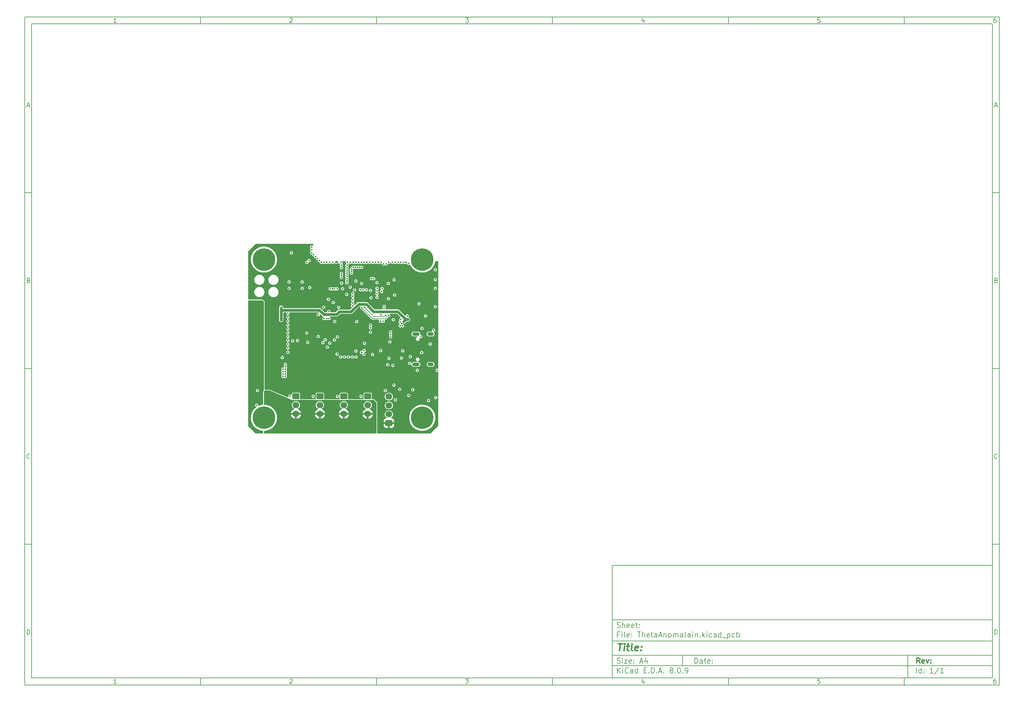
<source format=gbr>
%TF.GenerationSoftware,KiCad,Pcbnew,8.0.9-8.0.9-0~ubuntu24.04.1*%
%TF.CreationDate,2025-05-06T11:39:42+05:00*%
%TF.ProjectId,ThetaAnomalain,54686574-6141-46e6-9f6d-616c61696e2e,rev?*%
%TF.SameCoordinates,Original*%
%TF.FileFunction,Copper,L3,Inr*%
%TF.FilePolarity,Positive*%
%FSLAX46Y46*%
G04 Gerber Fmt 4.6, Leading zero omitted, Abs format (unit mm)*
G04 Created by KiCad (PCBNEW 8.0.9-8.0.9-0~ubuntu24.04.1) date 2025-05-06 11:39:42*
%MOMM*%
%LPD*%
G01*
G04 APERTURE LIST*
G04 Aperture macros list*
%AMRoundRect*
0 Rectangle with rounded corners*
0 $1 Rounding radius*
0 $2 $3 $4 $5 $6 $7 $8 $9 X,Y pos of 4 corners*
0 Add a 4 corners polygon primitive as box body*
4,1,4,$2,$3,$4,$5,$6,$7,$8,$9,$2,$3,0*
0 Add four circle primitives for the rounded corners*
1,1,$1+$1,$2,$3*
1,1,$1+$1,$4,$5*
1,1,$1+$1,$6,$7*
1,1,$1+$1,$8,$9*
0 Add four rect primitives between the rounded corners*
20,1,$1+$1,$2,$3,$4,$5,0*
20,1,$1+$1,$4,$5,$6,$7,0*
20,1,$1+$1,$6,$7,$8,$9,0*
20,1,$1+$1,$8,$9,$2,$3,0*%
G04 Aperture macros list end*
%ADD10C,0.100000*%
%ADD11C,0.150000*%
%ADD12C,0.300000*%
%ADD13C,0.400000*%
%TA.AperFunction,ComponentPad*%
%ADD14RoundRect,0.250000X-0.725000X0.600000X-0.725000X-0.600000X0.725000X-0.600000X0.725000X0.600000X0*%
%TD*%
%TA.AperFunction,ComponentPad*%
%ADD15O,1.950000X1.700000*%
%TD*%
%TA.AperFunction,ComponentPad*%
%ADD16R,0.900000X0.500000*%
%TD*%
%TA.AperFunction,ComponentPad*%
%ADD17C,0.800000*%
%TD*%
%TA.AperFunction,ComponentPad*%
%ADD18C,6.400000*%
%TD*%
%TA.AperFunction,ComponentPad*%
%ADD19RoundRect,0.250000X0.725000X-0.600000X0.725000X0.600000X-0.725000X0.600000X-0.725000X-0.600000X0*%
%TD*%
%TA.AperFunction,ComponentPad*%
%ADD20O,2.100000X1.000000*%
%TD*%
%TA.AperFunction,ComponentPad*%
%ADD21O,1.800000X1.000000*%
%TD*%
%TA.AperFunction,ViaPad*%
%ADD22C,0.500000*%
%TD*%
%TA.AperFunction,Conductor*%
%ADD23C,0.200000*%
%TD*%
%TA.AperFunction,Conductor*%
%ADD24C,0.800000*%
%TD*%
%TA.AperFunction,Conductor*%
%ADD25C,0.500000*%
%TD*%
G04 APERTURE END LIST*
D10*
D11*
X177002200Y-166007200D02*
X285002200Y-166007200D01*
X285002200Y-198007200D01*
X177002200Y-198007200D01*
X177002200Y-166007200D01*
D10*
D11*
X10000000Y-10000000D02*
X287002200Y-10000000D01*
X287002200Y-200007200D01*
X10000000Y-200007200D01*
X10000000Y-10000000D01*
D10*
D11*
X12000000Y-12000000D02*
X285002200Y-12000000D01*
X285002200Y-198007200D01*
X12000000Y-198007200D01*
X12000000Y-12000000D01*
D10*
D11*
X60000000Y-12000000D02*
X60000000Y-10000000D01*
D10*
D11*
X110000000Y-12000000D02*
X110000000Y-10000000D01*
D10*
D11*
X160000000Y-12000000D02*
X160000000Y-10000000D01*
D10*
D11*
X210000000Y-12000000D02*
X210000000Y-10000000D01*
D10*
D11*
X260000000Y-12000000D02*
X260000000Y-10000000D01*
D10*
D11*
X36089160Y-11593604D02*
X35346303Y-11593604D01*
X35717731Y-11593604D02*
X35717731Y-10293604D01*
X35717731Y-10293604D02*
X35593922Y-10479319D01*
X35593922Y-10479319D02*
X35470112Y-10603128D01*
X35470112Y-10603128D02*
X35346303Y-10665033D01*
D10*
D11*
X85346303Y-10417414D02*
X85408207Y-10355509D01*
X85408207Y-10355509D02*
X85532017Y-10293604D01*
X85532017Y-10293604D02*
X85841541Y-10293604D01*
X85841541Y-10293604D02*
X85965350Y-10355509D01*
X85965350Y-10355509D02*
X86027255Y-10417414D01*
X86027255Y-10417414D02*
X86089160Y-10541223D01*
X86089160Y-10541223D02*
X86089160Y-10665033D01*
X86089160Y-10665033D02*
X86027255Y-10850747D01*
X86027255Y-10850747D02*
X85284398Y-11593604D01*
X85284398Y-11593604D02*
X86089160Y-11593604D01*
D10*
D11*
X135284398Y-10293604D02*
X136089160Y-10293604D01*
X136089160Y-10293604D02*
X135655826Y-10788842D01*
X135655826Y-10788842D02*
X135841541Y-10788842D01*
X135841541Y-10788842D02*
X135965350Y-10850747D01*
X135965350Y-10850747D02*
X136027255Y-10912652D01*
X136027255Y-10912652D02*
X136089160Y-11036461D01*
X136089160Y-11036461D02*
X136089160Y-11345985D01*
X136089160Y-11345985D02*
X136027255Y-11469795D01*
X136027255Y-11469795D02*
X135965350Y-11531700D01*
X135965350Y-11531700D02*
X135841541Y-11593604D01*
X135841541Y-11593604D02*
X135470112Y-11593604D01*
X135470112Y-11593604D02*
X135346303Y-11531700D01*
X135346303Y-11531700D02*
X135284398Y-11469795D01*
D10*
D11*
X185965350Y-10726938D02*
X185965350Y-11593604D01*
X185655826Y-10231700D02*
X185346303Y-11160271D01*
X185346303Y-11160271D02*
X186151064Y-11160271D01*
D10*
D11*
X236027255Y-10293604D02*
X235408207Y-10293604D01*
X235408207Y-10293604D02*
X235346303Y-10912652D01*
X235346303Y-10912652D02*
X235408207Y-10850747D01*
X235408207Y-10850747D02*
X235532017Y-10788842D01*
X235532017Y-10788842D02*
X235841541Y-10788842D01*
X235841541Y-10788842D02*
X235965350Y-10850747D01*
X235965350Y-10850747D02*
X236027255Y-10912652D01*
X236027255Y-10912652D02*
X236089160Y-11036461D01*
X236089160Y-11036461D02*
X236089160Y-11345985D01*
X236089160Y-11345985D02*
X236027255Y-11469795D01*
X236027255Y-11469795D02*
X235965350Y-11531700D01*
X235965350Y-11531700D02*
X235841541Y-11593604D01*
X235841541Y-11593604D02*
X235532017Y-11593604D01*
X235532017Y-11593604D02*
X235408207Y-11531700D01*
X235408207Y-11531700D02*
X235346303Y-11469795D01*
D10*
D11*
X285965350Y-10293604D02*
X285717731Y-10293604D01*
X285717731Y-10293604D02*
X285593922Y-10355509D01*
X285593922Y-10355509D02*
X285532017Y-10417414D01*
X285532017Y-10417414D02*
X285408207Y-10603128D01*
X285408207Y-10603128D02*
X285346303Y-10850747D01*
X285346303Y-10850747D02*
X285346303Y-11345985D01*
X285346303Y-11345985D02*
X285408207Y-11469795D01*
X285408207Y-11469795D02*
X285470112Y-11531700D01*
X285470112Y-11531700D02*
X285593922Y-11593604D01*
X285593922Y-11593604D02*
X285841541Y-11593604D01*
X285841541Y-11593604D02*
X285965350Y-11531700D01*
X285965350Y-11531700D02*
X286027255Y-11469795D01*
X286027255Y-11469795D02*
X286089160Y-11345985D01*
X286089160Y-11345985D02*
X286089160Y-11036461D01*
X286089160Y-11036461D02*
X286027255Y-10912652D01*
X286027255Y-10912652D02*
X285965350Y-10850747D01*
X285965350Y-10850747D02*
X285841541Y-10788842D01*
X285841541Y-10788842D02*
X285593922Y-10788842D01*
X285593922Y-10788842D02*
X285470112Y-10850747D01*
X285470112Y-10850747D02*
X285408207Y-10912652D01*
X285408207Y-10912652D02*
X285346303Y-11036461D01*
D10*
D11*
X60000000Y-198007200D02*
X60000000Y-200007200D01*
D10*
D11*
X110000000Y-198007200D02*
X110000000Y-200007200D01*
D10*
D11*
X160000000Y-198007200D02*
X160000000Y-200007200D01*
D10*
D11*
X210000000Y-198007200D02*
X210000000Y-200007200D01*
D10*
D11*
X260000000Y-198007200D02*
X260000000Y-200007200D01*
D10*
D11*
X36089160Y-199600804D02*
X35346303Y-199600804D01*
X35717731Y-199600804D02*
X35717731Y-198300804D01*
X35717731Y-198300804D02*
X35593922Y-198486519D01*
X35593922Y-198486519D02*
X35470112Y-198610328D01*
X35470112Y-198610328D02*
X35346303Y-198672233D01*
D10*
D11*
X85346303Y-198424614D02*
X85408207Y-198362709D01*
X85408207Y-198362709D02*
X85532017Y-198300804D01*
X85532017Y-198300804D02*
X85841541Y-198300804D01*
X85841541Y-198300804D02*
X85965350Y-198362709D01*
X85965350Y-198362709D02*
X86027255Y-198424614D01*
X86027255Y-198424614D02*
X86089160Y-198548423D01*
X86089160Y-198548423D02*
X86089160Y-198672233D01*
X86089160Y-198672233D02*
X86027255Y-198857947D01*
X86027255Y-198857947D02*
X85284398Y-199600804D01*
X85284398Y-199600804D02*
X86089160Y-199600804D01*
D10*
D11*
X135284398Y-198300804D02*
X136089160Y-198300804D01*
X136089160Y-198300804D02*
X135655826Y-198796042D01*
X135655826Y-198796042D02*
X135841541Y-198796042D01*
X135841541Y-198796042D02*
X135965350Y-198857947D01*
X135965350Y-198857947D02*
X136027255Y-198919852D01*
X136027255Y-198919852D02*
X136089160Y-199043661D01*
X136089160Y-199043661D02*
X136089160Y-199353185D01*
X136089160Y-199353185D02*
X136027255Y-199476995D01*
X136027255Y-199476995D02*
X135965350Y-199538900D01*
X135965350Y-199538900D02*
X135841541Y-199600804D01*
X135841541Y-199600804D02*
X135470112Y-199600804D01*
X135470112Y-199600804D02*
X135346303Y-199538900D01*
X135346303Y-199538900D02*
X135284398Y-199476995D01*
D10*
D11*
X185965350Y-198734138D02*
X185965350Y-199600804D01*
X185655826Y-198238900D02*
X185346303Y-199167471D01*
X185346303Y-199167471D02*
X186151064Y-199167471D01*
D10*
D11*
X236027255Y-198300804D02*
X235408207Y-198300804D01*
X235408207Y-198300804D02*
X235346303Y-198919852D01*
X235346303Y-198919852D02*
X235408207Y-198857947D01*
X235408207Y-198857947D02*
X235532017Y-198796042D01*
X235532017Y-198796042D02*
X235841541Y-198796042D01*
X235841541Y-198796042D02*
X235965350Y-198857947D01*
X235965350Y-198857947D02*
X236027255Y-198919852D01*
X236027255Y-198919852D02*
X236089160Y-199043661D01*
X236089160Y-199043661D02*
X236089160Y-199353185D01*
X236089160Y-199353185D02*
X236027255Y-199476995D01*
X236027255Y-199476995D02*
X235965350Y-199538900D01*
X235965350Y-199538900D02*
X235841541Y-199600804D01*
X235841541Y-199600804D02*
X235532017Y-199600804D01*
X235532017Y-199600804D02*
X235408207Y-199538900D01*
X235408207Y-199538900D02*
X235346303Y-199476995D01*
D10*
D11*
X285965350Y-198300804D02*
X285717731Y-198300804D01*
X285717731Y-198300804D02*
X285593922Y-198362709D01*
X285593922Y-198362709D02*
X285532017Y-198424614D01*
X285532017Y-198424614D02*
X285408207Y-198610328D01*
X285408207Y-198610328D02*
X285346303Y-198857947D01*
X285346303Y-198857947D02*
X285346303Y-199353185D01*
X285346303Y-199353185D02*
X285408207Y-199476995D01*
X285408207Y-199476995D02*
X285470112Y-199538900D01*
X285470112Y-199538900D02*
X285593922Y-199600804D01*
X285593922Y-199600804D02*
X285841541Y-199600804D01*
X285841541Y-199600804D02*
X285965350Y-199538900D01*
X285965350Y-199538900D02*
X286027255Y-199476995D01*
X286027255Y-199476995D02*
X286089160Y-199353185D01*
X286089160Y-199353185D02*
X286089160Y-199043661D01*
X286089160Y-199043661D02*
X286027255Y-198919852D01*
X286027255Y-198919852D02*
X285965350Y-198857947D01*
X285965350Y-198857947D02*
X285841541Y-198796042D01*
X285841541Y-198796042D02*
X285593922Y-198796042D01*
X285593922Y-198796042D02*
X285470112Y-198857947D01*
X285470112Y-198857947D02*
X285408207Y-198919852D01*
X285408207Y-198919852D02*
X285346303Y-199043661D01*
D10*
D11*
X10000000Y-60000000D02*
X12000000Y-60000000D01*
D10*
D11*
X10000000Y-110000000D02*
X12000000Y-110000000D01*
D10*
D11*
X10000000Y-160000000D02*
X12000000Y-160000000D01*
D10*
D11*
X10690476Y-35222176D02*
X11309523Y-35222176D01*
X10566666Y-35593604D02*
X10999999Y-34293604D01*
X10999999Y-34293604D02*
X11433333Y-35593604D01*
D10*
D11*
X11092857Y-84912652D02*
X11278571Y-84974557D01*
X11278571Y-84974557D02*
X11340476Y-85036461D01*
X11340476Y-85036461D02*
X11402380Y-85160271D01*
X11402380Y-85160271D02*
X11402380Y-85345985D01*
X11402380Y-85345985D02*
X11340476Y-85469795D01*
X11340476Y-85469795D02*
X11278571Y-85531700D01*
X11278571Y-85531700D02*
X11154761Y-85593604D01*
X11154761Y-85593604D02*
X10659523Y-85593604D01*
X10659523Y-85593604D02*
X10659523Y-84293604D01*
X10659523Y-84293604D02*
X11092857Y-84293604D01*
X11092857Y-84293604D02*
X11216666Y-84355509D01*
X11216666Y-84355509D02*
X11278571Y-84417414D01*
X11278571Y-84417414D02*
X11340476Y-84541223D01*
X11340476Y-84541223D02*
X11340476Y-84665033D01*
X11340476Y-84665033D02*
X11278571Y-84788842D01*
X11278571Y-84788842D02*
X11216666Y-84850747D01*
X11216666Y-84850747D02*
X11092857Y-84912652D01*
X11092857Y-84912652D02*
X10659523Y-84912652D01*
D10*
D11*
X11402380Y-135469795D02*
X11340476Y-135531700D01*
X11340476Y-135531700D02*
X11154761Y-135593604D01*
X11154761Y-135593604D02*
X11030952Y-135593604D01*
X11030952Y-135593604D02*
X10845238Y-135531700D01*
X10845238Y-135531700D02*
X10721428Y-135407890D01*
X10721428Y-135407890D02*
X10659523Y-135284080D01*
X10659523Y-135284080D02*
X10597619Y-135036461D01*
X10597619Y-135036461D02*
X10597619Y-134850747D01*
X10597619Y-134850747D02*
X10659523Y-134603128D01*
X10659523Y-134603128D02*
X10721428Y-134479319D01*
X10721428Y-134479319D02*
X10845238Y-134355509D01*
X10845238Y-134355509D02*
X11030952Y-134293604D01*
X11030952Y-134293604D02*
X11154761Y-134293604D01*
X11154761Y-134293604D02*
X11340476Y-134355509D01*
X11340476Y-134355509D02*
X11402380Y-134417414D01*
D10*
D11*
X10659523Y-185593604D02*
X10659523Y-184293604D01*
X10659523Y-184293604D02*
X10969047Y-184293604D01*
X10969047Y-184293604D02*
X11154761Y-184355509D01*
X11154761Y-184355509D02*
X11278571Y-184479319D01*
X11278571Y-184479319D02*
X11340476Y-184603128D01*
X11340476Y-184603128D02*
X11402380Y-184850747D01*
X11402380Y-184850747D02*
X11402380Y-185036461D01*
X11402380Y-185036461D02*
X11340476Y-185284080D01*
X11340476Y-185284080D02*
X11278571Y-185407890D01*
X11278571Y-185407890D02*
X11154761Y-185531700D01*
X11154761Y-185531700D02*
X10969047Y-185593604D01*
X10969047Y-185593604D02*
X10659523Y-185593604D01*
D10*
D11*
X287002200Y-60000000D02*
X285002200Y-60000000D01*
D10*
D11*
X287002200Y-110000000D02*
X285002200Y-110000000D01*
D10*
D11*
X287002200Y-160000000D02*
X285002200Y-160000000D01*
D10*
D11*
X285692676Y-35222176D02*
X286311723Y-35222176D01*
X285568866Y-35593604D02*
X286002199Y-34293604D01*
X286002199Y-34293604D02*
X286435533Y-35593604D01*
D10*
D11*
X286095057Y-84912652D02*
X286280771Y-84974557D01*
X286280771Y-84974557D02*
X286342676Y-85036461D01*
X286342676Y-85036461D02*
X286404580Y-85160271D01*
X286404580Y-85160271D02*
X286404580Y-85345985D01*
X286404580Y-85345985D02*
X286342676Y-85469795D01*
X286342676Y-85469795D02*
X286280771Y-85531700D01*
X286280771Y-85531700D02*
X286156961Y-85593604D01*
X286156961Y-85593604D02*
X285661723Y-85593604D01*
X285661723Y-85593604D02*
X285661723Y-84293604D01*
X285661723Y-84293604D02*
X286095057Y-84293604D01*
X286095057Y-84293604D02*
X286218866Y-84355509D01*
X286218866Y-84355509D02*
X286280771Y-84417414D01*
X286280771Y-84417414D02*
X286342676Y-84541223D01*
X286342676Y-84541223D02*
X286342676Y-84665033D01*
X286342676Y-84665033D02*
X286280771Y-84788842D01*
X286280771Y-84788842D02*
X286218866Y-84850747D01*
X286218866Y-84850747D02*
X286095057Y-84912652D01*
X286095057Y-84912652D02*
X285661723Y-84912652D01*
D10*
D11*
X286404580Y-135469795D02*
X286342676Y-135531700D01*
X286342676Y-135531700D02*
X286156961Y-135593604D01*
X286156961Y-135593604D02*
X286033152Y-135593604D01*
X286033152Y-135593604D02*
X285847438Y-135531700D01*
X285847438Y-135531700D02*
X285723628Y-135407890D01*
X285723628Y-135407890D02*
X285661723Y-135284080D01*
X285661723Y-135284080D02*
X285599819Y-135036461D01*
X285599819Y-135036461D02*
X285599819Y-134850747D01*
X285599819Y-134850747D02*
X285661723Y-134603128D01*
X285661723Y-134603128D02*
X285723628Y-134479319D01*
X285723628Y-134479319D02*
X285847438Y-134355509D01*
X285847438Y-134355509D02*
X286033152Y-134293604D01*
X286033152Y-134293604D02*
X286156961Y-134293604D01*
X286156961Y-134293604D02*
X286342676Y-134355509D01*
X286342676Y-134355509D02*
X286404580Y-134417414D01*
D10*
D11*
X285661723Y-185593604D02*
X285661723Y-184293604D01*
X285661723Y-184293604D02*
X285971247Y-184293604D01*
X285971247Y-184293604D02*
X286156961Y-184355509D01*
X286156961Y-184355509D02*
X286280771Y-184479319D01*
X286280771Y-184479319D02*
X286342676Y-184603128D01*
X286342676Y-184603128D02*
X286404580Y-184850747D01*
X286404580Y-184850747D02*
X286404580Y-185036461D01*
X286404580Y-185036461D02*
X286342676Y-185284080D01*
X286342676Y-185284080D02*
X286280771Y-185407890D01*
X286280771Y-185407890D02*
X286156961Y-185531700D01*
X286156961Y-185531700D02*
X285971247Y-185593604D01*
X285971247Y-185593604D02*
X285661723Y-185593604D01*
D10*
D11*
X200458026Y-193793328D02*
X200458026Y-192293328D01*
X200458026Y-192293328D02*
X200815169Y-192293328D01*
X200815169Y-192293328D02*
X201029455Y-192364757D01*
X201029455Y-192364757D02*
X201172312Y-192507614D01*
X201172312Y-192507614D02*
X201243741Y-192650471D01*
X201243741Y-192650471D02*
X201315169Y-192936185D01*
X201315169Y-192936185D02*
X201315169Y-193150471D01*
X201315169Y-193150471D02*
X201243741Y-193436185D01*
X201243741Y-193436185D02*
X201172312Y-193579042D01*
X201172312Y-193579042D02*
X201029455Y-193721900D01*
X201029455Y-193721900D02*
X200815169Y-193793328D01*
X200815169Y-193793328D02*
X200458026Y-193793328D01*
X202600884Y-193793328D02*
X202600884Y-193007614D01*
X202600884Y-193007614D02*
X202529455Y-192864757D01*
X202529455Y-192864757D02*
X202386598Y-192793328D01*
X202386598Y-192793328D02*
X202100884Y-192793328D01*
X202100884Y-192793328D02*
X201958026Y-192864757D01*
X202600884Y-193721900D02*
X202458026Y-193793328D01*
X202458026Y-193793328D02*
X202100884Y-193793328D01*
X202100884Y-193793328D02*
X201958026Y-193721900D01*
X201958026Y-193721900D02*
X201886598Y-193579042D01*
X201886598Y-193579042D02*
X201886598Y-193436185D01*
X201886598Y-193436185D02*
X201958026Y-193293328D01*
X201958026Y-193293328D02*
X202100884Y-193221900D01*
X202100884Y-193221900D02*
X202458026Y-193221900D01*
X202458026Y-193221900D02*
X202600884Y-193150471D01*
X203100884Y-192793328D02*
X203672312Y-192793328D01*
X203315169Y-192293328D02*
X203315169Y-193579042D01*
X203315169Y-193579042D02*
X203386598Y-193721900D01*
X203386598Y-193721900D02*
X203529455Y-193793328D01*
X203529455Y-193793328D02*
X203672312Y-193793328D01*
X204743741Y-193721900D02*
X204600884Y-193793328D01*
X204600884Y-193793328D02*
X204315170Y-193793328D01*
X204315170Y-193793328D02*
X204172312Y-193721900D01*
X204172312Y-193721900D02*
X204100884Y-193579042D01*
X204100884Y-193579042D02*
X204100884Y-193007614D01*
X204100884Y-193007614D02*
X204172312Y-192864757D01*
X204172312Y-192864757D02*
X204315170Y-192793328D01*
X204315170Y-192793328D02*
X204600884Y-192793328D01*
X204600884Y-192793328D02*
X204743741Y-192864757D01*
X204743741Y-192864757D02*
X204815170Y-193007614D01*
X204815170Y-193007614D02*
X204815170Y-193150471D01*
X204815170Y-193150471D02*
X204100884Y-193293328D01*
X205458026Y-193650471D02*
X205529455Y-193721900D01*
X205529455Y-193721900D02*
X205458026Y-193793328D01*
X205458026Y-193793328D02*
X205386598Y-193721900D01*
X205386598Y-193721900D02*
X205458026Y-193650471D01*
X205458026Y-193650471D02*
X205458026Y-193793328D01*
X205458026Y-192864757D02*
X205529455Y-192936185D01*
X205529455Y-192936185D02*
X205458026Y-193007614D01*
X205458026Y-193007614D02*
X205386598Y-192936185D01*
X205386598Y-192936185D02*
X205458026Y-192864757D01*
X205458026Y-192864757D02*
X205458026Y-193007614D01*
D10*
D11*
X177002200Y-194507200D02*
X285002200Y-194507200D01*
D10*
D11*
X178458026Y-196593328D02*
X178458026Y-195093328D01*
X179315169Y-196593328D02*
X178672312Y-195736185D01*
X179315169Y-195093328D02*
X178458026Y-195950471D01*
X179958026Y-196593328D02*
X179958026Y-195593328D01*
X179958026Y-195093328D02*
X179886598Y-195164757D01*
X179886598Y-195164757D02*
X179958026Y-195236185D01*
X179958026Y-195236185D02*
X180029455Y-195164757D01*
X180029455Y-195164757D02*
X179958026Y-195093328D01*
X179958026Y-195093328D02*
X179958026Y-195236185D01*
X181529455Y-196450471D02*
X181458027Y-196521900D01*
X181458027Y-196521900D02*
X181243741Y-196593328D01*
X181243741Y-196593328D02*
X181100884Y-196593328D01*
X181100884Y-196593328D02*
X180886598Y-196521900D01*
X180886598Y-196521900D02*
X180743741Y-196379042D01*
X180743741Y-196379042D02*
X180672312Y-196236185D01*
X180672312Y-196236185D02*
X180600884Y-195950471D01*
X180600884Y-195950471D02*
X180600884Y-195736185D01*
X180600884Y-195736185D02*
X180672312Y-195450471D01*
X180672312Y-195450471D02*
X180743741Y-195307614D01*
X180743741Y-195307614D02*
X180886598Y-195164757D01*
X180886598Y-195164757D02*
X181100884Y-195093328D01*
X181100884Y-195093328D02*
X181243741Y-195093328D01*
X181243741Y-195093328D02*
X181458027Y-195164757D01*
X181458027Y-195164757D02*
X181529455Y-195236185D01*
X182815170Y-196593328D02*
X182815170Y-195807614D01*
X182815170Y-195807614D02*
X182743741Y-195664757D01*
X182743741Y-195664757D02*
X182600884Y-195593328D01*
X182600884Y-195593328D02*
X182315170Y-195593328D01*
X182315170Y-195593328D02*
X182172312Y-195664757D01*
X182815170Y-196521900D02*
X182672312Y-196593328D01*
X182672312Y-196593328D02*
X182315170Y-196593328D01*
X182315170Y-196593328D02*
X182172312Y-196521900D01*
X182172312Y-196521900D02*
X182100884Y-196379042D01*
X182100884Y-196379042D02*
X182100884Y-196236185D01*
X182100884Y-196236185D02*
X182172312Y-196093328D01*
X182172312Y-196093328D02*
X182315170Y-196021900D01*
X182315170Y-196021900D02*
X182672312Y-196021900D01*
X182672312Y-196021900D02*
X182815170Y-195950471D01*
X184172313Y-196593328D02*
X184172313Y-195093328D01*
X184172313Y-196521900D02*
X184029455Y-196593328D01*
X184029455Y-196593328D02*
X183743741Y-196593328D01*
X183743741Y-196593328D02*
X183600884Y-196521900D01*
X183600884Y-196521900D02*
X183529455Y-196450471D01*
X183529455Y-196450471D02*
X183458027Y-196307614D01*
X183458027Y-196307614D02*
X183458027Y-195879042D01*
X183458027Y-195879042D02*
X183529455Y-195736185D01*
X183529455Y-195736185D02*
X183600884Y-195664757D01*
X183600884Y-195664757D02*
X183743741Y-195593328D01*
X183743741Y-195593328D02*
X184029455Y-195593328D01*
X184029455Y-195593328D02*
X184172313Y-195664757D01*
X186029455Y-195807614D02*
X186529455Y-195807614D01*
X186743741Y-196593328D02*
X186029455Y-196593328D01*
X186029455Y-196593328D02*
X186029455Y-195093328D01*
X186029455Y-195093328D02*
X186743741Y-195093328D01*
X187386598Y-196450471D02*
X187458027Y-196521900D01*
X187458027Y-196521900D02*
X187386598Y-196593328D01*
X187386598Y-196593328D02*
X187315170Y-196521900D01*
X187315170Y-196521900D02*
X187386598Y-196450471D01*
X187386598Y-196450471D02*
X187386598Y-196593328D01*
X188100884Y-196593328D02*
X188100884Y-195093328D01*
X188100884Y-195093328D02*
X188458027Y-195093328D01*
X188458027Y-195093328D02*
X188672313Y-195164757D01*
X188672313Y-195164757D02*
X188815170Y-195307614D01*
X188815170Y-195307614D02*
X188886599Y-195450471D01*
X188886599Y-195450471D02*
X188958027Y-195736185D01*
X188958027Y-195736185D02*
X188958027Y-195950471D01*
X188958027Y-195950471D02*
X188886599Y-196236185D01*
X188886599Y-196236185D02*
X188815170Y-196379042D01*
X188815170Y-196379042D02*
X188672313Y-196521900D01*
X188672313Y-196521900D02*
X188458027Y-196593328D01*
X188458027Y-196593328D02*
X188100884Y-196593328D01*
X189600884Y-196450471D02*
X189672313Y-196521900D01*
X189672313Y-196521900D02*
X189600884Y-196593328D01*
X189600884Y-196593328D02*
X189529456Y-196521900D01*
X189529456Y-196521900D02*
X189600884Y-196450471D01*
X189600884Y-196450471D02*
X189600884Y-196593328D01*
X190243742Y-196164757D02*
X190958028Y-196164757D01*
X190100885Y-196593328D02*
X190600885Y-195093328D01*
X190600885Y-195093328D02*
X191100885Y-196593328D01*
X191600884Y-196450471D02*
X191672313Y-196521900D01*
X191672313Y-196521900D02*
X191600884Y-196593328D01*
X191600884Y-196593328D02*
X191529456Y-196521900D01*
X191529456Y-196521900D02*
X191600884Y-196450471D01*
X191600884Y-196450471D02*
X191600884Y-196593328D01*
X193672313Y-195736185D02*
X193529456Y-195664757D01*
X193529456Y-195664757D02*
X193458027Y-195593328D01*
X193458027Y-195593328D02*
X193386599Y-195450471D01*
X193386599Y-195450471D02*
X193386599Y-195379042D01*
X193386599Y-195379042D02*
X193458027Y-195236185D01*
X193458027Y-195236185D02*
X193529456Y-195164757D01*
X193529456Y-195164757D02*
X193672313Y-195093328D01*
X193672313Y-195093328D02*
X193958027Y-195093328D01*
X193958027Y-195093328D02*
X194100885Y-195164757D01*
X194100885Y-195164757D02*
X194172313Y-195236185D01*
X194172313Y-195236185D02*
X194243742Y-195379042D01*
X194243742Y-195379042D02*
X194243742Y-195450471D01*
X194243742Y-195450471D02*
X194172313Y-195593328D01*
X194172313Y-195593328D02*
X194100885Y-195664757D01*
X194100885Y-195664757D02*
X193958027Y-195736185D01*
X193958027Y-195736185D02*
X193672313Y-195736185D01*
X193672313Y-195736185D02*
X193529456Y-195807614D01*
X193529456Y-195807614D02*
X193458027Y-195879042D01*
X193458027Y-195879042D02*
X193386599Y-196021900D01*
X193386599Y-196021900D02*
X193386599Y-196307614D01*
X193386599Y-196307614D02*
X193458027Y-196450471D01*
X193458027Y-196450471D02*
X193529456Y-196521900D01*
X193529456Y-196521900D02*
X193672313Y-196593328D01*
X193672313Y-196593328D02*
X193958027Y-196593328D01*
X193958027Y-196593328D02*
X194100885Y-196521900D01*
X194100885Y-196521900D02*
X194172313Y-196450471D01*
X194172313Y-196450471D02*
X194243742Y-196307614D01*
X194243742Y-196307614D02*
X194243742Y-196021900D01*
X194243742Y-196021900D02*
X194172313Y-195879042D01*
X194172313Y-195879042D02*
X194100885Y-195807614D01*
X194100885Y-195807614D02*
X193958027Y-195736185D01*
X194886598Y-196450471D02*
X194958027Y-196521900D01*
X194958027Y-196521900D02*
X194886598Y-196593328D01*
X194886598Y-196593328D02*
X194815170Y-196521900D01*
X194815170Y-196521900D02*
X194886598Y-196450471D01*
X194886598Y-196450471D02*
X194886598Y-196593328D01*
X195886599Y-195093328D02*
X196029456Y-195093328D01*
X196029456Y-195093328D02*
X196172313Y-195164757D01*
X196172313Y-195164757D02*
X196243742Y-195236185D01*
X196243742Y-195236185D02*
X196315170Y-195379042D01*
X196315170Y-195379042D02*
X196386599Y-195664757D01*
X196386599Y-195664757D02*
X196386599Y-196021900D01*
X196386599Y-196021900D02*
X196315170Y-196307614D01*
X196315170Y-196307614D02*
X196243742Y-196450471D01*
X196243742Y-196450471D02*
X196172313Y-196521900D01*
X196172313Y-196521900D02*
X196029456Y-196593328D01*
X196029456Y-196593328D02*
X195886599Y-196593328D01*
X195886599Y-196593328D02*
X195743742Y-196521900D01*
X195743742Y-196521900D02*
X195672313Y-196450471D01*
X195672313Y-196450471D02*
X195600884Y-196307614D01*
X195600884Y-196307614D02*
X195529456Y-196021900D01*
X195529456Y-196021900D02*
X195529456Y-195664757D01*
X195529456Y-195664757D02*
X195600884Y-195379042D01*
X195600884Y-195379042D02*
X195672313Y-195236185D01*
X195672313Y-195236185D02*
X195743742Y-195164757D01*
X195743742Y-195164757D02*
X195886599Y-195093328D01*
X197029455Y-196450471D02*
X197100884Y-196521900D01*
X197100884Y-196521900D02*
X197029455Y-196593328D01*
X197029455Y-196593328D02*
X196958027Y-196521900D01*
X196958027Y-196521900D02*
X197029455Y-196450471D01*
X197029455Y-196450471D02*
X197029455Y-196593328D01*
X197815170Y-196593328D02*
X198100884Y-196593328D01*
X198100884Y-196593328D02*
X198243741Y-196521900D01*
X198243741Y-196521900D02*
X198315170Y-196450471D01*
X198315170Y-196450471D02*
X198458027Y-196236185D01*
X198458027Y-196236185D02*
X198529456Y-195950471D01*
X198529456Y-195950471D02*
X198529456Y-195379042D01*
X198529456Y-195379042D02*
X198458027Y-195236185D01*
X198458027Y-195236185D02*
X198386599Y-195164757D01*
X198386599Y-195164757D02*
X198243741Y-195093328D01*
X198243741Y-195093328D02*
X197958027Y-195093328D01*
X197958027Y-195093328D02*
X197815170Y-195164757D01*
X197815170Y-195164757D02*
X197743741Y-195236185D01*
X197743741Y-195236185D02*
X197672313Y-195379042D01*
X197672313Y-195379042D02*
X197672313Y-195736185D01*
X197672313Y-195736185D02*
X197743741Y-195879042D01*
X197743741Y-195879042D02*
X197815170Y-195950471D01*
X197815170Y-195950471D02*
X197958027Y-196021900D01*
X197958027Y-196021900D02*
X198243741Y-196021900D01*
X198243741Y-196021900D02*
X198386599Y-195950471D01*
X198386599Y-195950471D02*
X198458027Y-195879042D01*
X198458027Y-195879042D02*
X198529456Y-195736185D01*
D10*
D11*
X177002200Y-191507200D02*
X285002200Y-191507200D01*
D10*
D12*
X264413853Y-193785528D02*
X263913853Y-193071242D01*
X263556710Y-193785528D02*
X263556710Y-192285528D01*
X263556710Y-192285528D02*
X264128139Y-192285528D01*
X264128139Y-192285528D02*
X264270996Y-192356957D01*
X264270996Y-192356957D02*
X264342425Y-192428385D01*
X264342425Y-192428385D02*
X264413853Y-192571242D01*
X264413853Y-192571242D02*
X264413853Y-192785528D01*
X264413853Y-192785528D02*
X264342425Y-192928385D01*
X264342425Y-192928385D02*
X264270996Y-192999814D01*
X264270996Y-192999814D02*
X264128139Y-193071242D01*
X264128139Y-193071242D02*
X263556710Y-193071242D01*
X265628139Y-193714100D02*
X265485282Y-193785528D01*
X265485282Y-193785528D02*
X265199568Y-193785528D01*
X265199568Y-193785528D02*
X265056710Y-193714100D01*
X265056710Y-193714100D02*
X264985282Y-193571242D01*
X264985282Y-193571242D02*
X264985282Y-192999814D01*
X264985282Y-192999814D02*
X265056710Y-192856957D01*
X265056710Y-192856957D02*
X265199568Y-192785528D01*
X265199568Y-192785528D02*
X265485282Y-192785528D01*
X265485282Y-192785528D02*
X265628139Y-192856957D01*
X265628139Y-192856957D02*
X265699568Y-192999814D01*
X265699568Y-192999814D02*
X265699568Y-193142671D01*
X265699568Y-193142671D02*
X264985282Y-193285528D01*
X266199567Y-192785528D02*
X266556710Y-193785528D01*
X266556710Y-193785528D02*
X266913853Y-192785528D01*
X267485281Y-193642671D02*
X267556710Y-193714100D01*
X267556710Y-193714100D02*
X267485281Y-193785528D01*
X267485281Y-193785528D02*
X267413853Y-193714100D01*
X267413853Y-193714100D02*
X267485281Y-193642671D01*
X267485281Y-193642671D02*
X267485281Y-193785528D01*
X267485281Y-192856957D02*
X267556710Y-192928385D01*
X267556710Y-192928385D02*
X267485281Y-192999814D01*
X267485281Y-192999814D02*
X267413853Y-192928385D01*
X267413853Y-192928385D02*
X267485281Y-192856957D01*
X267485281Y-192856957D02*
X267485281Y-192999814D01*
D10*
D11*
X178386598Y-193721900D02*
X178600884Y-193793328D01*
X178600884Y-193793328D02*
X178958026Y-193793328D01*
X178958026Y-193793328D02*
X179100884Y-193721900D01*
X179100884Y-193721900D02*
X179172312Y-193650471D01*
X179172312Y-193650471D02*
X179243741Y-193507614D01*
X179243741Y-193507614D02*
X179243741Y-193364757D01*
X179243741Y-193364757D02*
X179172312Y-193221900D01*
X179172312Y-193221900D02*
X179100884Y-193150471D01*
X179100884Y-193150471D02*
X178958026Y-193079042D01*
X178958026Y-193079042D02*
X178672312Y-193007614D01*
X178672312Y-193007614D02*
X178529455Y-192936185D01*
X178529455Y-192936185D02*
X178458026Y-192864757D01*
X178458026Y-192864757D02*
X178386598Y-192721900D01*
X178386598Y-192721900D02*
X178386598Y-192579042D01*
X178386598Y-192579042D02*
X178458026Y-192436185D01*
X178458026Y-192436185D02*
X178529455Y-192364757D01*
X178529455Y-192364757D02*
X178672312Y-192293328D01*
X178672312Y-192293328D02*
X179029455Y-192293328D01*
X179029455Y-192293328D02*
X179243741Y-192364757D01*
X179886597Y-193793328D02*
X179886597Y-192793328D01*
X179886597Y-192293328D02*
X179815169Y-192364757D01*
X179815169Y-192364757D02*
X179886597Y-192436185D01*
X179886597Y-192436185D02*
X179958026Y-192364757D01*
X179958026Y-192364757D02*
X179886597Y-192293328D01*
X179886597Y-192293328D02*
X179886597Y-192436185D01*
X180458026Y-192793328D02*
X181243741Y-192793328D01*
X181243741Y-192793328D02*
X180458026Y-193793328D01*
X180458026Y-193793328D02*
X181243741Y-193793328D01*
X182386598Y-193721900D02*
X182243741Y-193793328D01*
X182243741Y-193793328D02*
X181958027Y-193793328D01*
X181958027Y-193793328D02*
X181815169Y-193721900D01*
X181815169Y-193721900D02*
X181743741Y-193579042D01*
X181743741Y-193579042D02*
X181743741Y-193007614D01*
X181743741Y-193007614D02*
X181815169Y-192864757D01*
X181815169Y-192864757D02*
X181958027Y-192793328D01*
X181958027Y-192793328D02*
X182243741Y-192793328D01*
X182243741Y-192793328D02*
X182386598Y-192864757D01*
X182386598Y-192864757D02*
X182458027Y-193007614D01*
X182458027Y-193007614D02*
X182458027Y-193150471D01*
X182458027Y-193150471D02*
X181743741Y-193293328D01*
X183100883Y-193650471D02*
X183172312Y-193721900D01*
X183172312Y-193721900D02*
X183100883Y-193793328D01*
X183100883Y-193793328D02*
X183029455Y-193721900D01*
X183029455Y-193721900D02*
X183100883Y-193650471D01*
X183100883Y-193650471D02*
X183100883Y-193793328D01*
X183100883Y-192864757D02*
X183172312Y-192936185D01*
X183172312Y-192936185D02*
X183100883Y-193007614D01*
X183100883Y-193007614D02*
X183029455Y-192936185D01*
X183029455Y-192936185D02*
X183100883Y-192864757D01*
X183100883Y-192864757D02*
X183100883Y-193007614D01*
X184886598Y-193364757D02*
X185600884Y-193364757D01*
X184743741Y-193793328D02*
X185243741Y-192293328D01*
X185243741Y-192293328D02*
X185743741Y-193793328D01*
X186886598Y-192793328D02*
X186886598Y-193793328D01*
X186529455Y-192221900D02*
X186172312Y-193293328D01*
X186172312Y-193293328D02*
X187100883Y-193293328D01*
D10*
D11*
X263458026Y-196593328D02*
X263458026Y-195093328D01*
X264815170Y-196593328D02*
X264815170Y-195093328D01*
X264815170Y-196521900D02*
X264672312Y-196593328D01*
X264672312Y-196593328D02*
X264386598Y-196593328D01*
X264386598Y-196593328D02*
X264243741Y-196521900D01*
X264243741Y-196521900D02*
X264172312Y-196450471D01*
X264172312Y-196450471D02*
X264100884Y-196307614D01*
X264100884Y-196307614D02*
X264100884Y-195879042D01*
X264100884Y-195879042D02*
X264172312Y-195736185D01*
X264172312Y-195736185D02*
X264243741Y-195664757D01*
X264243741Y-195664757D02*
X264386598Y-195593328D01*
X264386598Y-195593328D02*
X264672312Y-195593328D01*
X264672312Y-195593328D02*
X264815170Y-195664757D01*
X265529455Y-196450471D02*
X265600884Y-196521900D01*
X265600884Y-196521900D02*
X265529455Y-196593328D01*
X265529455Y-196593328D02*
X265458027Y-196521900D01*
X265458027Y-196521900D02*
X265529455Y-196450471D01*
X265529455Y-196450471D02*
X265529455Y-196593328D01*
X265529455Y-195664757D02*
X265600884Y-195736185D01*
X265600884Y-195736185D02*
X265529455Y-195807614D01*
X265529455Y-195807614D02*
X265458027Y-195736185D01*
X265458027Y-195736185D02*
X265529455Y-195664757D01*
X265529455Y-195664757D02*
X265529455Y-195807614D01*
X268172313Y-196593328D02*
X267315170Y-196593328D01*
X267743741Y-196593328D02*
X267743741Y-195093328D01*
X267743741Y-195093328D02*
X267600884Y-195307614D01*
X267600884Y-195307614D02*
X267458027Y-195450471D01*
X267458027Y-195450471D02*
X267315170Y-195521900D01*
X269886598Y-195021900D02*
X268600884Y-196950471D01*
X271172313Y-196593328D02*
X270315170Y-196593328D01*
X270743741Y-196593328D02*
X270743741Y-195093328D01*
X270743741Y-195093328D02*
X270600884Y-195307614D01*
X270600884Y-195307614D02*
X270458027Y-195450471D01*
X270458027Y-195450471D02*
X270315170Y-195521900D01*
D10*
D11*
X177002200Y-187507200D02*
X285002200Y-187507200D01*
D10*
D13*
X178693928Y-188211638D02*
X179836785Y-188211638D01*
X179015357Y-190211638D02*
X179265357Y-188211638D01*
X180253452Y-190211638D02*
X180420119Y-188878304D01*
X180503452Y-188211638D02*
X180396309Y-188306876D01*
X180396309Y-188306876D02*
X180479643Y-188402114D01*
X180479643Y-188402114D02*
X180586786Y-188306876D01*
X180586786Y-188306876D02*
X180503452Y-188211638D01*
X180503452Y-188211638D02*
X180479643Y-188402114D01*
X181086786Y-188878304D02*
X181848690Y-188878304D01*
X181455833Y-188211638D02*
X181241548Y-189925923D01*
X181241548Y-189925923D02*
X181312976Y-190116400D01*
X181312976Y-190116400D02*
X181491548Y-190211638D01*
X181491548Y-190211638D02*
X181682024Y-190211638D01*
X182634405Y-190211638D02*
X182455833Y-190116400D01*
X182455833Y-190116400D02*
X182384405Y-189925923D01*
X182384405Y-189925923D02*
X182598690Y-188211638D01*
X184170119Y-190116400D02*
X183967738Y-190211638D01*
X183967738Y-190211638D02*
X183586785Y-190211638D01*
X183586785Y-190211638D02*
X183408214Y-190116400D01*
X183408214Y-190116400D02*
X183336785Y-189925923D01*
X183336785Y-189925923D02*
X183432024Y-189164019D01*
X183432024Y-189164019D02*
X183551071Y-188973542D01*
X183551071Y-188973542D02*
X183753452Y-188878304D01*
X183753452Y-188878304D02*
X184134404Y-188878304D01*
X184134404Y-188878304D02*
X184312976Y-188973542D01*
X184312976Y-188973542D02*
X184384404Y-189164019D01*
X184384404Y-189164019D02*
X184360595Y-189354495D01*
X184360595Y-189354495D02*
X183384404Y-189544971D01*
X185134405Y-190021161D02*
X185217738Y-190116400D01*
X185217738Y-190116400D02*
X185110595Y-190211638D01*
X185110595Y-190211638D02*
X185027262Y-190116400D01*
X185027262Y-190116400D02*
X185134405Y-190021161D01*
X185134405Y-190021161D02*
X185110595Y-190211638D01*
X185265357Y-188973542D02*
X185348690Y-189068780D01*
X185348690Y-189068780D02*
X185241548Y-189164019D01*
X185241548Y-189164019D02*
X185158214Y-189068780D01*
X185158214Y-189068780D02*
X185265357Y-188973542D01*
X185265357Y-188973542D02*
X185241548Y-189164019D01*
D10*
D11*
X178958026Y-185607614D02*
X178458026Y-185607614D01*
X178458026Y-186393328D02*
X178458026Y-184893328D01*
X178458026Y-184893328D02*
X179172312Y-184893328D01*
X179743740Y-186393328D02*
X179743740Y-185393328D01*
X179743740Y-184893328D02*
X179672312Y-184964757D01*
X179672312Y-184964757D02*
X179743740Y-185036185D01*
X179743740Y-185036185D02*
X179815169Y-184964757D01*
X179815169Y-184964757D02*
X179743740Y-184893328D01*
X179743740Y-184893328D02*
X179743740Y-185036185D01*
X180672312Y-186393328D02*
X180529455Y-186321900D01*
X180529455Y-186321900D02*
X180458026Y-186179042D01*
X180458026Y-186179042D02*
X180458026Y-184893328D01*
X181815169Y-186321900D02*
X181672312Y-186393328D01*
X181672312Y-186393328D02*
X181386598Y-186393328D01*
X181386598Y-186393328D02*
X181243740Y-186321900D01*
X181243740Y-186321900D02*
X181172312Y-186179042D01*
X181172312Y-186179042D02*
X181172312Y-185607614D01*
X181172312Y-185607614D02*
X181243740Y-185464757D01*
X181243740Y-185464757D02*
X181386598Y-185393328D01*
X181386598Y-185393328D02*
X181672312Y-185393328D01*
X181672312Y-185393328D02*
X181815169Y-185464757D01*
X181815169Y-185464757D02*
X181886598Y-185607614D01*
X181886598Y-185607614D02*
X181886598Y-185750471D01*
X181886598Y-185750471D02*
X181172312Y-185893328D01*
X182529454Y-186250471D02*
X182600883Y-186321900D01*
X182600883Y-186321900D02*
X182529454Y-186393328D01*
X182529454Y-186393328D02*
X182458026Y-186321900D01*
X182458026Y-186321900D02*
X182529454Y-186250471D01*
X182529454Y-186250471D02*
X182529454Y-186393328D01*
X182529454Y-185464757D02*
X182600883Y-185536185D01*
X182600883Y-185536185D02*
X182529454Y-185607614D01*
X182529454Y-185607614D02*
X182458026Y-185536185D01*
X182458026Y-185536185D02*
X182529454Y-185464757D01*
X182529454Y-185464757D02*
X182529454Y-185607614D01*
X184172312Y-184893328D02*
X185029455Y-184893328D01*
X184600883Y-186393328D02*
X184600883Y-184893328D01*
X185529454Y-186393328D02*
X185529454Y-184893328D01*
X186172312Y-186393328D02*
X186172312Y-185607614D01*
X186172312Y-185607614D02*
X186100883Y-185464757D01*
X186100883Y-185464757D02*
X185958026Y-185393328D01*
X185958026Y-185393328D02*
X185743740Y-185393328D01*
X185743740Y-185393328D02*
X185600883Y-185464757D01*
X185600883Y-185464757D02*
X185529454Y-185536185D01*
X187458026Y-186321900D02*
X187315169Y-186393328D01*
X187315169Y-186393328D02*
X187029455Y-186393328D01*
X187029455Y-186393328D02*
X186886597Y-186321900D01*
X186886597Y-186321900D02*
X186815169Y-186179042D01*
X186815169Y-186179042D02*
X186815169Y-185607614D01*
X186815169Y-185607614D02*
X186886597Y-185464757D01*
X186886597Y-185464757D02*
X187029455Y-185393328D01*
X187029455Y-185393328D02*
X187315169Y-185393328D01*
X187315169Y-185393328D02*
X187458026Y-185464757D01*
X187458026Y-185464757D02*
X187529455Y-185607614D01*
X187529455Y-185607614D02*
X187529455Y-185750471D01*
X187529455Y-185750471D02*
X186815169Y-185893328D01*
X187958026Y-185393328D02*
X188529454Y-185393328D01*
X188172311Y-184893328D02*
X188172311Y-186179042D01*
X188172311Y-186179042D02*
X188243740Y-186321900D01*
X188243740Y-186321900D02*
X188386597Y-186393328D01*
X188386597Y-186393328D02*
X188529454Y-186393328D01*
X189672312Y-186393328D02*
X189672312Y-185607614D01*
X189672312Y-185607614D02*
X189600883Y-185464757D01*
X189600883Y-185464757D02*
X189458026Y-185393328D01*
X189458026Y-185393328D02*
X189172312Y-185393328D01*
X189172312Y-185393328D02*
X189029454Y-185464757D01*
X189672312Y-186321900D02*
X189529454Y-186393328D01*
X189529454Y-186393328D02*
X189172312Y-186393328D01*
X189172312Y-186393328D02*
X189029454Y-186321900D01*
X189029454Y-186321900D02*
X188958026Y-186179042D01*
X188958026Y-186179042D02*
X188958026Y-186036185D01*
X188958026Y-186036185D02*
X189029454Y-185893328D01*
X189029454Y-185893328D02*
X189172312Y-185821900D01*
X189172312Y-185821900D02*
X189529454Y-185821900D01*
X189529454Y-185821900D02*
X189672312Y-185750471D01*
X190315169Y-185964757D02*
X191029455Y-185964757D01*
X190172312Y-186393328D02*
X190672312Y-184893328D01*
X190672312Y-184893328D02*
X191172312Y-186393328D01*
X191672311Y-185393328D02*
X191672311Y-186393328D01*
X191672311Y-185536185D02*
X191743740Y-185464757D01*
X191743740Y-185464757D02*
X191886597Y-185393328D01*
X191886597Y-185393328D02*
X192100883Y-185393328D01*
X192100883Y-185393328D02*
X192243740Y-185464757D01*
X192243740Y-185464757D02*
X192315169Y-185607614D01*
X192315169Y-185607614D02*
X192315169Y-186393328D01*
X193243740Y-186393328D02*
X193100883Y-186321900D01*
X193100883Y-186321900D02*
X193029454Y-186250471D01*
X193029454Y-186250471D02*
X192958026Y-186107614D01*
X192958026Y-186107614D02*
X192958026Y-185679042D01*
X192958026Y-185679042D02*
X193029454Y-185536185D01*
X193029454Y-185536185D02*
X193100883Y-185464757D01*
X193100883Y-185464757D02*
X193243740Y-185393328D01*
X193243740Y-185393328D02*
X193458026Y-185393328D01*
X193458026Y-185393328D02*
X193600883Y-185464757D01*
X193600883Y-185464757D02*
X193672312Y-185536185D01*
X193672312Y-185536185D02*
X193743740Y-185679042D01*
X193743740Y-185679042D02*
X193743740Y-186107614D01*
X193743740Y-186107614D02*
X193672312Y-186250471D01*
X193672312Y-186250471D02*
X193600883Y-186321900D01*
X193600883Y-186321900D02*
X193458026Y-186393328D01*
X193458026Y-186393328D02*
X193243740Y-186393328D01*
X194386597Y-186393328D02*
X194386597Y-185393328D01*
X194386597Y-185536185D02*
X194458026Y-185464757D01*
X194458026Y-185464757D02*
X194600883Y-185393328D01*
X194600883Y-185393328D02*
X194815169Y-185393328D01*
X194815169Y-185393328D02*
X194958026Y-185464757D01*
X194958026Y-185464757D02*
X195029455Y-185607614D01*
X195029455Y-185607614D02*
X195029455Y-186393328D01*
X195029455Y-185607614D02*
X195100883Y-185464757D01*
X195100883Y-185464757D02*
X195243740Y-185393328D01*
X195243740Y-185393328D02*
X195458026Y-185393328D01*
X195458026Y-185393328D02*
X195600883Y-185464757D01*
X195600883Y-185464757D02*
X195672312Y-185607614D01*
X195672312Y-185607614D02*
X195672312Y-186393328D01*
X197029455Y-186393328D02*
X197029455Y-185607614D01*
X197029455Y-185607614D02*
X196958026Y-185464757D01*
X196958026Y-185464757D02*
X196815169Y-185393328D01*
X196815169Y-185393328D02*
X196529455Y-185393328D01*
X196529455Y-185393328D02*
X196386597Y-185464757D01*
X197029455Y-186321900D02*
X196886597Y-186393328D01*
X196886597Y-186393328D02*
X196529455Y-186393328D01*
X196529455Y-186393328D02*
X196386597Y-186321900D01*
X196386597Y-186321900D02*
X196315169Y-186179042D01*
X196315169Y-186179042D02*
X196315169Y-186036185D01*
X196315169Y-186036185D02*
X196386597Y-185893328D01*
X196386597Y-185893328D02*
X196529455Y-185821900D01*
X196529455Y-185821900D02*
X196886597Y-185821900D01*
X196886597Y-185821900D02*
X197029455Y-185750471D01*
X197958026Y-186393328D02*
X197815169Y-186321900D01*
X197815169Y-186321900D02*
X197743740Y-186179042D01*
X197743740Y-186179042D02*
X197743740Y-184893328D01*
X199172312Y-186393328D02*
X199172312Y-185607614D01*
X199172312Y-185607614D02*
X199100883Y-185464757D01*
X199100883Y-185464757D02*
X198958026Y-185393328D01*
X198958026Y-185393328D02*
X198672312Y-185393328D01*
X198672312Y-185393328D02*
X198529454Y-185464757D01*
X199172312Y-186321900D02*
X199029454Y-186393328D01*
X199029454Y-186393328D02*
X198672312Y-186393328D01*
X198672312Y-186393328D02*
X198529454Y-186321900D01*
X198529454Y-186321900D02*
X198458026Y-186179042D01*
X198458026Y-186179042D02*
X198458026Y-186036185D01*
X198458026Y-186036185D02*
X198529454Y-185893328D01*
X198529454Y-185893328D02*
X198672312Y-185821900D01*
X198672312Y-185821900D02*
X199029454Y-185821900D01*
X199029454Y-185821900D02*
X199172312Y-185750471D01*
X199886597Y-186393328D02*
X199886597Y-185393328D01*
X199886597Y-184893328D02*
X199815169Y-184964757D01*
X199815169Y-184964757D02*
X199886597Y-185036185D01*
X199886597Y-185036185D02*
X199958026Y-184964757D01*
X199958026Y-184964757D02*
X199886597Y-184893328D01*
X199886597Y-184893328D02*
X199886597Y-185036185D01*
X200600883Y-185393328D02*
X200600883Y-186393328D01*
X200600883Y-185536185D02*
X200672312Y-185464757D01*
X200672312Y-185464757D02*
X200815169Y-185393328D01*
X200815169Y-185393328D02*
X201029455Y-185393328D01*
X201029455Y-185393328D02*
X201172312Y-185464757D01*
X201172312Y-185464757D02*
X201243741Y-185607614D01*
X201243741Y-185607614D02*
X201243741Y-186393328D01*
X201958026Y-186250471D02*
X202029455Y-186321900D01*
X202029455Y-186321900D02*
X201958026Y-186393328D01*
X201958026Y-186393328D02*
X201886598Y-186321900D01*
X201886598Y-186321900D02*
X201958026Y-186250471D01*
X201958026Y-186250471D02*
X201958026Y-186393328D01*
X202672312Y-186393328D02*
X202672312Y-184893328D01*
X202815170Y-185821900D02*
X203243741Y-186393328D01*
X203243741Y-185393328D02*
X202672312Y-185964757D01*
X203886598Y-186393328D02*
X203886598Y-185393328D01*
X203886598Y-184893328D02*
X203815170Y-184964757D01*
X203815170Y-184964757D02*
X203886598Y-185036185D01*
X203886598Y-185036185D02*
X203958027Y-184964757D01*
X203958027Y-184964757D02*
X203886598Y-184893328D01*
X203886598Y-184893328D02*
X203886598Y-185036185D01*
X205243742Y-186321900D02*
X205100884Y-186393328D01*
X205100884Y-186393328D02*
X204815170Y-186393328D01*
X204815170Y-186393328D02*
X204672313Y-186321900D01*
X204672313Y-186321900D02*
X204600884Y-186250471D01*
X204600884Y-186250471D02*
X204529456Y-186107614D01*
X204529456Y-186107614D02*
X204529456Y-185679042D01*
X204529456Y-185679042D02*
X204600884Y-185536185D01*
X204600884Y-185536185D02*
X204672313Y-185464757D01*
X204672313Y-185464757D02*
X204815170Y-185393328D01*
X204815170Y-185393328D02*
X205100884Y-185393328D01*
X205100884Y-185393328D02*
X205243742Y-185464757D01*
X206529456Y-186393328D02*
X206529456Y-185607614D01*
X206529456Y-185607614D02*
X206458027Y-185464757D01*
X206458027Y-185464757D02*
X206315170Y-185393328D01*
X206315170Y-185393328D02*
X206029456Y-185393328D01*
X206029456Y-185393328D02*
X205886598Y-185464757D01*
X206529456Y-186321900D02*
X206386598Y-186393328D01*
X206386598Y-186393328D02*
X206029456Y-186393328D01*
X206029456Y-186393328D02*
X205886598Y-186321900D01*
X205886598Y-186321900D02*
X205815170Y-186179042D01*
X205815170Y-186179042D02*
X205815170Y-186036185D01*
X205815170Y-186036185D02*
X205886598Y-185893328D01*
X205886598Y-185893328D02*
X206029456Y-185821900D01*
X206029456Y-185821900D02*
X206386598Y-185821900D01*
X206386598Y-185821900D02*
X206529456Y-185750471D01*
X207886599Y-186393328D02*
X207886599Y-184893328D01*
X207886599Y-186321900D02*
X207743741Y-186393328D01*
X207743741Y-186393328D02*
X207458027Y-186393328D01*
X207458027Y-186393328D02*
X207315170Y-186321900D01*
X207315170Y-186321900D02*
X207243741Y-186250471D01*
X207243741Y-186250471D02*
X207172313Y-186107614D01*
X207172313Y-186107614D02*
X207172313Y-185679042D01*
X207172313Y-185679042D02*
X207243741Y-185536185D01*
X207243741Y-185536185D02*
X207315170Y-185464757D01*
X207315170Y-185464757D02*
X207458027Y-185393328D01*
X207458027Y-185393328D02*
X207743741Y-185393328D01*
X207743741Y-185393328D02*
X207886599Y-185464757D01*
X208243742Y-186536185D02*
X209386599Y-186536185D01*
X209743741Y-185393328D02*
X209743741Y-186893328D01*
X209743741Y-185464757D02*
X209886599Y-185393328D01*
X209886599Y-185393328D02*
X210172313Y-185393328D01*
X210172313Y-185393328D02*
X210315170Y-185464757D01*
X210315170Y-185464757D02*
X210386599Y-185536185D01*
X210386599Y-185536185D02*
X210458027Y-185679042D01*
X210458027Y-185679042D02*
X210458027Y-186107614D01*
X210458027Y-186107614D02*
X210386599Y-186250471D01*
X210386599Y-186250471D02*
X210315170Y-186321900D01*
X210315170Y-186321900D02*
X210172313Y-186393328D01*
X210172313Y-186393328D02*
X209886599Y-186393328D01*
X209886599Y-186393328D02*
X209743741Y-186321900D01*
X211743742Y-186321900D02*
X211600884Y-186393328D01*
X211600884Y-186393328D02*
X211315170Y-186393328D01*
X211315170Y-186393328D02*
X211172313Y-186321900D01*
X211172313Y-186321900D02*
X211100884Y-186250471D01*
X211100884Y-186250471D02*
X211029456Y-186107614D01*
X211029456Y-186107614D02*
X211029456Y-185679042D01*
X211029456Y-185679042D02*
X211100884Y-185536185D01*
X211100884Y-185536185D02*
X211172313Y-185464757D01*
X211172313Y-185464757D02*
X211315170Y-185393328D01*
X211315170Y-185393328D02*
X211600884Y-185393328D01*
X211600884Y-185393328D02*
X211743742Y-185464757D01*
X212386598Y-186393328D02*
X212386598Y-184893328D01*
X212386598Y-185464757D02*
X212529456Y-185393328D01*
X212529456Y-185393328D02*
X212815170Y-185393328D01*
X212815170Y-185393328D02*
X212958027Y-185464757D01*
X212958027Y-185464757D02*
X213029456Y-185536185D01*
X213029456Y-185536185D02*
X213100884Y-185679042D01*
X213100884Y-185679042D02*
X213100884Y-186107614D01*
X213100884Y-186107614D02*
X213029456Y-186250471D01*
X213029456Y-186250471D02*
X212958027Y-186321900D01*
X212958027Y-186321900D02*
X212815170Y-186393328D01*
X212815170Y-186393328D02*
X212529456Y-186393328D01*
X212529456Y-186393328D02*
X212386598Y-186321900D01*
D10*
D11*
X177002200Y-181507200D02*
X285002200Y-181507200D01*
D10*
D11*
X178386598Y-183621900D02*
X178600884Y-183693328D01*
X178600884Y-183693328D02*
X178958026Y-183693328D01*
X178958026Y-183693328D02*
X179100884Y-183621900D01*
X179100884Y-183621900D02*
X179172312Y-183550471D01*
X179172312Y-183550471D02*
X179243741Y-183407614D01*
X179243741Y-183407614D02*
X179243741Y-183264757D01*
X179243741Y-183264757D02*
X179172312Y-183121900D01*
X179172312Y-183121900D02*
X179100884Y-183050471D01*
X179100884Y-183050471D02*
X178958026Y-182979042D01*
X178958026Y-182979042D02*
X178672312Y-182907614D01*
X178672312Y-182907614D02*
X178529455Y-182836185D01*
X178529455Y-182836185D02*
X178458026Y-182764757D01*
X178458026Y-182764757D02*
X178386598Y-182621900D01*
X178386598Y-182621900D02*
X178386598Y-182479042D01*
X178386598Y-182479042D02*
X178458026Y-182336185D01*
X178458026Y-182336185D02*
X178529455Y-182264757D01*
X178529455Y-182264757D02*
X178672312Y-182193328D01*
X178672312Y-182193328D02*
X179029455Y-182193328D01*
X179029455Y-182193328D02*
X179243741Y-182264757D01*
X179886597Y-183693328D02*
X179886597Y-182193328D01*
X180529455Y-183693328D02*
X180529455Y-182907614D01*
X180529455Y-182907614D02*
X180458026Y-182764757D01*
X180458026Y-182764757D02*
X180315169Y-182693328D01*
X180315169Y-182693328D02*
X180100883Y-182693328D01*
X180100883Y-182693328D02*
X179958026Y-182764757D01*
X179958026Y-182764757D02*
X179886597Y-182836185D01*
X181815169Y-183621900D02*
X181672312Y-183693328D01*
X181672312Y-183693328D02*
X181386598Y-183693328D01*
X181386598Y-183693328D02*
X181243740Y-183621900D01*
X181243740Y-183621900D02*
X181172312Y-183479042D01*
X181172312Y-183479042D02*
X181172312Y-182907614D01*
X181172312Y-182907614D02*
X181243740Y-182764757D01*
X181243740Y-182764757D02*
X181386598Y-182693328D01*
X181386598Y-182693328D02*
X181672312Y-182693328D01*
X181672312Y-182693328D02*
X181815169Y-182764757D01*
X181815169Y-182764757D02*
X181886598Y-182907614D01*
X181886598Y-182907614D02*
X181886598Y-183050471D01*
X181886598Y-183050471D02*
X181172312Y-183193328D01*
X183100883Y-183621900D02*
X182958026Y-183693328D01*
X182958026Y-183693328D02*
X182672312Y-183693328D01*
X182672312Y-183693328D02*
X182529454Y-183621900D01*
X182529454Y-183621900D02*
X182458026Y-183479042D01*
X182458026Y-183479042D02*
X182458026Y-182907614D01*
X182458026Y-182907614D02*
X182529454Y-182764757D01*
X182529454Y-182764757D02*
X182672312Y-182693328D01*
X182672312Y-182693328D02*
X182958026Y-182693328D01*
X182958026Y-182693328D02*
X183100883Y-182764757D01*
X183100883Y-182764757D02*
X183172312Y-182907614D01*
X183172312Y-182907614D02*
X183172312Y-183050471D01*
X183172312Y-183050471D02*
X182458026Y-183193328D01*
X183600883Y-182693328D02*
X184172311Y-182693328D01*
X183815168Y-182193328D02*
X183815168Y-183479042D01*
X183815168Y-183479042D02*
X183886597Y-183621900D01*
X183886597Y-183621900D02*
X184029454Y-183693328D01*
X184029454Y-183693328D02*
X184172311Y-183693328D01*
X184672311Y-183550471D02*
X184743740Y-183621900D01*
X184743740Y-183621900D02*
X184672311Y-183693328D01*
X184672311Y-183693328D02*
X184600883Y-183621900D01*
X184600883Y-183621900D02*
X184672311Y-183550471D01*
X184672311Y-183550471D02*
X184672311Y-183693328D01*
X184672311Y-182764757D02*
X184743740Y-182836185D01*
X184743740Y-182836185D02*
X184672311Y-182907614D01*
X184672311Y-182907614D02*
X184600883Y-182836185D01*
X184600883Y-182836185D02*
X184672311Y-182764757D01*
X184672311Y-182764757D02*
X184672311Y-182907614D01*
D10*
D11*
X197002200Y-191507200D02*
X197002200Y-194507200D01*
D10*
D11*
X261002200Y-191507200D02*
X261002200Y-198007200D01*
D14*
%TO.N,/SERVOB*%
%TO.C,J4*%
X100700000Y-117900000D03*
D15*
%TO.N,+6V*%
X100700000Y-120400000D03*
%TO.N,Net-(J3-Pin_3)*%
X100700000Y-122900000D03*
%TD*%
D16*
%TO.N,GND*%
%TO.C,AE1*%
X98700000Y-79700000D03*
%TD*%
D17*
%TO.N,N/C*%
%TO.C,H1*%
X120600000Y-79000000D03*
X121302944Y-77302944D03*
X121302944Y-80697056D03*
X123000000Y-76600000D03*
D18*
X123000000Y-79000000D03*
D17*
X123000000Y-81400000D03*
X124697056Y-77302944D03*
X124697056Y-80697056D03*
X125400000Y-79000000D03*
%TD*%
D14*
%TO.N,/SERVOA*%
%TO.C,J3*%
X107500000Y-117900000D03*
D15*
%TO.N,+6V*%
X107500000Y-120400000D03*
%TO.N,Net-(J3-Pin_3)*%
X107500000Y-122900000D03*
%TD*%
D19*
%TO.N,VDD*%
%TO.C,J7*%
X113500000Y-125500000D03*
D15*
%TO.N,GND*%
X113500000Y-123000000D03*
%TO.N,/RXD0*%
X113500000Y-120500000D03*
%TO.N,/TXD0*%
X113500000Y-118000000D03*
%TD*%
D14*
%TO.N,/SERVOD*%
%TO.C,J6*%
X87100000Y-117900000D03*
D15*
%TO.N,+6V*%
X87100000Y-120400000D03*
%TO.N,Net-(J3-Pin_3)*%
X87100000Y-122900000D03*
%TD*%
D17*
%TO.N,N/C*%
%TO.C,H4*%
X120600000Y-124000000D03*
X121302944Y-122302944D03*
X121302944Y-125697056D03*
X123000000Y-121600000D03*
D18*
X123000000Y-124000000D03*
D17*
X123000000Y-126400000D03*
X124697056Y-122302944D03*
X124697056Y-125697056D03*
X125400000Y-124000000D03*
%TD*%
D14*
%TO.N,/SERVOC*%
%TO.C,J5*%
X93900000Y-117900000D03*
D15*
%TO.N,+6V*%
X93900000Y-120400000D03*
%TO.N,Net-(J3-Pin_3)*%
X93900000Y-122900000D03*
%TD*%
D17*
%TO.N,N/C*%
%TO.C,H2*%
X75600000Y-124000000D03*
X76302944Y-122302944D03*
X76302944Y-125697056D03*
X78000000Y-121600000D03*
D18*
X78000000Y-124000000D03*
D17*
X78000000Y-126400000D03*
X79697056Y-122302944D03*
X79697056Y-125697056D03*
X80400000Y-124000000D03*
%TD*%
D20*
%TO.N,unconnected-(J1-SHIELD-PadS1)_1*%
%TO.C,J1*%
X121195000Y-108820000D03*
D21*
%TO.N,unconnected-(J1-SHIELD-PadS1)_3*%
X125375000Y-108820000D03*
D20*
%TO.N,unconnected-(J1-SHIELD-PadS1)*%
X121195000Y-100180000D03*
D21*
%TO.N,unconnected-(J1-SHIELD-PadS1)_2*%
X125375000Y-100180000D03*
%TD*%
D17*
%TO.N,N/C*%
%TO.C,H3*%
X75600000Y-79000000D03*
X76302944Y-77302944D03*
X76302944Y-80697056D03*
X78000000Y-76600000D03*
D18*
X78000000Y-79000000D03*
D17*
X78000000Y-81400000D03*
X79697056Y-77302944D03*
X79697056Y-80697056D03*
X80400000Y-79000000D03*
%TD*%
D22*
%TO.N,GND*%
X116900000Y-96000000D03*
X85800000Y-77100000D03*
X122100000Y-91600000D03*
X126700000Y-92400000D03*
X126700000Y-87200000D03*
X126700000Y-84700000D03*
X126700000Y-81900000D03*
%TO.N,VDD*%
X108250000Y-100950000D03*
X118850000Y-100800000D03*
X87200000Y-91500000D03*
X96150000Y-82300000D03*
X90050000Y-92600000D03*
X117450000Y-104050000D03*
X94950000Y-91500000D03*
X98500000Y-95550000D03*
X85600000Y-112800000D03*
X84600000Y-77550000D03*
X101750000Y-94800000D03*
X118200000Y-100800000D03*
X99050000Y-103700000D03*
X114990000Y-86050000D03*
X97750000Y-95550000D03*
X105000000Y-92750000D03*
X111590000Y-84700000D03*
X95400000Y-89000000D03*
X115550000Y-91200000D03*
X111440000Y-89100000D03*
X102400000Y-83800000D03*
X118850000Y-99300000D03*
X99050000Y-104350000D03*
X94950000Y-90800000D03*
X96100000Y-88300000D03*
X118200000Y-99300000D03*
X89000000Y-106850000D03*
X103050000Y-83800000D03*
X106400000Y-85650000D03*
X98050000Y-82300000D03*
X119150000Y-118600000D03*
X96100000Y-89000000D03*
X95400000Y-88300000D03*
%TO.N,/TX0_RAW*%
X106500000Y-104850000D03*
X106150000Y-87600000D03*
%TO.N,/BOOT*%
X103250000Y-89450000D03*
X91000000Y-86950000D03*
%TO.N,/Action*%
X110150000Y-85550000D03*
X124750000Y-119100000D03*
%TO.N,/RXD0*%
X105750000Y-105400000D03*
X105400000Y-87600000D03*
%TO.N,GND*%
X83400000Y-111550080D03*
X112150000Y-93000000D03*
X108300000Y-97650000D03*
X94950000Y-92557500D03*
X103380000Y-81215000D03*
X74100000Y-91900000D03*
X85150000Y-85350000D03*
X101600000Y-81300000D03*
X84800000Y-94300000D03*
X96800000Y-87350000D03*
X74100000Y-95900000D03*
X101600000Y-83200000D03*
X109700000Y-79800000D03*
X76600000Y-111550080D03*
X74100000Y-92700000D03*
X125200000Y-103000000D03*
X73900000Y-119200000D03*
X97450000Y-87350000D03*
X84800000Y-105400000D03*
X103300000Y-79800000D03*
X73900000Y-120300000D03*
X101600000Y-85000000D03*
X112150000Y-92300000D03*
X95100000Y-79800000D03*
X96000000Y-103900000D03*
X74750000Y-115900000D03*
X105700000Y-79800000D03*
X108300000Y-99650000D03*
X84800000Y-96500000D03*
X74700000Y-120300000D03*
X84100000Y-110150080D03*
X100900000Y-106700000D03*
X102880000Y-81715000D03*
X76600000Y-112250080D03*
X108900000Y-79800000D03*
X93425000Y-100875000D03*
X117450000Y-104950000D03*
X76600000Y-110850080D03*
X74700000Y-95500000D03*
X112800000Y-80250000D03*
X92000000Y-117900000D03*
X83400000Y-110150080D03*
X108580000Y-84415000D03*
X102500000Y-79800000D03*
X114000000Y-99600000D03*
X104100000Y-79800000D03*
X100050000Y-85700000D03*
X74100000Y-94300000D03*
X115000000Y-84750000D03*
X93200000Y-78700000D03*
X109180000Y-84415000D03*
X73900000Y-118100000D03*
X122600000Y-100950000D03*
X74300000Y-117550000D03*
X90200000Y-99900000D03*
X92100000Y-77600000D03*
X116100000Y-79800000D03*
X121600000Y-110500000D03*
X100000000Y-80600000D03*
X101700000Y-79800000D03*
X115350000Y-118900000D03*
X91550000Y-76250000D03*
X98100000Y-87350000D03*
X101600000Y-82000000D03*
X117400000Y-97850000D03*
X74100000Y-95100000D03*
X84100000Y-111550080D03*
X126800000Y-118250000D03*
X93750000Y-79250000D03*
X84800000Y-99800000D03*
X96700000Y-79800000D03*
X84100000Y-112250080D03*
X74700000Y-96300000D03*
X122850000Y-105450000D03*
X84100000Y-108750080D03*
X94300000Y-79800000D03*
X107300000Y-79800000D03*
X74700000Y-92300000D03*
X101600000Y-80600000D03*
X84800000Y-100900000D03*
X117700000Y-79800000D03*
X74700000Y-97100000D03*
X84100000Y-110850080D03*
X74300000Y-115350000D03*
X115300000Y-79800000D03*
X102880000Y-82915000D03*
X84800000Y-103100000D03*
X104580000Y-81215000D03*
X108100000Y-79800000D03*
X98050000Y-101850000D03*
X101600000Y-84400000D03*
X104200000Y-106700000D03*
X97500000Y-79800000D03*
X116600000Y-115900000D03*
X74100000Y-93500000D03*
X84800000Y-95400000D03*
X74100000Y-96700000D03*
X104100000Y-85100000D03*
X114000000Y-100300000D03*
X74300000Y-119750000D03*
X122950000Y-98550000D03*
X105700000Y-85750000D03*
X76600000Y-110150080D03*
X99900000Y-79800000D03*
X85400000Y-117800000D03*
X105600000Y-117900000D03*
X103750000Y-87650000D03*
X100350000Y-87300000D03*
X84800000Y-104200000D03*
X103100000Y-106700000D03*
X101600000Y-83800000D03*
X102000000Y-106700000D03*
X102880000Y-82315000D03*
X103250000Y-90450000D03*
X91550000Y-77050000D03*
X114000000Y-101000000D03*
X99800000Y-106700000D03*
X74300000Y-118650000D03*
X99250000Y-92600000D03*
X116700000Y-97850000D03*
X100000000Y-81300000D03*
X83400000Y-112250080D03*
X119400000Y-108500000D03*
X75200000Y-116450000D03*
X110500000Y-79800000D03*
X100000000Y-82950000D03*
X77300000Y-112250080D03*
X113500000Y-79800000D03*
X91550000Y-75450000D03*
X77300000Y-110150080D03*
X98900000Y-117900000D03*
X105780000Y-81215000D03*
X73800000Y-117000000D03*
X101600000Y-82600000D03*
X84800000Y-97600000D03*
X95900000Y-79800000D03*
X101500000Y-88900000D03*
X102500000Y-86850000D03*
X114500000Y-79800000D03*
X77300000Y-110850080D03*
X108900000Y-106000000D03*
X103980000Y-81215000D03*
X84800000Y-102000000D03*
X104900000Y-79800000D03*
X74700000Y-93100000D03*
X74700000Y-94700000D03*
X84100000Y-109450080D03*
X106500000Y-79800000D03*
X111440000Y-88100000D03*
X118400000Y-79800000D03*
X115140000Y-89100000D03*
X92650000Y-78150000D03*
X73800000Y-115900000D03*
X74700000Y-93900000D03*
X105180000Y-81215000D03*
X77300000Y-111550080D03*
X111590000Y-87250000D03*
X74300000Y-116450000D03*
X111300000Y-79800000D03*
X101600000Y-85600000D03*
X74700000Y-91500000D03*
X98900000Y-101000000D03*
X112500000Y-116250000D03*
X119150000Y-117650000D03*
X100000000Y-83550000D03*
X108300000Y-98400000D03*
X100000000Y-84150000D03*
X116900000Y-79800000D03*
X112000000Y-80250000D03*
X127200000Y-110500000D03*
X84800000Y-98700000D03*
X83400000Y-110850080D03*
X88900000Y-85350000D03*
%TO.N,/IMU_INT*%
X96350000Y-90300000D03*
X103200000Y-91400000D03*
%TO.N,+3V8*%
X82900000Y-92700000D03*
X82900000Y-96200000D03*
X117750000Y-96600000D03*
X82900000Y-95500000D03*
X118950000Y-96050000D03*
X82900000Y-93400000D03*
X82900000Y-94800000D03*
X82900000Y-94100000D03*
X99250000Y-93850000D03*
X118300000Y-96050000D03*
%TO.N,/SDA*%
X90200000Y-79850000D03*
X105800000Y-92750000D03*
X113450000Y-94850000D03*
%TO.N,/SCL*%
X113340000Y-90100000D03*
X112600000Y-94850000D03*
X113340000Y-85800000D03*
X90850000Y-79300000D03*
X106559184Y-92550000D03*
%TO.N,/CHIP_PU*%
X103250000Y-88650000D03*
X88900000Y-87200000D03*
X85150000Y-87200000D03*
%TO.N,/SERVOA*%
X110150000Y-89750000D03*
%TO.N,/SERVOB*%
X110150000Y-88750000D03*
%TO.N,/SERVOC*%
X108450000Y-89850000D03*
%TO.N,/OFF*%
X111250000Y-94650000D03*
X113500000Y-107100000D03*
X113800000Y-102400000D03*
X110150000Y-87150000D03*
%TO.N,/SERVOEN*%
X75900000Y-120400000D03*
X76200000Y-116250000D03*
X108300000Y-87800000D03*
%TO.N,Net-(BZ1--)*%
X123950000Y-95050000D03*
X118700000Y-95000000D03*
X114800000Y-96100000D03*
X120300000Y-116000000D03*
%TO.N,/BUZ*%
X111150000Y-96550000D03*
X113200000Y-108900000D03*
%TO.N,Net-(D1-A)*%
X119600000Y-106600000D03*
X126200000Y-99100000D03*
%TO.N,Net-(BZ1-+)*%
X117100000Y-107000000D03*
X116700000Y-96800000D03*
%TO.N,Net-(J3-Pin_3)*%
X79600000Y-117700000D03*
X78950000Y-119800000D03*
X79600000Y-118400000D03*
X79600000Y-119100000D03*
X78950000Y-117000000D03*
X79600000Y-119800000D03*
X78950000Y-118400000D03*
X78950000Y-117700000D03*
X78950000Y-119100000D03*
%TO.N,Net-(RN3-R3.2)*%
X104350000Y-96650000D03*
X106570000Y-102830000D03*
%TO.N,Net-(RN4-R4.2)*%
X98150000Y-96600000D03*
X93450000Y-94700000D03*
%TO.N,Net-(RN4-R2.2)*%
X96500000Y-95800000D03*
X90450000Y-102550000D03*
%TO.N,Net-(RN4-R1.2)*%
X87550000Y-102000000D03*
X95850000Y-95800000D03*
%TO.N,Net-(RN5-R4.2)*%
X95050000Y-95800000D03*
X86150000Y-102150000D03*
%TO.N,Net-(U5-INT2{slash}FSYNC{slash}CLKIN)*%
X97687276Y-91200000D03*
X96450000Y-93750000D03*
X98800003Y-87350000D03*
%TO.N,/SERVOD*%
X110150000Y-87950000D03*
%TO.N,/LD_SCK*%
X103200000Y-92200000D03*
X94750000Y-102650000D03*
%TO.N,/LD_D*%
X111900000Y-96550000D03*
X104100000Y-105000000D03*
X96700000Y-102750000D03*
X111200000Y-104900000D03*
%TO.N,/LD_CS*%
X95400000Y-101800000D03*
X107125650Y-87600000D03*
X106450000Y-105950000D03*
X98800000Y-105900000D03*
%TO.N,Net-(R4-Pad1)*%
X114650000Y-109100000D03*
X114950000Y-114700000D03*
%TO.N,Net-(JP1-C)*%
X83200000Y-106850000D03*
%TO.N,GND*%
X119100000Y-80100000D03*
%TD*%
D23*
%TO.N,VDD*%
X113500000Y-125500000D02*
X115100000Y-125500000D01*
X115100000Y-125500000D02*
X118150000Y-122450000D01*
X118150000Y-122450000D02*
X118150000Y-118200000D01*
X87150000Y-106850000D02*
X89000000Y-106850000D01*
X108250000Y-100950000D02*
X108250000Y-103600000D01*
X106610000Y-85100000D02*
X106400000Y-84890000D01*
X101303248Y-86675000D02*
X101303248Y-87546752D01*
X111590000Y-84700000D02*
X113640000Y-84700000D01*
X117450000Y-104050000D02*
X118800000Y-104050000D01*
X118850000Y-100800000D02*
X118200000Y-100800000D01*
X101017893Y-85875000D02*
X98050000Y-82907107D01*
X119150000Y-118600000D02*
X118750000Y-118200000D01*
X90050000Y-92600000D02*
X90550000Y-92100000D01*
X118200000Y-99300000D02*
X118200000Y-100800000D01*
X103050000Y-83800000D02*
X104250000Y-83800000D01*
X118800000Y-104050000D02*
X118850000Y-104000000D01*
X85600000Y-112800000D02*
X85600000Y-108400000D01*
X89000000Y-106850000D02*
X96550000Y-106850000D01*
X101000000Y-95550000D02*
X101750000Y-94800000D01*
X96100000Y-89000000D02*
X96100000Y-88300000D01*
X88950000Y-91500000D02*
X87200000Y-91500000D01*
X120700000Y-95100000D02*
X116800000Y-91200000D01*
X98500000Y-95550000D02*
X101000000Y-95550000D01*
X105000000Y-92750000D02*
X102950000Y-94800000D01*
X116800000Y-91200000D02*
X115550000Y-91200000D01*
X99400000Y-103350000D02*
X99050000Y-103700000D01*
X118750000Y-118200000D02*
X118150000Y-118200000D01*
X118200000Y-100800000D02*
X115300000Y-103700000D01*
X94950000Y-89550000D02*
X94950000Y-90800000D01*
X109450000Y-85100000D02*
X106610000Y-85100000D01*
X118850000Y-104000000D02*
X118850000Y-100800000D01*
X114990000Y-86050000D02*
X114765000Y-86275000D01*
X120700000Y-97450000D02*
X120700000Y-95100000D01*
X84600000Y-77550000D02*
X84600000Y-83571752D01*
X115640000Y-91110000D02*
X115940000Y-91110000D01*
X117000000Y-88060000D02*
X114990000Y-86050000D01*
X106400000Y-85650000D02*
X106400000Y-84890000D01*
X95500000Y-89000000D02*
X94950000Y-89550000D01*
X117000000Y-90050000D02*
X117000000Y-88060000D01*
X111940000Y-89100000D02*
X114990000Y-86050000D01*
X111900000Y-103700000D02*
X108350000Y-103700000D01*
X90050000Y-92600000D02*
X88950000Y-91500000D01*
X96150000Y-82300000D02*
X98050000Y-82300000D01*
X115550000Y-91200000D02*
X115640000Y-91110000D01*
X115300000Y-103700000D02*
X111900000Y-103700000D01*
X87200000Y-86171752D02*
X87200000Y-91500000D01*
X101025000Y-85875000D02*
X101017893Y-85875000D01*
X101025000Y-85875000D02*
X101025000Y-86396752D01*
X115940000Y-91110000D02*
X117000000Y-90050000D01*
X99400000Y-96450000D02*
X99400000Y-103350000D01*
X98050000Y-82907107D02*
X98050000Y-82300000D01*
X118150000Y-104700000D02*
X118850000Y-104000000D01*
X101303248Y-87546752D02*
X100550000Y-88300000D01*
X105340000Y-84890000D02*
X106400000Y-84890000D01*
X102400000Y-84150000D02*
X103050000Y-84800000D01*
X118850000Y-100800000D02*
X118850000Y-99300000D01*
X108250000Y-103600000D02*
X108350000Y-103700000D01*
X94350000Y-92100000D02*
X94950000Y-91500000D01*
X103050000Y-85321752D02*
X101696752Y-86675000D01*
X99050000Y-103700000D02*
X99050000Y-104350000D01*
X95400000Y-89000000D02*
X95400000Y-88300000D01*
X96550000Y-106850000D02*
X99050000Y-104350000D01*
X102400000Y-83800000D02*
X102400000Y-84150000D01*
X103050000Y-84800000D02*
X103050000Y-85321752D01*
X111590000Y-84750000D02*
X111590000Y-84700000D01*
X108350000Y-103700000D02*
X99050000Y-103700000D01*
X101025000Y-86396752D02*
X101303248Y-86675000D01*
X111390000Y-84900000D02*
X109650000Y-84900000D01*
X111590000Y-84700000D02*
X111390000Y-84900000D01*
X103050000Y-83800000D02*
X103050000Y-84800000D01*
X113640000Y-84700000D02*
X114990000Y-86050000D01*
X85600000Y-108400000D02*
X87150000Y-106850000D01*
X109650000Y-84900000D02*
X109450000Y-85100000D01*
X111440000Y-89100000D02*
X111940000Y-89100000D01*
X100550000Y-88300000D02*
X96200000Y-88300000D01*
X90550000Y-92100000D02*
X94350000Y-92100000D01*
X98500000Y-95550000D02*
X99400000Y-96450000D01*
X101696752Y-86675000D02*
X101303248Y-86675000D01*
X118150000Y-118200000D02*
X118150000Y-104700000D01*
X104250000Y-83800000D02*
X105340000Y-84890000D01*
X102950000Y-94800000D02*
X101750000Y-94800000D01*
X84600000Y-83571752D02*
X87200000Y-86171752D01*
X95400000Y-88300000D02*
X96100000Y-88300000D01*
X118850000Y-99300000D02*
X120700000Y-97450000D01*
D24*
%TO.N,+3V8*%
X118300000Y-96050000D02*
X118950000Y-96050000D01*
X107100000Y-91700000D02*
X104900000Y-91700000D01*
X109200000Y-93800000D02*
X107100000Y-91700000D01*
X95000000Y-94600000D02*
X93800000Y-93400000D01*
X118300000Y-96050000D02*
X117750000Y-96600000D01*
X118300000Y-96050000D02*
X116050000Y-93800000D01*
D25*
X99675000Y-93850000D02*
X99400000Y-93850000D01*
D24*
X102750000Y-93850000D02*
X99675000Y-93850000D01*
X82900000Y-92700000D02*
X82900000Y-96200000D01*
X93800000Y-93400000D02*
X82900000Y-93400000D01*
X116050000Y-93800000D02*
X109200000Y-93800000D01*
X98650000Y-94600000D02*
X95000000Y-94600000D01*
X99400000Y-93850000D02*
X98650000Y-94600000D01*
D25*
X99250000Y-93850000D02*
X99675000Y-93850000D01*
D24*
X104900000Y-91700000D02*
X102750000Y-93850000D01*
D23*
%TO.N,/SDA*%
X108900000Y-95850000D02*
X105800000Y-92750000D01*
X112450000Y-95850000D02*
X108900000Y-95850000D01*
X113450000Y-94850000D02*
X112450000Y-95850000D01*
%TO.N,/SCL*%
X109209184Y-95200000D02*
X106559184Y-92550000D01*
X112600000Y-94850000D02*
X112250000Y-95200000D01*
X112250000Y-95200000D02*
X109209184Y-95200000D01*
%TD*%
%TA.AperFunction,Conductor*%
%TO.N,GND*%
G36*
X77615677Y-90619685D02*
G01*
X77636319Y-90636319D01*
X77963681Y-90963681D01*
X77997166Y-91025004D01*
X78000000Y-91051362D01*
X78000000Y-116158017D01*
X77980315Y-116225056D01*
X77963681Y-116245698D01*
X77891014Y-116318365D01*
X77891012Y-116318366D01*
X77876325Y-116334716D01*
X77876313Y-116334730D01*
X77859672Y-116355379D01*
X77822509Y-116426424D01*
X77802826Y-116493456D01*
X77794500Y-116551365D01*
X77794500Y-120176750D01*
X77794637Y-120179662D01*
X77793672Y-120179707D01*
X77781104Y-120244460D01*
X77732823Y-120294964D01*
X77677454Y-120311326D01*
X77612660Y-120314722D01*
X77229572Y-120375397D01*
X77229570Y-120375397D01*
X76854905Y-120475788D01*
X76511649Y-120607553D01*
X76442008Y-120613201D01*
X76380369Y-120580301D01*
X76346301Y-120519300D01*
X76344473Y-120474142D01*
X76355133Y-120400000D01*
X76336697Y-120271774D01*
X76282882Y-120153937D01*
X76198049Y-120056033D01*
X76089069Y-119985996D01*
X76089065Y-119985994D01*
X76089064Y-119985994D01*
X75964774Y-119949500D01*
X75964772Y-119949500D01*
X75835228Y-119949500D01*
X75835226Y-119949500D01*
X75710935Y-119985994D01*
X75710932Y-119985995D01*
X75710931Y-119985996D01*
X75659677Y-120018934D01*
X75601950Y-120056033D01*
X75517118Y-120153937D01*
X75517117Y-120153938D01*
X75463302Y-120271774D01*
X75444867Y-120400000D01*
X75463302Y-120528225D01*
X75487085Y-120580301D01*
X75517118Y-120646063D01*
X75601951Y-120743967D01*
X75710931Y-120814004D01*
X75716263Y-120815569D01*
X75736077Y-120821388D01*
X75794855Y-120859162D01*
X75823881Y-120922717D01*
X75813938Y-120991876D01*
X75779179Y-121036731D01*
X75520488Y-121246215D01*
X75520480Y-121246222D01*
X75246222Y-121520480D01*
X75246215Y-121520488D01*
X75002122Y-121821917D01*
X74790877Y-122147206D01*
X74614787Y-122492802D01*
X74475788Y-122854905D01*
X74375397Y-123229570D01*
X74375397Y-123229572D01*
X74314722Y-123612660D01*
X74294422Y-123999999D01*
X74294422Y-124000000D01*
X74314722Y-124387339D01*
X74375397Y-124770427D01*
X74375397Y-124770429D01*
X74475788Y-125145094D01*
X74614787Y-125507197D01*
X74790877Y-125852793D01*
X75002122Y-126178082D01*
X75209448Y-126434108D01*
X75246219Y-126479516D01*
X75520484Y-126753781D01*
X75520488Y-126753784D01*
X75821917Y-126997877D01*
X76147206Y-127209122D01*
X76147211Y-127209125D01*
X76492806Y-127385214D01*
X76854913Y-127524214D01*
X77229567Y-127624602D01*
X77612662Y-127685278D01*
X77677441Y-127688672D01*
X77743357Y-127711837D01*
X77786286Y-127766963D01*
X77794250Y-127818820D01*
X77794500Y-127818820D01*
X77794500Y-127820445D01*
X77794636Y-127821331D01*
X77794500Y-127823236D01*
X77794500Y-128375500D01*
X77774815Y-128442539D01*
X77722011Y-128488294D01*
X77670500Y-128499500D01*
X75758676Y-128499500D01*
X75691637Y-128479815D01*
X75670995Y-128463181D01*
X73536819Y-126329005D01*
X73503334Y-126267682D01*
X73500500Y-126241324D01*
X73500500Y-116250000D01*
X75744867Y-116250000D01*
X75763302Y-116378225D01*
X75785315Y-116426425D01*
X75817118Y-116496063D01*
X75901951Y-116593967D01*
X76010931Y-116664004D01*
X76135225Y-116700499D01*
X76135227Y-116700500D01*
X76135228Y-116700500D01*
X76264773Y-116700500D01*
X76264773Y-116700499D01*
X76389069Y-116664004D01*
X76498049Y-116593967D01*
X76582882Y-116496063D01*
X76636697Y-116378226D01*
X76655133Y-116250000D01*
X76636697Y-116121774D01*
X76582882Y-116003937D01*
X76498049Y-115906033D01*
X76389069Y-115835996D01*
X76389065Y-115835994D01*
X76389064Y-115835994D01*
X76264774Y-115799500D01*
X76264772Y-115799500D01*
X76135228Y-115799500D01*
X76135226Y-115799500D01*
X76010935Y-115835994D01*
X76010932Y-115835995D01*
X76010931Y-115835996D01*
X75959677Y-115868934D01*
X75901950Y-115906033D01*
X75817118Y-116003937D01*
X75817117Y-116003938D01*
X75763302Y-116121774D01*
X75744867Y-116250000D01*
X73500500Y-116250000D01*
X73500500Y-90724000D01*
X73520185Y-90656961D01*
X73572989Y-90611206D01*
X73624500Y-90600000D01*
X77548638Y-90600000D01*
X77615677Y-90619685D01*
G37*
%TD.AperFunction*%
%TD*%
%TA.AperFunction,Conductor*%
%TO.N,VDD*%
G36*
X91893039Y-74520185D02*
G01*
X91938794Y-74572989D01*
X91950000Y-74624500D01*
X91950000Y-74944464D01*
X91930315Y-75011503D01*
X91877511Y-75057258D01*
X91808353Y-75067202D01*
X91758964Y-75048781D01*
X91739069Y-75035996D01*
X91739066Y-75035995D01*
X91739063Y-75035993D01*
X91614774Y-74999500D01*
X91614772Y-74999500D01*
X91485228Y-74999500D01*
X91485226Y-74999500D01*
X91360935Y-75035994D01*
X91360932Y-75035995D01*
X91360931Y-75035996D01*
X91327847Y-75057258D01*
X91251950Y-75106033D01*
X91167118Y-75203937D01*
X91167117Y-75203938D01*
X91113302Y-75321774D01*
X91094867Y-75450000D01*
X91113302Y-75578225D01*
X91130000Y-75614787D01*
X91167118Y-75696063D01*
X91215115Y-75751455D01*
X91230142Y-75768798D01*
X91259166Y-75832354D01*
X91249222Y-75901513D01*
X91230142Y-75931202D01*
X91167118Y-76003937D01*
X91167117Y-76003938D01*
X91113302Y-76121774D01*
X91094867Y-76250000D01*
X91113302Y-76378225D01*
X91150000Y-76458580D01*
X91167118Y-76496063D01*
X91215115Y-76551455D01*
X91230142Y-76568798D01*
X91259166Y-76632354D01*
X91249222Y-76701513D01*
X91230142Y-76731202D01*
X91167118Y-76803937D01*
X91167117Y-76803938D01*
X91113302Y-76921774D01*
X91094867Y-77050000D01*
X91113302Y-77178225D01*
X91167117Y-77296061D01*
X91167118Y-77296063D01*
X91251951Y-77393967D01*
X91360931Y-77464004D01*
X91459024Y-77492806D01*
X91485225Y-77500499D01*
X91485227Y-77500500D01*
X91523114Y-77500500D01*
X91590153Y-77520185D01*
X91635908Y-77572989D01*
X91645852Y-77606853D01*
X91663302Y-77728225D01*
X91717117Y-77846061D01*
X91717118Y-77846063D01*
X91801951Y-77943967D01*
X91910931Y-78014004D01*
X91988869Y-78036888D01*
X92035225Y-78050499D01*
X92035227Y-78050500D01*
X92073114Y-78050500D01*
X92140153Y-78070185D01*
X92185908Y-78122989D01*
X92195852Y-78156853D01*
X92213302Y-78278225D01*
X92267117Y-78396061D01*
X92267118Y-78396063D01*
X92351951Y-78493967D01*
X92460931Y-78564004D01*
X92538869Y-78586888D01*
X92585225Y-78600499D01*
X92585227Y-78600500D01*
X92623114Y-78600500D01*
X92690153Y-78620185D01*
X92735908Y-78672989D01*
X92745852Y-78706853D01*
X92763302Y-78828225D01*
X92789685Y-78885994D01*
X92817118Y-78946063D01*
X92901951Y-79043967D01*
X93010931Y-79114004D01*
X93088869Y-79136888D01*
X93135225Y-79150499D01*
X93135227Y-79150500D01*
X93173114Y-79150500D01*
X93240153Y-79170185D01*
X93285908Y-79222989D01*
X93295852Y-79256853D01*
X93313302Y-79378225D01*
X93351227Y-79461267D01*
X93367118Y-79496063D01*
X93451951Y-79593967D01*
X93560931Y-79664004D01*
X93587394Y-79671774D01*
X93685225Y-79700499D01*
X93685227Y-79700500D01*
X93723114Y-79700500D01*
X93790153Y-79720185D01*
X93835908Y-79772989D01*
X93845852Y-79806853D01*
X93863302Y-79928225D01*
X93916649Y-80045036D01*
X93917118Y-80046063D01*
X94001951Y-80143967D01*
X94110931Y-80214004D01*
X94235225Y-80250499D01*
X94235227Y-80250500D01*
X94235228Y-80250500D01*
X94364773Y-80250500D01*
X94364773Y-80250499D01*
X94489069Y-80214004D01*
X94598049Y-80143967D01*
X94606284Y-80134462D01*
X94665061Y-80096686D01*
X94734930Y-80096684D01*
X94793710Y-80134456D01*
X94793716Y-80134463D01*
X94801949Y-80143966D01*
X94817038Y-80153663D01*
X94910931Y-80214004D01*
X95035225Y-80250499D01*
X95035227Y-80250500D01*
X95035228Y-80250500D01*
X95164773Y-80250500D01*
X95164773Y-80250499D01*
X95289069Y-80214004D01*
X95398049Y-80143967D01*
X95406284Y-80134462D01*
X95465061Y-80096686D01*
X95534930Y-80096684D01*
X95593710Y-80134456D01*
X95593716Y-80134463D01*
X95601949Y-80143966D01*
X95617038Y-80153663D01*
X95710931Y-80214004D01*
X95835225Y-80250499D01*
X95835227Y-80250500D01*
X95835228Y-80250500D01*
X95964773Y-80250500D01*
X95964773Y-80250499D01*
X96089069Y-80214004D01*
X96198049Y-80143967D01*
X96206284Y-80134462D01*
X96265061Y-80096686D01*
X96334930Y-80096684D01*
X96393710Y-80134456D01*
X96393716Y-80134463D01*
X96401949Y-80143966D01*
X96417038Y-80153663D01*
X96510931Y-80214004D01*
X96635225Y-80250499D01*
X96635227Y-80250500D01*
X96635228Y-80250500D01*
X96764773Y-80250500D01*
X96764773Y-80250499D01*
X96889069Y-80214004D01*
X96998049Y-80143967D01*
X97006284Y-80134462D01*
X97065061Y-80096686D01*
X97134930Y-80096684D01*
X97193710Y-80134456D01*
X97193716Y-80134463D01*
X97201949Y-80143966D01*
X97217038Y-80153663D01*
X97310931Y-80214004D01*
X97435225Y-80250499D01*
X97435227Y-80250500D01*
X97435228Y-80250500D01*
X97564773Y-80250500D01*
X97564773Y-80250499D01*
X97689069Y-80214004D01*
X97798049Y-80143967D01*
X97882882Y-80046063D01*
X97882882Y-80046060D01*
X97883771Y-80045036D01*
X97942548Y-80007260D01*
X98012418Y-80007259D01*
X98071197Y-80045033D01*
X98080587Y-80057346D01*
X98105447Y-80094552D01*
X98171769Y-80138867D01*
X98171770Y-80138868D01*
X98230247Y-80150499D01*
X98230250Y-80150500D01*
X98230252Y-80150500D01*
X99169750Y-80150500D01*
X99169751Y-80150499D01*
X99184568Y-80147552D01*
X99228229Y-80138868D01*
X99228229Y-80138867D01*
X99228231Y-80138867D01*
X99294552Y-80094552D01*
X99319413Y-80057345D01*
X99373023Y-80012542D01*
X99442348Y-80003834D01*
X99505376Y-80033988D01*
X99516228Y-80045035D01*
X99517117Y-80046061D01*
X99517118Y-80046063D01*
X99601951Y-80143967D01*
X99608168Y-80147962D01*
X99653923Y-80200765D01*
X99663867Y-80269923D01*
X99634844Y-80333478D01*
X99617120Y-80353932D01*
X99617117Y-80353938D01*
X99563302Y-80471774D01*
X99544867Y-80600000D01*
X99563302Y-80728225D01*
X99617117Y-80846061D01*
X99617120Y-80846067D01*
X99636817Y-80868798D01*
X99665842Y-80932354D01*
X99655898Y-81001512D01*
X99636817Y-81031202D01*
X99617120Y-81053932D01*
X99617117Y-81053938D01*
X99563302Y-81171774D01*
X99544867Y-81300000D01*
X99563302Y-81428225D01*
X99586728Y-81479519D01*
X99617118Y-81546063D01*
X99701951Y-81643967D01*
X99810931Y-81714004D01*
X99935225Y-81750499D01*
X99935227Y-81750500D01*
X99935228Y-81750500D01*
X100064773Y-81750500D01*
X100064773Y-81750499D01*
X100189069Y-81714004D01*
X100298049Y-81643967D01*
X100382882Y-81546063D01*
X100436697Y-81428226D01*
X100455133Y-81300000D01*
X100436697Y-81171774D01*
X100382882Y-81053937D01*
X100363181Y-81031201D01*
X100334157Y-80967649D01*
X100344100Y-80898490D01*
X100363182Y-80868798D01*
X100382882Y-80846063D01*
X100436697Y-80728226D01*
X100455133Y-80600000D01*
X100436697Y-80471774D01*
X100382882Y-80353937D01*
X100298049Y-80256033D01*
X100298048Y-80256032D01*
X100291830Y-80252036D01*
X100246076Y-80199232D01*
X100236132Y-80130074D01*
X100265157Y-80066519D01*
X100282882Y-80046063D01*
X100336697Y-79928226D01*
X100355133Y-79800000D01*
X100336697Y-79671774D01*
X100315568Y-79625510D01*
X100305626Y-79556353D01*
X100334651Y-79492797D01*
X100393430Y-79455023D01*
X100428364Y-79450000D01*
X101171636Y-79450000D01*
X101238675Y-79469685D01*
X101284430Y-79522489D01*
X101294374Y-79591647D01*
X101284431Y-79625511D01*
X101263302Y-79671776D01*
X101244867Y-79800000D01*
X101263302Y-79928225D01*
X101316649Y-80045036D01*
X101317118Y-80046063D01*
X101334841Y-80066517D01*
X101334843Y-80066519D01*
X101363867Y-80130075D01*
X101353923Y-80199234D01*
X101308172Y-80252034D01*
X101301952Y-80256031D01*
X101217118Y-80353937D01*
X101217117Y-80353938D01*
X101163302Y-80471774D01*
X101144867Y-80600000D01*
X101163302Y-80728225D01*
X101217117Y-80846061D01*
X101217120Y-80846067D01*
X101236817Y-80868798D01*
X101265842Y-80932354D01*
X101255898Y-81001512D01*
X101236817Y-81031202D01*
X101217120Y-81053932D01*
X101217117Y-81053938D01*
X101163302Y-81171774D01*
X101144867Y-81300000D01*
X101163302Y-81428225D01*
X101217117Y-81546061D01*
X101217120Y-81546067D01*
X101236817Y-81568798D01*
X101265842Y-81632354D01*
X101255898Y-81701512D01*
X101236817Y-81731202D01*
X101217120Y-81753932D01*
X101217117Y-81753938D01*
X101163302Y-81871774D01*
X101144867Y-82000000D01*
X101163302Y-82128225D01*
X101218225Y-82248488D01*
X101228169Y-82317647D01*
X101218225Y-82351512D01*
X101163302Y-82471774D01*
X101144867Y-82600000D01*
X101163302Y-82728225D01*
X101218225Y-82848488D01*
X101228169Y-82917647D01*
X101218225Y-82951512D01*
X101163302Y-83071774D01*
X101144867Y-83200000D01*
X101163302Y-83328225D01*
X101218225Y-83448488D01*
X101228169Y-83517647D01*
X101218225Y-83551512D01*
X101163302Y-83671774D01*
X101144867Y-83800000D01*
X101163302Y-83928225D01*
X101218225Y-84048488D01*
X101228169Y-84117647D01*
X101218225Y-84151512D01*
X101163302Y-84271774D01*
X101144867Y-84400000D01*
X101163302Y-84528225D01*
X101218225Y-84648488D01*
X101228169Y-84717647D01*
X101218225Y-84751512D01*
X101163302Y-84871774D01*
X101144867Y-85000000D01*
X101163302Y-85128225D01*
X101218225Y-85248488D01*
X101228169Y-85317647D01*
X101218225Y-85351512D01*
X101163302Y-85471774D01*
X101144867Y-85600000D01*
X101163302Y-85728225D01*
X101208972Y-85828226D01*
X101217118Y-85846063D01*
X101301951Y-85943967D01*
X101410931Y-86014004D01*
X101520117Y-86046063D01*
X101535225Y-86050499D01*
X101535227Y-86050500D01*
X101535228Y-86050500D01*
X101664773Y-86050500D01*
X101664773Y-86050499D01*
X101789069Y-86014004D01*
X101898049Y-85943967D01*
X101982882Y-85846063D01*
X102026753Y-85750000D01*
X105244867Y-85750000D01*
X105263302Y-85878225D01*
X105294283Y-85946062D01*
X105317118Y-85996063D01*
X105401951Y-86093967D01*
X105510931Y-86164004D01*
X105635225Y-86200499D01*
X105635227Y-86200500D01*
X105635228Y-86200500D01*
X105764773Y-86200500D01*
X105764773Y-86200499D01*
X105889069Y-86164004D01*
X105998049Y-86093967D01*
X106082882Y-85996063D01*
X106136697Y-85878226D01*
X106155133Y-85750000D01*
X106136697Y-85621774D01*
X106103919Y-85550000D01*
X109694867Y-85550000D01*
X109713302Y-85678225D01*
X109746081Y-85750000D01*
X109767118Y-85796063D01*
X109851951Y-85893967D01*
X109960931Y-85964004D01*
X110070117Y-85996063D01*
X110085225Y-86000499D01*
X110085227Y-86000500D01*
X110085228Y-86000500D01*
X110214773Y-86000500D01*
X110214773Y-86000499D01*
X110339069Y-85964004D01*
X110448049Y-85893967D01*
X110529471Y-85800000D01*
X112884867Y-85800000D01*
X112903302Y-85928225D01*
X112934283Y-85996062D01*
X112957118Y-86046063D01*
X113041951Y-86143967D01*
X113150931Y-86214004D01*
X113275225Y-86250499D01*
X113275227Y-86250500D01*
X113275228Y-86250500D01*
X113404773Y-86250500D01*
X113404773Y-86250499D01*
X113529069Y-86214004D01*
X113638049Y-86143967D01*
X113722882Y-86046063D01*
X113776697Y-85928226D01*
X113795133Y-85800000D01*
X113776697Y-85671774D01*
X113722882Y-85553937D01*
X113638049Y-85456033D01*
X113529069Y-85385996D01*
X113529065Y-85385994D01*
X113529064Y-85385994D01*
X113404774Y-85349500D01*
X113404772Y-85349500D01*
X113275228Y-85349500D01*
X113275226Y-85349500D01*
X113150935Y-85385994D01*
X113150932Y-85385995D01*
X113150931Y-85385996D01*
X113119753Y-85406033D01*
X113041950Y-85456033D01*
X112957118Y-85553937D01*
X112957117Y-85553938D01*
X112903302Y-85671774D01*
X112884867Y-85800000D01*
X110529471Y-85800000D01*
X110532882Y-85796063D01*
X110586697Y-85678226D01*
X110605133Y-85550000D01*
X110586697Y-85421774D01*
X110532882Y-85303937D01*
X110448049Y-85206033D01*
X110339069Y-85135996D01*
X110339065Y-85135994D01*
X110339064Y-85135994D01*
X110214774Y-85099500D01*
X110214772Y-85099500D01*
X110085228Y-85099500D01*
X110085226Y-85099500D01*
X109960935Y-85135994D01*
X109960932Y-85135995D01*
X109960931Y-85135996D01*
X109917350Y-85164004D01*
X109851950Y-85206033D01*
X109767118Y-85303937D01*
X109767117Y-85303938D01*
X109713302Y-85421774D01*
X109694867Y-85550000D01*
X106103919Y-85550000D01*
X106082882Y-85503937D01*
X105998049Y-85406033D01*
X105889069Y-85335996D01*
X105889065Y-85335994D01*
X105889064Y-85335994D01*
X105764774Y-85299500D01*
X105764772Y-85299500D01*
X105635228Y-85299500D01*
X105635226Y-85299500D01*
X105510935Y-85335994D01*
X105510932Y-85335995D01*
X105510931Y-85335996D01*
X105479753Y-85356033D01*
X105401950Y-85406033D01*
X105317118Y-85503937D01*
X105317117Y-85503938D01*
X105263302Y-85621774D01*
X105244867Y-85750000D01*
X102026753Y-85750000D01*
X102036697Y-85728226D01*
X102055133Y-85600000D01*
X102036697Y-85471774D01*
X101982882Y-85353937D01*
X101982880Y-85353935D01*
X101981774Y-85351512D01*
X101971830Y-85282354D01*
X101981774Y-85248488D01*
X101982880Y-85246064D01*
X101982882Y-85246063D01*
X102036697Y-85128226D01*
X102040755Y-85100000D01*
X103644867Y-85100000D01*
X103663302Y-85228225D01*
X103717117Y-85346061D01*
X103717118Y-85346063D01*
X103801951Y-85443967D01*
X103910931Y-85514004D01*
X104035225Y-85550499D01*
X104035227Y-85550500D01*
X104035228Y-85550500D01*
X104164773Y-85550500D01*
X104164773Y-85550499D01*
X104289069Y-85514004D01*
X104398049Y-85443967D01*
X104482882Y-85346063D01*
X104536697Y-85228226D01*
X104555133Y-85100000D01*
X104536697Y-84971774D01*
X104482882Y-84853937D01*
X104398049Y-84756033D01*
X104289069Y-84685996D01*
X104289065Y-84685994D01*
X104289064Y-84685994D01*
X104164774Y-84649500D01*
X104164772Y-84649500D01*
X104035228Y-84649500D01*
X104035226Y-84649500D01*
X103910935Y-84685994D01*
X103910932Y-84685995D01*
X103910931Y-84685996D01*
X103861681Y-84717647D01*
X103801950Y-84756033D01*
X103717118Y-84853937D01*
X103717117Y-84853938D01*
X103663302Y-84971774D01*
X103644867Y-85100000D01*
X102040755Y-85100000D01*
X102055133Y-85000000D01*
X102036697Y-84871774D01*
X101982882Y-84753937D01*
X101982880Y-84753935D01*
X101981774Y-84751512D01*
X101971830Y-84682354D01*
X101981774Y-84648488D01*
X101982880Y-84646064D01*
X101982882Y-84646063D01*
X102036697Y-84528226D01*
X102052976Y-84415000D01*
X108124867Y-84415000D01*
X108143302Y-84543225D01*
X108169459Y-84600499D01*
X108197118Y-84661063D01*
X108230857Y-84700000D01*
X108277592Y-84753937D01*
X108281951Y-84758967D01*
X108390931Y-84829004D01*
X108509047Y-84863685D01*
X108515225Y-84865499D01*
X108515227Y-84865500D01*
X108515228Y-84865500D01*
X108644773Y-84865500D01*
X108644773Y-84865499D01*
X108769069Y-84829004D01*
X108812962Y-84800795D01*
X108879999Y-84781111D01*
X108947034Y-84800793D01*
X108990931Y-84829004D01*
X109075850Y-84853938D01*
X109115225Y-84865499D01*
X109115227Y-84865500D01*
X109115228Y-84865500D01*
X109244773Y-84865500D01*
X109244773Y-84865499D01*
X109369069Y-84829004D01*
X109478049Y-84758967D01*
X109485819Y-84750000D01*
X114544867Y-84750000D01*
X114563302Y-84878225D01*
X114594283Y-84946062D01*
X114617118Y-84996063D01*
X114701951Y-85093967D01*
X114810931Y-85164004D01*
X114935225Y-85200499D01*
X114935227Y-85200500D01*
X114935228Y-85200500D01*
X115064773Y-85200500D01*
X115064773Y-85200499D01*
X115189069Y-85164004D01*
X115298049Y-85093967D01*
X115382882Y-84996063D01*
X115436697Y-84878226D01*
X115455133Y-84750000D01*
X115447944Y-84700000D01*
X126244867Y-84700000D01*
X126263302Y-84828225D01*
X126317117Y-84946061D01*
X126317118Y-84946063D01*
X126401951Y-85043967D01*
X126510931Y-85114004D01*
X126559368Y-85128226D01*
X126635225Y-85150499D01*
X126635227Y-85150500D01*
X126635228Y-85150500D01*
X126764773Y-85150500D01*
X126764773Y-85150499D01*
X126889069Y-85114004D01*
X126998049Y-85043967D01*
X127082882Y-84946063D01*
X127136697Y-84828226D01*
X127155133Y-84700000D01*
X127136697Y-84571774D01*
X127082882Y-84453937D01*
X126998049Y-84356033D01*
X126889069Y-84285996D01*
X126889065Y-84285994D01*
X126889064Y-84285994D01*
X126764774Y-84249500D01*
X126764772Y-84249500D01*
X126635228Y-84249500D01*
X126635226Y-84249500D01*
X126510935Y-84285994D01*
X126510932Y-84285995D01*
X126510931Y-84285996D01*
X126459677Y-84318934D01*
X126401950Y-84356033D01*
X126317118Y-84453937D01*
X126317117Y-84453938D01*
X126263302Y-84571774D01*
X126244867Y-84700000D01*
X115447944Y-84700000D01*
X115436697Y-84621774D01*
X115382882Y-84503937D01*
X115298049Y-84406033D01*
X115189069Y-84335996D01*
X115189065Y-84335994D01*
X115189064Y-84335994D01*
X115064774Y-84299500D01*
X115064772Y-84299500D01*
X114935228Y-84299500D01*
X114935226Y-84299500D01*
X114810935Y-84335994D01*
X114810932Y-84335995D01*
X114810931Y-84335996D01*
X114779753Y-84356033D01*
X114701950Y-84406033D01*
X114617118Y-84503937D01*
X114617117Y-84503938D01*
X114563302Y-84621774D01*
X114544867Y-84750000D01*
X109485819Y-84750000D01*
X109562882Y-84661063D01*
X109616697Y-84543226D01*
X109635133Y-84415000D01*
X109616697Y-84286774D01*
X109562882Y-84168937D01*
X109478049Y-84071033D01*
X109369069Y-84000996D01*
X109369065Y-84000994D01*
X109369064Y-84000994D01*
X109244774Y-83964500D01*
X109244772Y-83964500D01*
X109115228Y-83964500D01*
X109115226Y-83964500D01*
X108990935Y-84000994D01*
X108990932Y-84000995D01*
X108990931Y-84000996D01*
X108947037Y-84029204D01*
X108879999Y-84048888D01*
X108812962Y-84029204D01*
X108769069Y-84000996D01*
X108769065Y-84000994D01*
X108769064Y-84000994D01*
X108644774Y-83964500D01*
X108644772Y-83964500D01*
X108515228Y-83964500D01*
X108515226Y-83964500D01*
X108390935Y-84000994D01*
X108390932Y-84000995D01*
X108390931Y-84000996D01*
X108339677Y-84033934D01*
X108281950Y-84071033D01*
X108197118Y-84168937D01*
X108197117Y-84168938D01*
X108143302Y-84286774D01*
X108124867Y-84415000D01*
X102052976Y-84415000D01*
X102055133Y-84400000D01*
X102036697Y-84271774D01*
X101982882Y-84153937D01*
X101982880Y-84153935D01*
X101981774Y-84151512D01*
X101971830Y-84082354D01*
X101981774Y-84048488D01*
X101982880Y-84046064D01*
X101982882Y-84046063D01*
X102036697Y-83928226D01*
X102055133Y-83800000D01*
X102036697Y-83671774D01*
X101982882Y-83553937D01*
X101982880Y-83553935D01*
X101981774Y-83551512D01*
X101971830Y-83482354D01*
X101981774Y-83448488D01*
X101982880Y-83446064D01*
X101982882Y-83446063D01*
X102036697Y-83328226D01*
X102055133Y-83200000D01*
X102036697Y-83071774D01*
X101982882Y-82953937D01*
X101982880Y-82953935D01*
X101981774Y-82951512D01*
X101971830Y-82882354D01*
X101981774Y-82848488D01*
X101982880Y-82846064D01*
X101982882Y-82846063D01*
X102036697Y-82728226D01*
X102055133Y-82600000D01*
X102036697Y-82471774D01*
X101982882Y-82353937D01*
X101982880Y-82353935D01*
X101981774Y-82351512D01*
X101971830Y-82282354D01*
X101981774Y-82248488D01*
X101982880Y-82246064D01*
X101982882Y-82246063D01*
X102036697Y-82128226D01*
X102055133Y-82000000D01*
X102036697Y-81871774D01*
X101982882Y-81753937D01*
X101963181Y-81731201D01*
X101955782Y-81715000D01*
X102424867Y-81715000D01*
X102443302Y-81843225D01*
X102498225Y-81963488D01*
X102508169Y-82032647D01*
X102498225Y-82066512D01*
X102443302Y-82186774D01*
X102424867Y-82315000D01*
X102443302Y-82443225D01*
X102498225Y-82563488D01*
X102508169Y-82632647D01*
X102498225Y-82666512D01*
X102443302Y-82786774D01*
X102424867Y-82915000D01*
X102443302Y-83043225D01*
X102459287Y-83078226D01*
X102497118Y-83161063D01*
X102581951Y-83258967D01*
X102690931Y-83329004D01*
X102815225Y-83365499D01*
X102815227Y-83365500D01*
X102815228Y-83365500D01*
X102944773Y-83365500D01*
X102944773Y-83365499D01*
X103069069Y-83329004D01*
X103178049Y-83258967D01*
X103262882Y-83161063D01*
X103316697Y-83043226D01*
X103335133Y-82915000D01*
X103316697Y-82786774D01*
X103262882Y-82668937D01*
X103262880Y-82668935D01*
X103261774Y-82666512D01*
X103251830Y-82597354D01*
X103261774Y-82563488D01*
X103262880Y-82561064D01*
X103262882Y-82561063D01*
X103316697Y-82443226D01*
X103335133Y-82315000D01*
X103316697Y-82186774D01*
X103262882Y-82068937D01*
X103262880Y-82068935D01*
X103261774Y-82066512D01*
X103251830Y-81997354D01*
X103261774Y-81963488D01*
X103262880Y-81961064D01*
X103262882Y-81961063D01*
X103316697Y-81843226D01*
X103326959Y-81771853D01*
X103355984Y-81708297D01*
X103414762Y-81670523D01*
X103436094Y-81667455D01*
X103435995Y-81666762D01*
X103444767Y-81665500D01*
X103444772Y-81665500D01*
X103569069Y-81629004D01*
X103612962Y-81600795D01*
X103679999Y-81581111D01*
X103747034Y-81600793D01*
X103790931Y-81629004D01*
X103790933Y-81629004D01*
X103790934Y-81629005D01*
X103853079Y-81647252D01*
X103875850Y-81653938D01*
X103915225Y-81665499D01*
X103915227Y-81665500D01*
X103915228Y-81665500D01*
X104044773Y-81665500D01*
X104044773Y-81665499D01*
X104169069Y-81629004D01*
X104212962Y-81600795D01*
X104279999Y-81581111D01*
X104347034Y-81600793D01*
X104390931Y-81629004D01*
X104390933Y-81629004D01*
X104390934Y-81629005D01*
X104453079Y-81647252D01*
X104475850Y-81653938D01*
X104515225Y-81665499D01*
X104515227Y-81665500D01*
X104515228Y-81665500D01*
X104644773Y-81665500D01*
X104644773Y-81665499D01*
X104769069Y-81629004D01*
X104812962Y-81600795D01*
X104879999Y-81581111D01*
X104947034Y-81600793D01*
X104990931Y-81629004D01*
X104990933Y-81629004D01*
X104990934Y-81629005D01*
X105053079Y-81647252D01*
X105075850Y-81653938D01*
X105115225Y-81665499D01*
X105115227Y-81665500D01*
X105115228Y-81665500D01*
X105244773Y-81665500D01*
X105244773Y-81665499D01*
X105369069Y-81629004D01*
X105412962Y-81600795D01*
X105479999Y-81581111D01*
X105547034Y-81600793D01*
X105590931Y-81629004D01*
X105590933Y-81629004D01*
X105590934Y-81629005D01*
X105653079Y-81647252D01*
X105675850Y-81653938D01*
X105715225Y-81665499D01*
X105715227Y-81665500D01*
X105715228Y-81665500D01*
X105844773Y-81665500D01*
X105844773Y-81665499D01*
X105969069Y-81629004D01*
X106078049Y-81558967D01*
X106162882Y-81461063D01*
X106216697Y-81343226D01*
X106235133Y-81215000D01*
X106216697Y-81086774D01*
X106162882Y-80968937D01*
X106078049Y-80871033D01*
X105969069Y-80800996D01*
X105969065Y-80800994D01*
X105969064Y-80800994D01*
X105844774Y-80764500D01*
X105844772Y-80764500D01*
X105715228Y-80764500D01*
X105715226Y-80764500D01*
X105590935Y-80800994D01*
X105590932Y-80800995D01*
X105590931Y-80800996D01*
X105547037Y-80829204D01*
X105479999Y-80848888D01*
X105412962Y-80829204D01*
X105369069Y-80800996D01*
X105369065Y-80800994D01*
X105369064Y-80800994D01*
X105244774Y-80764500D01*
X105244772Y-80764500D01*
X105115228Y-80764500D01*
X105115226Y-80764500D01*
X104990935Y-80800994D01*
X104990932Y-80800995D01*
X104990931Y-80800996D01*
X104947037Y-80829204D01*
X104879999Y-80848888D01*
X104812962Y-80829204D01*
X104769069Y-80800996D01*
X104769065Y-80800994D01*
X104769064Y-80800994D01*
X104644774Y-80764500D01*
X104644772Y-80764500D01*
X104515228Y-80764500D01*
X104515226Y-80764500D01*
X104390935Y-80800994D01*
X104390932Y-80800995D01*
X104390931Y-80800996D01*
X104347037Y-80829204D01*
X104279999Y-80848888D01*
X104212962Y-80829204D01*
X104169069Y-80800996D01*
X104169065Y-80800994D01*
X104169064Y-80800994D01*
X104044774Y-80764500D01*
X104044772Y-80764500D01*
X103915228Y-80764500D01*
X103915226Y-80764500D01*
X103790935Y-80800994D01*
X103790932Y-80800995D01*
X103790931Y-80800996D01*
X103747037Y-80829204D01*
X103679999Y-80848888D01*
X103612962Y-80829204D01*
X103569069Y-80800996D01*
X103569065Y-80800994D01*
X103569064Y-80800994D01*
X103444774Y-80764500D01*
X103444772Y-80764500D01*
X103315228Y-80764500D01*
X103315226Y-80764500D01*
X103190935Y-80800994D01*
X103190932Y-80800995D01*
X103190931Y-80800996D01*
X103139677Y-80833934D01*
X103081950Y-80871033D01*
X102997118Y-80968937D01*
X102997117Y-80968938D01*
X102943302Y-81086774D01*
X102933041Y-81158147D01*
X102904016Y-81221703D01*
X102845238Y-81259477D01*
X102823905Y-81262544D01*
X102824005Y-81263238D01*
X102815225Y-81264500D01*
X102690935Y-81300994D01*
X102690932Y-81300995D01*
X102690931Y-81300996D01*
X102639677Y-81333934D01*
X102581950Y-81371033D01*
X102497118Y-81468937D01*
X102497117Y-81468938D01*
X102443302Y-81586774D01*
X102424867Y-81715000D01*
X101955782Y-81715000D01*
X101934157Y-81667649D01*
X101944100Y-81598490D01*
X101963182Y-81568798D01*
X101982882Y-81546063D01*
X102036697Y-81428226D01*
X102055133Y-81300000D01*
X102036697Y-81171774D01*
X101982882Y-81053937D01*
X101963181Y-81031201D01*
X101934157Y-80967649D01*
X101944100Y-80898490D01*
X101963182Y-80868798D01*
X101982882Y-80846063D01*
X102036697Y-80728226D01*
X102055133Y-80600000D01*
X102036697Y-80471774D01*
X101982882Y-80353937D01*
X101965155Y-80333479D01*
X101936132Y-80269924D01*
X101946076Y-80200766D01*
X101991828Y-80147964D01*
X101998049Y-80143967D01*
X102006284Y-80134462D01*
X102065061Y-80096686D01*
X102134930Y-80096684D01*
X102193710Y-80134456D01*
X102193716Y-80134463D01*
X102201949Y-80143966D01*
X102217038Y-80153663D01*
X102310931Y-80214004D01*
X102435225Y-80250499D01*
X102435227Y-80250500D01*
X102435228Y-80250500D01*
X102564773Y-80250500D01*
X102564773Y-80250499D01*
X102689069Y-80214004D01*
X102798049Y-80143967D01*
X102806284Y-80134462D01*
X102865061Y-80096686D01*
X102934930Y-80096684D01*
X102993710Y-80134456D01*
X102993716Y-80134463D01*
X103001949Y-80143966D01*
X103017038Y-80153663D01*
X103110931Y-80214004D01*
X103235225Y-80250499D01*
X103235227Y-80250500D01*
X103235228Y-80250500D01*
X103364773Y-80250500D01*
X103364773Y-80250499D01*
X103489069Y-80214004D01*
X103598049Y-80143967D01*
X103606284Y-80134462D01*
X103665061Y-80096686D01*
X103734930Y-80096684D01*
X103793710Y-80134456D01*
X103793716Y-80134463D01*
X103801949Y-80143966D01*
X103817038Y-80153663D01*
X103910931Y-80214004D01*
X104035225Y-80250499D01*
X104035227Y-80250500D01*
X104035228Y-80250500D01*
X104164773Y-80250500D01*
X104164773Y-80250499D01*
X104289069Y-80214004D01*
X104398049Y-80143967D01*
X104406284Y-80134462D01*
X104465061Y-80096686D01*
X104534930Y-80096684D01*
X104593710Y-80134456D01*
X104593716Y-80134463D01*
X104601949Y-80143966D01*
X104617038Y-80153663D01*
X104710931Y-80214004D01*
X104835225Y-80250499D01*
X104835227Y-80250500D01*
X104835228Y-80250500D01*
X104964773Y-80250500D01*
X104964773Y-80250499D01*
X105089069Y-80214004D01*
X105198049Y-80143967D01*
X105206284Y-80134462D01*
X105265061Y-80096686D01*
X105334930Y-80096684D01*
X105393710Y-80134456D01*
X105393716Y-80134463D01*
X105401949Y-80143966D01*
X105417038Y-80153663D01*
X105510931Y-80214004D01*
X105635225Y-80250499D01*
X105635227Y-80250500D01*
X105635228Y-80250500D01*
X105764773Y-80250500D01*
X105764773Y-80250499D01*
X105889069Y-80214004D01*
X105998049Y-80143967D01*
X106006284Y-80134462D01*
X106065061Y-80096686D01*
X106134930Y-80096684D01*
X106193710Y-80134456D01*
X106193716Y-80134463D01*
X106201949Y-80143966D01*
X106217038Y-80153663D01*
X106310931Y-80214004D01*
X106435225Y-80250499D01*
X106435227Y-80250500D01*
X106435228Y-80250500D01*
X106564773Y-80250500D01*
X106564773Y-80250499D01*
X106689069Y-80214004D01*
X106798049Y-80143967D01*
X106806284Y-80134462D01*
X106865061Y-80096686D01*
X106934930Y-80096684D01*
X106993710Y-80134456D01*
X106993716Y-80134463D01*
X107001949Y-80143966D01*
X107017038Y-80153663D01*
X107110931Y-80214004D01*
X107235225Y-80250499D01*
X107235227Y-80250500D01*
X107235228Y-80250500D01*
X107364773Y-80250500D01*
X107364773Y-80250499D01*
X107489069Y-80214004D01*
X107598049Y-80143967D01*
X107606284Y-80134462D01*
X107665061Y-80096686D01*
X107734930Y-80096684D01*
X107793710Y-80134456D01*
X107793716Y-80134463D01*
X107801949Y-80143966D01*
X107817038Y-80153663D01*
X107910931Y-80214004D01*
X108035225Y-80250499D01*
X108035227Y-80250500D01*
X108035228Y-80250500D01*
X108164773Y-80250500D01*
X108164773Y-80250499D01*
X108289069Y-80214004D01*
X108398049Y-80143967D01*
X108406284Y-80134462D01*
X108465061Y-80096686D01*
X108534930Y-80096684D01*
X108593710Y-80134456D01*
X108593716Y-80134463D01*
X108601949Y-80143966D01*
X108617038Y-80153663D01*
X108710931Y-80214004D01*
X108835225Y-80250499D01*
X108835227Y-80250500D01*
X108835228Y-80250500D01*
X108964773Y-80250500D01*
X108964773Y-80250499D01*
X109089069Y-80214004D01*
X109198049Y-80143967D01*
X109206284Y-80134462D01*
X109265061Y-80096686D01*
X109334930Y-80096684D01*
X109393710Y-80134456D01*
X109393716Y-80134463D01*
X109401949Y-80143966D01*
X109417038Y-80153663D01*
X109510931Y-80214004D01*
X109635225Y-80250499D01*
X109635227Y-80250500D01*
X109635228Y-80250500D01*
X109764773Y-80250500D01*
X109764773Y-80250499D01*
X109889069Y-80214004D01*
X109998049Y-80143967D01*
X110006284Y-80134462D01*
X110065061Y-80096686D01*
X110134930Y-80096684D01*
X110193710Y-80134456D01*
X110193716Y-80134463D01*
X110201949Y-80143966D01*
X110217038Y-80153663D01*
X110310931Y-80214004D01*
X110435225Y-80250499D01*
X110435227Y-80250500D01*
X110435228Y-80250500D01*
X110564773Y-80250500D01*
X110564773Y-80250499D01*
X110689069Y-80214004D01*
X110798049Y-80143967D01*
X110806284Y-80134462D01*
X110865061Y-80096686D01*
X110934930Y-80096684D01*
X110993710Y-80134456D01*
X110993716Y-80134463D01*
X111001949Y-80143966D01*
X111017038Y-80153663D01*
X111110931Y-80214004D01*
X111235225Y-80250499D01*
X111235227Y-80250500D01*
X111235228Y-80250500D01*
X111364771Y-80250500D01*
X111364772Y-80250500D01*
X111400335Y-80240057D01*
X111470201Y-80240057D01*
X111528980Y-80277831D01*
X111558006Y-80341386D01*
X111558006Y-80341387D01*
X111563302Y-80378225D01*
X111617117Y-80496061D01*
X111617118Y-80496063D01*
X111701951Y-80593967D01*
X111810931Y-80664004D01*
X111935225Y-80700499D01*
X111935227Y-80700500D01*
X111935228Y-80700500D01*
X112064773Y-80700500D01*
X112064773Y-80700499D01*
X112189069Y-80664004D01*
X112298049Y-80593967D01*
X112306284Y-80584462D01*
X112365061Y-80546686D01*
X112434930Y-80546684D01*
X112493710Y-80584456D01*
X112493716Y-80584463D01*
X112501949Y-80593966D01*
X112518703Y-80604733D01*
X112610931Y-80664004D01*
X112735225Y-80700499D01*
X112735227Y-80700500D01*
X112735228Y-80700500D01*
X112864773Y-80700500D01*
X112864773Y-80700499D01*
X112989069Y-80664004D01*
X113098049Y-80593967D01*
X113182882Y-80496063D01*
X113236697Y-80378226D01*
X113241994Y-80341386D01*
X113271012Y-80277837D01*
X113329788Y-80240060D01*
X113399657Y-80240056D01*
X113399663Y-80240058D01*
X113435225Y-80250499D01*
X113435227Y-80250500D01*
X113435228Y-80250500D01*
X113564773Y-80250500D01*
X113564773Y-80250499D01*
X113689069Y-80214004D01*
X113798049Y-80143967D01*
X113882882Y-80046063D01*
X113887206Y-80036595D01*
X113932961Y-79983791D01*
X114000000Y-79964107D01*
X114067040Y-79983792D01*
X114112794Y-80036595D01*
X114116648Y-80045035D01*
X114117118Y-80046063D01*
X114201951Y-80143967D01*
X114310931Y-80214004D01*
X114435225Y-80250499D01*
X114435227Y-80250500D01*
X114435228Y-80250500D01*
X114564773Y-80250500D01*
X114564773Y-80250499D01*
X114689069Y-80214004D01*
X114798049Y-80143967D01*
X114806284Y-80134462D01*
X114865061Y-80096686D01*
X114934930Y-80096684D01*
X114993710Y-80134456D01*
X114993716Y-80134463D01*
X115001949Y-80143966D01*
X115017038Y-80153663D01*
X115110931Y-80214004D01*
X115235225Y-80250499D01*
X115235227Y-80250500D01*
X115235228Y-80250500D01*
X115364773Y-80250500D01*
X115364773Y-80250499D01*
X115489069Y-80214004D01*
X115598049Y-80143967D01*
X115606284Y-80134462D01*
X115665061Y-80096686D01*
X115734930Y-80096684D01*
X115793710Y-80134456D01*
X115793716Y-80134463D01*
X115801949Y-80143966D01*
X115817038Y-80153663D01*
X115910931Y-80214004D01*
X116035225Y-80250499D01*
X116035227Y-80250500D01*
X116035228Y-80250500D01*
X116164773Y-80250500D01*
X116164773Y-80250499D01*
X116289069Y-80214004D01*
X116398049Y-80143967D01*
X116406284Y-80134462D01*
X116465061Y-80096686D01*
X116534930Y-80096684D01*
X116593710Y-80134456D01*
X116593716Y-80134463D01*
X116601949Y-80143966D01*
X116617038Y-80153663D01*
X116710931Y-80214004D01*
X116835225Y-80250499D01*
X116835227Y-80250500D01*
X116835228Y-80250500D01*
X116964773Y-80250500D01*
X116964773Y-80250499D01*
X117089069Y-80214004D01*
X117198049Y-80143967D01*
X117206284Y-80134462D01*
X117265061Y-80096686D01*
X117334930Y-80096684D01*
X117393710Y-80134456D01*
X117393716Y-80134463D01*
X117401949Y-80143966D01*
X117417038Y-80153663D01*
X117510931Y-80214004D01*
X117635225Y-80250499D01*
X117635227Y-80250500D01*
X117635228Y-80250500D01*
X117764773Y-80250500D01*
X117764773Y-80250499D01*
X117889069Y-80214004D01*
X117982962Y-80153662D01*
X118050001Y-80133979D01*
X118117037Y-80153662D01*
X118210931Y-80214004D01*
X118335225Y-80250499D01*
X118335227Y-80250500D01*
X118335228Y-80250500D01*
X118464771Y-80250500D01*
X118464772Y-80250500D01*
X118545707Y-80226736D01*
X118615573Y-80226736D01*
X118674352Y-80264510D01*
X118693433Y-80294201D01*
X118714986Y-80341395D01*
X118717118Y-80346063D01*
X118790624Y-80430895D01*
X118796917Y-80438158D01*
X118801951Y-80443967D01*
X118910931Y-80514004D01*
X119035225Y-80550499D01*
X119035227Y-80550500D01*
X119035228Y-80550500D01*
X119164773Y-80550500D01*
X119164773Y-80550499D01*
X119289069Y-80514004D01*
X119398049Y-80443967D01*
X119398049Y-80443966D01*
X119398053Y-80443964D01*
X119404754Y-80438158D01*
X119406161Y-80439782D01*
X119454809Y-80408513D01*
X119524679Y-80408507D01*
X119583460Y-80446277D01*
X119605516Y-80483046D01*
X119610513Y-80496062D01*
X119614787Y-80507197D01*
X119790877Y-80852793D01*
X120002122Y-81178082D01*
X120135853Y-81343226D01*
X120246219Y-81479516D01*
X120520484Y-81753781D01*
X120542801Y-81771853D01*
X120821917Y-81997877D01*
X121022637Y-82128226D01*
X121147211Y-82209125D01*
X121492806Y-82385214D01*
X121854913Y-82524214D01*
X122229567Y-82624602D01*
X122612662Y-82685278D01*
X122968689Y-82703937D01*
X122999999Y-82705578D01*
X123000000Y-82705578D01*
X123000001Y-82705578D01*
X123031311Y-82703937D01*
X123387338Y-82685278D01*
X123770433Y-82624602D01*
X124145087Y-82524214D01*
X124507194Y-82385214D01*
X124852789Y-82209125D01*
X125178084Y-81997876D01*
X125298951Y-81900000D01*
X126244867Y-81900000D01*
X126263302Y-82028225D01*
X126308972Y-82128226D01*
X126317118Y-82146063D01*
X126401951Y-82243967D01*
X126510931Y-82314004D01*
X126635225Y-82350499D01*
X126635227Y-82350500D01*
X126635228Y-82350500D01*
X126764773Y-82350500D01*
X126764773Y-82350499D01*
X126889069Y-82314004D01*
X126998049Y-82243967D01*
X127082882Y-82146063D01*
X127136697Y-82028226D01*
X127155133Y-81900000D01*
X127136697Y-81771774D01*
X127082882Y-81653937D01*
X126998049Y-81556033D01*
X126889069Y-81485996D01*
X126889065Y-81485994D01*
X126889064Y-81485994D01*
X126764774Y-81449500D01*
X126764772Y-81449500D01*
X126635228Y-81449500D01*
X126635226Y-81449500D01*
X126510935Y-81485994D01*
X126510932Y-81485995D01*
X126510931Y-81485996D01*
X126459677Y-81518934D01*
X126401950Y-81556033D01*
X126317118Y-81653937D01*
X126317117Y-81653938D01*
X126263302Y-81771774D01*
X126244867Y-81900000D01*
X125298951Y-81900000D01*
X125479516Y-81753781D01*
X125753781Y-81479516D01*
X125997876Y-81178084D01*
X126209125Y-80852789D01*
X126385214Y-80507194D01*
X126524214Y-80145087D01*
X126624602Y-79770433D01*
X126658786Y-79554602D01*
X126688715Y-79491467D01*
X126748027Y-79454536D01*
X126781259Y-79450000D01*
X127375500Y-79450000D01*
X127442539Y-79469685D01*
X127488294Y-79522489D01*
X127499500Y-79574000D01*
X127499500Y-109952776D01*
X127479815Y-110019815D01*
X127427011Y-110065570D01*
X127357853Y-110075514D01*
X127340567Y-110071754D01*
X127264772Y-110049500D01*
X127135228Y-110049500D01*
X127135226Y-110049500D01*
X127010935Y-110085994D01*
X127010932Y-110085995D01*
X127010931Y-110085996D01*
X126959677Y-110118934D01*
X126901950Y-110156033D01*
X126817118Y-110253937D01*
X126817117Y-110253938D01*
X126763302Y-110371774D01*
X126744867Y-110500000D01*
X126763302Y-110628225D01*
X126806062Y-110721854D01*
X126817118Y-110746063D01*
X126901951Y-110843967D01*
X127010931Y-110914004D01*
X127135225Y-110950499D01*
X127135227Y-110950500D01*
X127135228Y-110950500D01*
X127264773Y-110950500D01*
X127264773Y-110950499D01*
X127296211Y-110941268D01*
X127340566Y-110928246D01*
X127410436Y-110928246D01*
X127469213Y-110966021D01*
X127498238Y-111029577D01*
X127499500Y-111047223D01*
X127499500Y-118215862D01*
X127489957Y-118248358D01*
X127498238Y-118266490D01*
X127499500Y-118284137D01*
X127499500Y-126241324D01*
X127479815Y-126308363D01*
X127463181Y-126329005D01*
X125329005Y-128463181D01*
X125267682Y-128496666D01*
X125241324Y-128499500D01*
X110329500Y-128499500D01*
X110262461Y-128479815D01*
X110216706Y-128427011D01*
X110205500Y-128375500D01*
X110205500Y-124850013D01*
X112025000Y-124850013D01*
X112025000Y-125250000D01*
X113095854Y-125250000D01*
X113057370Y-125316657D01*
X113025000Y-125437465D01*
X113025000Y-125562535D01*
X113057370Y-125683343D01*
X113095854Y-125750000D01*
X112025001Y-125750000D01*
X112025001Y-126149986D01*
X112035494Y-126252697D01*
X112090641Y-126419119D01*
X112090643Y-126419124D01*
X112182684Y-126568345D01*
X112306654Y-126692315D01*
X112455875Y-126784356D01*
X112455880Y-126784358D01*
X112622302Y-126839505D01*
X112622309Y-126839506D01*
X112725019Y-126849999D01*
X113249999Y-126849999D01*
X113250000Y-126849998D01*
X113250000Y-125904145D01*
X113316657Y-125942630D01*
X113437465Y-125975000D01*
X113562535Y-125975000D01*
X113683343Y-125942630D01*
X113750000Y-125904145D01*
X113750000Y-126849999D01*
X114274972Y-126849999D01*
X114274986Y-126849998D01*
X114377697Y-126839505D01*
X114544119Y-126784358D01*
X114544124Y-126784356D01*
X114693345Y-126692315D01*
X114817315Y-126568345D01*
X114909356Y-126419124D01*
X114909358Y-126419119D01*
X114964505Y-126252697D01*
X114964506Y-126252690D01*
X114974999Y-126149986D01*
X114975000Y-126149973D01*
X114975000Y-125750000D01*
X113904146Y-125750000D01*
X113942630Y-125683343D01*
X113975000Y-125562535D01*
X113975000Y-125437465D01*
X113942630Y-125316657D01*
X113904146Y-125250000D01*
X114974999Y-125250000D01*
X114974999Y-124850028D01*
X114974998Y-124850013D01*
X114964505Y-124747302D01*
X114909358Y-124580880D01*
X114909356Y-124580875D01*
X114817315Y-124431654D01*
X114693345Y-124307684D01*
X114544124Y-124215643D01*
X114544119Y-124215641D01*
X114377697Y-124160494D01*
X114377690Y-124160493D01*
X114274986Y-124150000D01*
X114203526Y-124150000D01*
X114136487Y-124130315D01*
X114090732Y-124077511D01*
X114080788Y-124008353D01*
X114084603Y-123999999D01*
X119294422Y-123999999D01*
X119294422Y-124000000D01*
X119314722Y-124387339D01*
X119375397Y-124770427D01*
X119375397Y-124770429D01*
X119475788Y-125145094D01*
X119614787Y-125507197D01*
X119790877Y-125852793D01*
X120002122Y-126178082D01*
X120197310Y-126419119D01*
X120246219Y-126479516D01*
X120520484Y-126753781D01*
X120639302Y-126849998D01*
X120821917Y-126997877D01*
X121147206Y-127209122D01*
X121147211Y-127209125D01*
X121492806Y-127385214D01*
X121854913Y-127524214D01*
X122229567Y-127624602D01*
X122612662Y-127685278D01*
X122978576Y-127704455D01*
X122999999Y-127705578D01*
X123000000Y-127705578D01*
X123000001Y-127705578D01*
X123020301Y-127704514D01*
X123387338Y-127685278D01*
X123770433Y-127624602D01*
X124145087Y-127524214D01*
X124507194Y-127385214D01*
X124852789Y-127209125D01*
X125178084Y-126997876D01*
X125479516Y-126753781D01*
X125753781Y-126479516D01*
X125997876Y-126178084D01*
X126209125Y-125852789D01*
X126385214Y-125507194D01*
X126524214Y-125145087D01*
X126624602Y-124770433D01*
X126685278Y-124387338D01*
X126705578Y-124000000D01*
X126685278Y-123612662D01*
X126624602Y-123229567D01*
X126524214Y-122854913D01*
X126385214Y-122492806D01*
X126209125Y-122147211D01*
X126209122Y-122147206D01*
X125997877Y-121821917D01*
X125806387Y-121585447D01*
X125753781Y-121520484D01*
X125479516Y-121246219D01*
X125384970Y-121169657D01*
X125178082Y-121002122D01*
X124852793Y-120790877D01*
X124507197Y-120614787D01*
X124145094Y-120475788D01*
X124145087Y-120475786D01*
X123770433Y-120375398D01*
X123770429Y-120375397D01*
X123770428Y-120375397D01*
X123387339Y-120314722D01*
X123000001Y-120294422D01*
X122999999Y-120294422D01*
X122612660Y-120314722D01*
X122229572Y-120375397D01*
X122229570Y-120375397D01*
X121854905Y-120475788D01*
X121492802Y-120614787D01*
X121147206Y-120790877D01*
X120821917Y-121002122D01*
X120520488Y-121246215D01*
X120520480Y-121246222D01*
X120246222Y-121520480D01*
X120246215Y-121520488D01*
X120002122Y-121821917D01*
X119790877Y-122147206D01*
X119614787Y-122492802D01*
X119475788Y-122854905D01*
X119375397Y-123229570D01*
X119375397Y-123229572D01*
X119314722Y-123612660D01*
X119294422Y-123999999D01*
X114084603Y-123999999D01*
X114109813Y-123944797D01*
X114134633Y-123922899D01*
X114294655Y-123815977D01*
X114440977Y-123669655D01*
X114555941Y-123497598D01*
X114635130Y-123306420D01*
X114675500Y-123103465D01*
X114675500Y-122896535D01*
X114635130Y-122693580D01*
X114555941Y-122502402D01*
X114440977Y-122330345D01*
X114440975Y-122330342D01*
X114294657Y-122184024D01*
X114144993Y-122084023D01*
X114122598Y-122069059D01*
X113931420Y-121989870D01*
X113931412Y-121989868D01*
X113728469Y-121949500D01*
X113728465Y-121949500D01*
X113271535Y-121949500D01*
X113271530Y-121949500D01*
X113068587Y-121989868D01*
X113068579Y-121989870D01*
X112877403Y-122069058D01*
X112705342Y-122184024D01*
X112559024Y-122330342D01*
X112444058Y-122502403D01*
X112364870Y-122693579D01*
X112364868Y-122693587D01*
X112324500Y-122896530D01*
X112324500Y-123103469D01*
X112349584Y-123229572D01*
X112364870Y-123306420D01*
X112444059Y-123497598D01*
X112492206Y-123569655D01*
X112559024Y-123669657D01*
X112705342Y-123815975D01*
X112705345Y-123815977D01*
X112865367Y-123922899D01*
X112910170Y-123976509D01*
X112918878Y-124045834D01*
X112888724Y-124108862D01*
X112829282Y-124145581D01*
X112796477Y-124150000D01*
X112725029Y-124150000D01*
X112725012Y-124150001D01*
X112622302Y-124160494D01*
X112455880Y-124215641D01*
X112455875Y-124215643D01*
X112306654Y-124307684D01*
X112182684Y-124431654D01*
X112090643Y-124580875D01*
X112090641Y-124580880D01*
X112035494Y-124747302D01*
X112035493Y-124747309D01*
X112025000Y-124850013D01*
X110205500Y-124850013D01*
X110205500Y-120396530D01*
X112324500Y-120396530D01*
X112324500Y-120603469D01*
X112364868Y-120806412D01*
X112364870Y-120806420D01*
X112444058Y-120997596D01*
X112559024Y-121169657D01*
X112705342Y-121315975D01*
X112705345Y-121315977D01*
X112877402Y-121430941D01*
X113068580Y-121510130D01*
X113207205Y-121537704D01*
X113271530Y-121550499D01*
X113271534Y-121550500D01*
X113271535Y-121550500D01*
X113728466Y-121550500D01*
X113728467Y-121550499D01*
X113931420Y-121510130D01*
X114122598Y-121430941D01*
X114294655Y-121315977D01*
X114440977Y-121169655D01*
X114555941Y-120997598D01*
X114635130Y-120806420D01*
X114675500Y-120603465D01*
X114675500Y-120396535D01*
X114635130Y-120193580D01*
X114555941Y-120002402D01*
X114440977Y-119830345D01*
X114440975Y-119830342D01*
X114294657Y-119684024D01*
X114208589Y-119626516D01*
X114122598Y-119569059D01*
X114077790Y-119550499D01*
X113931420Y-119489870D01*
X113931412Y-119489868D01*
X113728469Y-119449500D01*
X113728465Y-119449500D01*
X113271535Y-119449500D01*
X113271530Y-119449500D01*
X113068587Y-119489868D01*
X113068579Y-119489870D01*
X112877403Y-119569058D01*
X112705342Y-119684024D01*
X112559024Y-119830342D01*
X112444058Y-120002403D01*
X112364870Y-120193579D01*
X112364868Y-120193587D01*
X112324500Y-120396530D01*
X110205500Y-120396530D01*
X110205500Y-119751361D01*
X110204321Y-119729381D01*
X110201488Y-119703034D01*
X110201487Y-119703032D01*
X110195535Y-119684023D01*
X110177529Y-119626518D01*
X110144044Y-119565195D01*
X110133043Y-119550500D01*
X110109001Y-119518384D01*
X110108998Y-119518381D01*
X110108991Y-119518371D01*
X109818845Y-119228225D01*
X109381634Y-118791013D01*
X109381633Y-118791012D01*
X109365283Y-118776325D01*
X109365269Y-118776313D01*
X109344620Y-118759672D01*
X109273575Y-118722509D01*
X109206543Y-118702826D01*
X109205894Y-118702732D01*
X109148638Y-118694500D01*
X109148634Y-118694500D01*
X108798522Y-118694500D01*
X108731483Y-118674815D01*
X108685728Y-118622011D01*
X108675063Y-118558928D01*
X108675500Y-118554265D01*
X108675500Y-117896530D01*
X112324500Y-117896530D01*
X112324500Y-118103469D01*
X112364868Y-118306412D01*
X112364870Y-118306420D01*
X112393172Y-118374748D01*
X112444059Y-118497598D01*
X112481923Y-118554266D01*
X112559024Y-118669657D01*
X112705342Y-118815975D01*
X112705345Y-118815977D01*
X112877402Y-118930941D01*
X113068580Y-119010130D01*
X113271530Y-119050499D01*
X113271534Y-119050500D01*
X113271535Y-119050500D01*
X113728466Y-119050500D01*
X113728467Y-119050499D01*
X113931420Y-119010130D01*
X114122598Y-118930941D01*
X114168905Y-118900000D01*
X114894867Y-118900000D01*
X114913302Y-119028225D01*
X114923475Y-119050500D01*
X114967118Y-119146063D01*
X115051951Y-119243967D01*
X115160931Y-119314004D01*
X115270117Y-119346063D01*
X115285225Y-119350499D01*
X115285227Y-119350500D01*
X115285228Y-119350500D01*
X115414773Y-119350500D01*
X115414773Y-119350499D01*
X115539069Y-119314004D01*
X115648049Y-119243967D01*
X115732882Y-119146063D01*
X115753919Y-119100000D01*
X124294867Y-119100000D01*
X124313302Y-119228225D01*
X124352477Y-119314004D01*
X124367118Y-119346063D01*
X124451951Y-119443967D01*
X124560931Y-119514004D01*
X124685225Y-119550499D01*
X124685227Y-119550500D01*
X124685228Y-119550500D01*
X124814773Y-119550500D01*
X124814773Y-119550499D01*
X124939069Y-119514004D01*
X125048049Y-119443967D01*
X125132882Y-119346063D01*
X125186697Y-119228226D01*
X125205133Y-119100000D01*
X125186697Y-118971774D01*
X125132882Y-118853937D01*
X125048049Y-118756033D01*
X124939069Y-118685996D01*
X124939065Y-118685994D01*
X124939064Y-118685994D01*
X124814774Y-118649500D01*
X124814772Y-118649500D01*
X124685228Y-118649500D01*
X124685226Y-118649500D01*
X124560935Y-118685994D01*
X124560932Y-118685995D01*
X124560931Y-118685996D01*
X124534743Y-118702826D01*
X124451950Y-118756033D01*
X124367118Y-118853937D01*
X124367117Y-118853938D01*
X124313302Y-118971774D01*
X124294867Y-119100000D01*
X115753919Y-119100000D01*
X115786697Y-119028226D01*
X115805133Y-118900000D01*
X115786697Y-118771774D01*
X115732882Y-118653937D01*
X115648049Y-118556033D01*
X115539069Y-118485996D01*
X115539065Y-118485994D01*
X115539064Y-118485994D01*
X115414774Y-118449500D01*
X115414772Y-118449500D01*
X115285228Y-118449500D01*
X115285226Y-118449500D01*
X115160935Y-118485994D01*
X115160932Y-118485995D01*
X115160931Y-118485996D01*
X115142878Y-118497598D01*
X115051950Y-118556033D01*
X114967118Y-118653937D01*
X114967117Y-118653938D01*
X114913302Y-118771774D01*
X114894867Y-118900000D01*
X114168905Y-118900000D01*
X114294655Y-118815977D01*
X114440977Y-118669655D01*
X114555941Y-118497598D01*
X114635130Y-118306420D01*
X114646353Y-118250000D01*
X126344867Y-118250000D01*
X126363302Y-118378225D01*
X126417117Y-118496061D01*
X126417118Y-118496063D01*
X126501951Y-118593967D01*
X126610931Y-118664004D01*
X126735225Y-118700499D01*
X126735227Y-118700500D01*
X126735228Y-118700500D01*
X126864773Y-118700500D01*
X126864773Y-118700499D01*
X126989069Y-118664004D01*
X127098049Y-118593967D01*
X127182882Y-118496063D01*
X127236697Y-118378226D01*
X127252762Y-118266489D01*
X127258513Y-118253894D01*
X127256523Y-118250797D01*
X127252762Y-118233509D01*
X127236697Y-118121774D01*
X127209861Y-118063012D01*
X127182882Y-118003937D01*
X127098049Y-117906033D01*
X126989069Y-117835996D01*
X126989065Y-117835994D01*
X126989064Y-117835994D01*
X126864774Y-117799500D01*
X126864772Y-117799500D01*
X126735228Y-117799500D01*
X126735226Y-117799500D01*
X126610935Y-117835994D01*
X126610932Y-117835995D01*
X126610931Y-117835996D01*
X126559677Y-117868934D01*
X126501950Y-117906033D01*
X126417118Y-118003937D01*
X126417117Y-118003938D01*
X126363302Y-118121774D01*
X126344867Y-118250000D01*
X114646353Y-118250000D01*
X114675500Y-118103465D01*
X114675500Y-117896535D01*
X114635130Y-117693580D01*
X114617078Y-117650000D01*
X118694867Y-117650000D01*
X118713302Y-117778225D01*
X118723247Y-117800000D01*
X118767118Y-117896063D01*
X118851951Y-117993967D01*
X118960931Y-118064004D01*
X119085225Y-118100499D01*
X119085227Y-118100500D01*
X119085228Y-118100500D01*
X119214773Y-118100500D01*
X119214773Y-118100499D01*
X119339069Y-118064004D01*
X119448049Y-117993967D01*
X119532882Y-117896063D01*
X119586697Y-117778226D01*
X119605133Y-117650000D01*
X119586697Y-117521774D01*
X119532882Y-117403937D01*
X119448049Y-117306033D01*
X119339069Y-117235996D01*
X119339065Y-117235994D01*
X119339064Y-117235994D01*
X119214774Y-117199500D01*
X119214772Y-117199500D01*
X119085228Y-117199500D01*
X119085226Y-117199500D01*
X118960935Y-117235994D01*
X118960932Y-117235995D01*
X118960931Y-117235996D01*
X118909677Y-117268934D01*
X118851950Y-117306033D01*
X118767118Y-117403937D01*
X118767117Y-117403938D01*
X118713302Y-117521774D01*
X118694867Y-117650000D01*
X114617078Y-117650000D01*
X114555941Y-117502402D01*
X114440977Y-117330345D01*
X114440975Y-117330342D01*
X114294657Y-117184024D01*
X114149624Y-117087117D01*
X114122598Y-117069059D01*
X113931420Y-116989870D01*
X113931412Y-116989868D01*
X113728469Y-116949500D01*
X113728465Y-116949500D01*
X113271535Y-116949500D01*
X113271530Y-116949500D01*
X113068587Y-116989868D01*
X113068579Y-116989870D01*
X112877403Y-117069058D01*
X112705342Y-117184024D01*
X112559024Y-117330342D01*
X112444058Y-117502403D01*
X112364870Y-117693579D01*
X112364868Y-117693587D01*
X112324500Y-117896530D01*
X108675500Y-117896530D01*
X108675500Y-117245730D01*
X108672646Y-117215300D01*
X108672646Y-117215298D01*
X108627793Y-117087119D01*
X108627792Y-117087117D01*
X108614464Y-117069058D01*
X108547150Y-116977850D01*
X108437882Y-116897207D01*
X108437880Y-116897206D01*
X108309700Y-116852353D01*
X108279270Y-116849500D01*
X108279266Y-116849500D01*
X106720734Y-116849500D01*
X106720730Y-116849500D01*
X106690300Y-116852353D01*
X106690298Y-116852353D01*
X106562119Y-116897206D01*
X106562117Y-116897207D01*
X106452850Y-116977850D01*
X106372207Y-117087117D01*
X106372206Y-117087119D01*
X106327353Y-117215298D01*
X106327353Y-117215300D01*
X106324500Y-117245730D01*
X106324500Y-118554265D01*
X106324937Y-118558928D01*
X106311594Y-118627512D01*
X106263291Y-118677995D01*
X106201478Y-118694500D01*
X101998522Y-118694500D01*
X101931483Y-118674815D01*
X101885728Y-118622011D01*
X101875063Y-118558928D01*
X101875500Y-118554265D01*
X101875500Y-117900000D01*
X105144867Y-117900000D01*
X105163302Y-118028225D01*
X105202715Y-118114526D01*
X105217118Y-118146063D01*
X105301951Y-118243967D01*
X105410931Y-118314004D01*
X105535225Y-118350499D01*
X105535227Y-118350500D01*
X105535228Y-118350500D01*
X105664773Y-118350500D01*
X105664773Y-118350499D01*
X105789069Y-118314004D01*
X105898049Y-118243967D01*
X105982882Y-118146063D01*
X106036697Y-118028226D01*
X106055133Y-117900000D01*
X106036697Y-117771774D01*
X105982882Y-117653937D01*
X105898049Y-117556033D01*
X105789069Y-117485996D01*
X105789065Y-117485994D01*
X105789064Y-117485994D01*
X105664774Y-117449500D01*
X105664772Y-117449500D01*
X105535228Y-117449500D01*
X105535226Y-117449500D01*
X105410935Y-117485994D01*
X105410932Y-117485995D01*
X105410931Y-117485996D01*
X105377234Y-117507652D01*
X105301950Y-117556033D01*
X105217118Y-117653937D01*
X105217117Y-117653938D01*
X105163302Y-117771774D01*
X105144867Y-117900000D01*
X101875500Y-117900000D01*
X101875500Y-117245730D01*
X101872646Y-117215300D01*
X101872646Y-117215298D01*
X101827793Y-117087119D01*
X101827792Y-117087117D01*
X101814464Y-117069058D01*
X101747150Y-116977850D01*
X101637882Y-116897207D01*
X101637880Y-116897206D01*
X101509700Y-116852353D01*
X101479270Y-116849500D01*
X101479266Y-116849500D01*
X99920734Y-116849500D01*
X99920730Y-116849500D01*
X99890300Y-116852353D01*
X99890298Y-116852353D01*
X99762119Y-116897206D01*
X99762117Y-116897207D01*
X99652850Y-116977850D01*
X99572207Y-117087117D01*
X99572206Y-117087119D01*
X99527353Y-117215298D01*
X99527353Y-117215300D01*
X99524500Y-117245730D01*
X99524500Y-117612987D01*
X99504815Y-117680026D01*
X99452011Y-117725781D01*
X99382853Y-117735725D01*
X99319297Y-117706700D01*
X99287707Y-117664501D01*
X99282883Y-117653939D01*
X99282882Y-117653938D01*
X99282882Y-117653937D01*
X99198049Y-117556033D01*
X99089069Y-117485996D01*
X99089065Y-117485994D01*
X99089064Y-117485994D01*
X98964774Y-117449500D01*
X98964772Y-117449500D01*
X98835228Y-117449500D01*
X98835226Y-117449500D01*
X98710935Y-117485994D01*
X98710932Y-117485995D01*
X98710931Y-117485996D01*
X98677234Y-117507652D01*
X98601950Y-117556033D01*
X98517118Y-117653937D01*
X98517117Y-117653938D01*
X98463302Y-117771774D01*
X98444867Y-117900000D01*
X98463302Y-118028225D01*
X98502715Y-118114526D01*
X98517118Y-118146063D01*
X98601951Y-118243967D01*
X98710931Y-118314004D01*
X98835225Y-118350499D01*
X98835227Y-118350500D01*
X98835228Y-118350500D01*
X98964773Y-118350500D01*
X98964773Y-118350499D01*
X99089069Y-118314004D01*
X99198049Y-118243967D01*
X99282882Y-118146063D01*
X99287706Y-118135501D01*
X99333460Y-118082697D01*
X99400500Y-118063012D01*
X99467539Y-118082696D01*
X99513294Y-118135500D01*
X99524500Y-118187012D01*
X99524500Y-118554265D01*
X99524937Y-118558928D01*
X99511594Y-118627512D01*
X99463291Y-118677995D01*
X99401478Y-118694500D01*
X95198522Y-118694500D01*
X95131483Y-118674815D01*
X95085728Y-118622011D01*
X95075063Y-118558928D01*
X95075500Y-118554265D01*
X95075500Y-117245730D01*
X95072646Y-117215300D01*
X95072646Y-117215298D01*
X95027793Y-117087119D01*
X95027792Y-117087117D01*
X95014464Y-117069058D01*
X94947150Y-116977850D01*
X94837882Y-116897207D01*
X94837880Y-116897206D01*
X94709700Y-116852353D01*
X94679270Y-116849500D01*
X94679266Y-116849500D01*
X93120734Y-116849500D01*
X93120730Y-116849500D01*
X93090300Y-116852353D01*
X93090298Y-116852353D01*
X92962119Y-116897206D01*
X92962117Y-116897207D01*
X92852850Y-116977850D01*
X92772207Y-117087117D01*
X92772206Y-117087119D01*
X92727353Y-117215298D01*
X92727353Y-117215300D01*
X92724500Y-117245730D01*
X92724500Y-118554265D01*
X92724937Y-118558928D01*
X92711594Y-118627512D01*
X92663291Y-118677995D01*
X92601478Y-118694500D01*
X88398522Y-118694500D01*
X88331483Y-118674815D01*
X88285728Y-118622011D01*
X88275063Y-118558928D01*
X88275500Y-118554265D01*
X88275500Y-117900000D01*
X91544867Y-117900000D01*
X91563302Y-118028225D01*
X91602715Y-118114526D01*
X91617118Y-118146063D01*
X91701951Y-118243967D01*
X91810931Y-118314004D01*
X91935225Y-118350499D01*
X91935227Y-118350500D01*
X91935228Y-118350500D01*
X92064773Y-118350500D01*
X92064773Y-118350499D01*
X92189069Y-118314004D01*
X92298049Y-118243967D01*
X92382882Y-118146063D01*
X92436697Y-118028226D01*
X92455133Y-117900000D01*
X92436697Y-117771774D01*
X92382882Y-117653937D01*
X92298049Y-117556033D01*
X92189069Y-117485996D01*
X92189065Y-117485994D01*
X92189064Y-117485994D01*
X92064774Y-117449500D01*
X92064772Y-117449500D01*
X91935228Y-117449500D01*
X91935226Y-117449500D01*
X91810935Y-117485994D01*
X91810932Y-117485995D01*
X91810931Y-117485996D01*
X91777234Y-117507652D01*
X91701950Y-117556033D01*
X91617118Y-117653937D01*
X91617117Y-117653938D01*
X91563302Y-117771774D01*
X91544867Y-117900000D01*
X88275500Y-117900000D01*
X88275500Y-117245730D01*
X88272646Y-117215300D01*
X88272646Y-117215298D01*
X88227793Y-117087119D01*
X88227792Y-117087117D01*
X88214464Y-117069058D01*
X88147150Y-116977850D01*
X88037882Y-116897207D01*
X88037880Y-116897206D01*
X87909700Y-116852353D01*
X87879270Y-116849500D01*
X87879266Y-116849500D01*
X86320734Y-116849500D01*
X86320730Y-116849500D01*
X86290300Y-116852353D01*
X86290298Y-116852353D01*
X86162119Y-116897206D01*
X86162117Y-116897207D01*
X86052850Y-116977850D01*
X85972207Y-117087117D01*
X85972206Y-117087119D01*
X85927353Y-117215298D01*
X85927353Y-117215300D01*
X85924500Y-117245730D01*
X85924500Y-117384914D01*
X85904815Y-117451953D01*
X85852011Y-117497708D01*
X85782853Y-117507652D01*
X85719297Y-117478627D01*
X85706787Y-117466116D01*
X85698051Y-117456035D01*
X85698050Y-117456034D01*
X85698049Y-117456033D01*
X85589069Y-117385996D01*
X85589065Y-117385994D01*
X85589064Y-117385994D01*
X85464774Y-117349500D01*
X85464772Y-117349500D01*
X85335228Y-117349500D01*
X85335226Y-117349500D01*
X85210935Y-117385994D01*
X85210932Y-117385995D01*
X85210931Y-117385996D01*
X85183013Y-117403938D01*
X85101950Y-117456033D01*
X85017118Y-117553937D01*
X85017117Y-117553938D01*
X84963302Y-117671774D01*
X84944867Y-117800000D01*
X84963302Y-117928225D01*
X85017117Y-118046061D01*
X85017120Y-118046067D01*
X85021369Y-118050970D01*
X85050392Y-118114526D01*
X85040447Y-118183684D01*
X84994691Y-118236487D01*
X84927651Y-118256170D01*
X84879455Y-118246419D01*
X80147203Y-116250000D01*
X112044867Y-116250000D01*
X112063302Y-116378225D01*
X112079642Y-116414004D01*
X112117118Y-116496063D01*
X112201951Y-116593967D01*
X112310931Y-116664004D01*
X112435225Y-116700499D01*
X112435227Y-116700500D01*
X112435228Y-116700500D01*
X112564773Y-116700500D01*
X112564773Y-116700499D01*
X112689069Y-116664004D01*
X112798049Y-116593967D01*
X112882882Y-116496063D01*
X112936697Y-116378226D01*
X112955133Y-116250000D01*
X112936697Y-116121774D01*
X112882882Y-116003937D01*
X112798049Y-115906033D01*
X112788661Y-115900000D01*
X116144867Y-115900000D01*
X116163302Y-116028225D01*
X116208972Y-116128226D01*
X116217118Y-116146063D01*
X116301951Y-116243967D01*
X116410931Y-116314004D01*
X116535225Y-116350499D01*
X116535227Y-116350500D01*
X116535228Y-116350500D01*
X116664773Y-116350500D01*
X116664773Y-116350499D01*
X116789069Y-116314004D01*
X116898049Y-116243967D01*
X116982882Y-116146063D01*
X117036697Y-116028226D01*
X117040755Y-116000000D01*
X119844867Y-116000000D01*
X119863302Y-116128225D01*
X119871449Y-116146063D01*
X119917118Y-116246063D01*
X120001951Y-116343967D01*
X120110931Y-116414004D01*
X120235225Y-116450499D01*
X120235227Y-116450500D01*
X120235228Y-116450500D01*
X120364773Y-116450500D01*
X120364773Y-116450499D01*
X120489069Y-116414004D01*
X120598049Y-116343967D01*
X120682882Y-116246063D01*
X120736697Y-116128226D01*
X120755133Y-116000000D01*
X120736697Y-115871774D01*
X120682882Y-115753937D01*
X120598049Y-115656033D01*
X120489069Y-115585996D01*
X120489065Y-115585994D01*
X120489064Y-115585994D01*
X120364774Y-115549500D01*
X120364772Y-115549500D01*
X120235228Y-115549500D01*
X120235226Y-115549500D01*
X120110935Y-115585994D01*
X120110932Y-115585995D01*
X120110931Y-115585996D01*
X120059677Y-115618934D01*
X120001950Y-115656033D01*
X119917118Y-115753937D01*
X119917117Y-115753938D01*
X119863302Y-115871774D01*
X119844867Y-116000000D01*
X117040755Y-116000000D01*
X117055133Y-115900000D01*
X117036697Y-115771774D01*
X116982882Y-115653937D01*
X116898049Y-115556033D01*
X116789069Y-115485996D01*
X116789065Y-115485994D01*
X116789064Y-115485994D01*
X116664774Y-115449500D01*
X116664772Y-115449500D01*
X116535228Y-115449500D01*
X116535226Y-115449500D01*
X116410935Y-115485994D01*
X116410932Y-115485995D01*
X116410931Y-115485996D01*
X116359677Y-115518934D01*
X116301950Y-115556033D01*
X116217118Y-115653937D01*
X116217117Y-115653938D01*
X116163302Y-115771774D01*
X116144867Y-115900000D01*
X112788661Y-115900000D01*
X112689069Y-115835996D01*
X112689065Y-115835994D01*
X112689064Y-115835994D01*
X112564774Y-115799500D01*
X112564772Y-115799500D01*
X112435228Y-115799500D01*
X112435226Y-115799500D01*
X112310935Y-115835994D01*
X112310932Y-115835995D01*
X112310931Y-115835996D01*
X112259677Y-115868934D01*
X112201950Y-115906033D01*
X112117118Y-116003937D01*
X112117117Y-116003938D01*
X112063302Y-116121774D01*
X112044867Y-116250000D01*
X80147203Y-116250000D01*
X79602997Y-116020413D01*
X79563864Y-116008332D01*
X79515663Y-115998581D01*
X79514974Y-115998512D01*
X79474914Y-115994500D01*
X78351362Y-115994500D01*
X78351359Y-115994500D01*
X78336138Y-115995316D01*
X78268141Y-115979249D01*
X78219625Y-115928970D01*
X78205500Y-115871494D01*
X78205500Y-114700000D01*
X114494867Y-114700000D01*
X114513302Y-114828225D01*
X114567117Y-114946061D01*
X114567118Y-114946063D01*
X114651951Y-115043967D01*
X114760931Y-115114004D01*
X114885225Y-115150499D01*
X114885227Y-115150500D01*
X114885228Y-115150500D01*
X115014773Y-115150500D01*
X115014773Y-115150499D01*
X115139069Y-115114004D01*
X115248049Y-115043967D01*
X115332882Y-114946063D01*
X115386697Y-114828226D01*
X115405133Y-114700000D01*
X115386697Y-114571774D01*
X115332882Y-114453937D01*
X115248049Y-114356033D01*
X115139069Y-114285996D01*
X115139065Y-114285994D01*
X115139064Y-114285994D01*
X115014774Y-114249500D01*
X115014772Y-114249500D01*
X114885228Y-114249500D01*
X114885226Y-114249500D01*
X114760935Y-114285994D01*
X114760932Y-114285995D01*
X114760931Y-114285996D01*
X114709677Y-114318934D01*
X114651950Y-114356033D01*
X114567118Y-114453937D01*
X114567117Y-114453938D01*
X114513302Y-114571774D01*
X114494867Y-114700000D01*
X78205500Y-114700000D01*
X78205500Y-110150080D01*
X82944867Y-110150080D01*
X82963302Y-110278305D01*
X83017117Y-110396141D01*
X83017120Y-110396147D01*
X83036817Y-110418878D01*
X83065842Y-110482434D01*
X83055898Y-110551592D01*
X83036817Y-110581282D01*
X83017120Y-110604012D01*
X83017117Y-110604018D01*
X82963302Y-110721854D01*
X82944867Y-110850080D01*
X82963302Y-110978305D01*
X83017117Y-111096141D01*
X83017120Y-111096147D01*
X83036817Y-111118878D01*
X83065842Y-111182434D01*
X83055898Y-111251592D01*
X83036817Y-111281282D01*
X83017120Y-111304012D01*
X83017117Y-111304018D01*
X82963302Y-111421854D01*
X82944867Y-111550080D01*
X82963302Y-111678305D01*
X83017117Y-111796141D01*
X83017120Y-111796147D01*
X83036817Y-111818878D01*
X83065842Y-111882434D01*
X83055898Y-111951592D01*
X83036817Y-111981282D01*
X83017120Y-112004012D01*
X83017117Y-112004018D01*
X82963302Y-112121854D01*
X82944867Y-112250080D01*
X82963302Y-112378305D01*
X83017117Y-112496141D01*
X83017118Y-112496143D01*
X83101951Y-112594047D01*
X83210931Y-112664084D01*
X83335225Y-112700579D01*
X83335227Y-112700580D01*
X83335228Y-112700580D01*
X83464773Y-112700580D01*
X83464773Y-112700579D01*
X83589069Y-112664084D01*
X83682962Y-112603742D01*
X83750001Y-112584059D01*
X83817037Y-112603742D01*
X83910931Y-112664084D01*
X84035225Y-112700579D01*
X84035227Y-112700580D01*
X84035228Y-112700580D01*
X84164773Y-112700580D01*
X84164773Y-112700579D01*
X84289069Y-112664084D01*
X84398049Y-112594047D01*
X84482882Y-112496143D01*
X84536697Y-112378306D01*
X84555133Y-112250080D01*
X84536697Y-112121854D01*
X84482882Y-112004017D01*
X84463181Y-111981281D01*
X84434157Y-111917729D01*
X84444100Y-111848570D01*
X84463182Y-111818878D01*
X84482882Y-111796143D01*
X84536697Y-111678306D01*
X84555133Y-111550080D01*
X84536697Y-111421854D01*
X84482882Y-111304017D01*
X84463181Y-111281281D01*
X84434157Y-111217729D01*
X84444100Y-111148570D01*
X84463182Y-111118878D01*
X84482882Y-111096143D01*
X84536697Y-110978306D01*
X84555133Y-110850080D01*
X84536697Y-110721854D01*
X84482882Y-110604017D01*
X84463181Y-110581281D01*
X84434157Y-110517729D01*
X84436706Y-110500000D01*
X121144867Y-110500000D01*
X121163302Y-110628225D01*
X121206062Y-110721854D01*
X121217118Y-110746063D01*
X121301951Y-110843967D01*
X121410931Y-110914004D01*
X121535225Y-110950499D01*
X121535227Y-110950500D01*
X121535228Y-110950500D01*
X121664773Y-110950500D01*
X121664773Y-110950499D01*
X121789069Y-110914004D01*
X121898049Y-110843967D01*
X121982882Y-110746063D01*
X122036697Y-110628226D01*
X122055133Y-110500000D01*
X122036697Y-110371774D01*
X121982882Y-110253937D01*
X121898049Y-110156033D01*
X121789069Y-110085996D01*
X121789065Y-110085994D01*
X121789064Y-110085994D01*
X121664774Y-110049500D01*
X121664772Y-110049500D01*
X121535228Y-110049500D01*
X121535226Y-110049500D01*
X121410935Y-110085994D01*
X121410932Y-110085995D01*
X121410931Y-110085996D01*
X121359677Y-110118934D01*
X121301950Y-110156033D01*
X121217118Y-110253937D01*
X121217117Y-110253938D01*
X121163302Y-110371774D01*
X121144867Y-110500000D01*
X84436706Y-110500000D01*
X84444100Y-110448570D01*
X84463182Y-110418878D01*
X84482882Y-110396143D01*
X84536697Y-110278306D01*
X84555133Y-110150080D01*
X84536697Y-110021854D01*
X84482882Y-109904017D01*
X84463181Y-109881281D01*
X84434157Y-109817729D01*
X84444100Y-109748570D01*
X84463179Y-109718880D01*
X84482882Y-109696143D01*
X84536697Y-109578306D01*
X84555133Y-109450080D01*
X84536697Y-109321854D01*
X84482882Y-109204017D01*
X84463181Y-109181281D01*
X84434157Y-109117729D01*
X84444100Y-109048570D01*
X84463182Y-109018878D01*
X84482882Y-108996143D01*
X84526790Y-108900000D01*
X112744867Y-108900000D01*
X112763302Y-109028225D01*
X112788059Y-109082434D01*
X112817118Y-109146063D01*
X112901951Y-109243967D01*
X113010931Y-109314004D01*
X113120117Y-109346063D01*
X113135225Y-109350499D01*
X113135227Y-109350500D01*
X113135228Y-109350500D01*
X113264773Y-109350500D01*
X113264773Y-109350499D01*
X113389069Y-109314004D01*
X113498049Y-109243967D01*
X113582882Y-109146063D01*
X113603919Y-109100000D01*
X114194867Y-109100000D01*
X114213302Y-109228225D01*
X114230803Y-109266545D01*
X114267118Y-109346063D01*
X114351951Y-109443967D01*
X114460931Y-109514004D01*
X114483055Y-109520500D01*
X114585225Y-109550499D01*
X114585227Y-109550500D01*
X114585228Y-109550500D01*
X114714773Y-109550500D01*
X114714773Y-109550499D01*
X114839069Y-109514004D01*
X114948049Y-109443967D01*
X115032882Y-109346063D01*
X115086697Y-109228226D01*
X115105133Y-109100000D01*
X115086697Y-108971774D01*
X115032882Y-108853937D01*
X114948049Y-108756033D01*
X114839069Y-108685996D01*
X114839065Y-108685994D01*
X114839064Y-108685994D01*
X114714774Y-108649500D01*
X114714772Y-108649500D01*
X114585228Y-108649500D01*
X114585226Y-108649500D01*
X114460935Y-108685994D01*
X114460932Y-108685995D01*
X114460931Y-108685996D01*
X114409677Y-108718934D01*
X114351950Y-108756033D01*
X114267118Y-108853937D01*
X114267117Y-108853938D01*
X114213302Y-108971774D01*
X114194867Y-109100000D01*
X113603919Y-109100000D01*
X113636697Y-109028226D01*
X113655133Y-108900000D01*
X113636697Y-108771774D01*
X113582882Y-108653937D01*
X113498049Y-108556033D01*
X113410860Y-108500000D01*
X118944867Y-108500000D01*
X118963302Y-108628225D01*
X118975045Y-108653937D01*
X119017118Y-108746063D01*
X119101951Y-108843967D01*
X119210931Y-108914004D01*
X119335225Y-108950499D01*
X119335227Y-108950500D01*
X119335228Y-108950500D01*
X119464773Y-108950500D01*
X119464773Y-108950499D01*
X119589069Y-108914004D01*
X119698049Y-108843967D01*
X119726786Y-108810801D01*
X119785564Y-108773027D01*
X119855433Y-108773026D01*
X119914212Y-108810800D01*
X119943238Y-108874356D01*
X119943851Y-108882938D01*
X119943903Y-108882933D01*
X119944499Y-108888995D01*
X119971418Y-109024322D01*
X119971421Y-109024332D01*
X120024221Y-109151804D01*
X120024228Y-109151817D01*
X120100885Y-109266541D01*
X120100888Y-109266545D01*
X120198454Y-109364111D01*
X120198458Y-109364114D01*
X120313182Y-109440771D01*
X120313195Y-109440778D01*
X120440667Y-109493578D01*
X120440672Y-109493580D01*
X120440676Y-109493580D01*
X120440677Y-109493581D01*
X120576004Y-109520500D01*
X120576007Y-109520500D01*
X121813995Y-109520500D01*
X121905041Y-109502389D01*
X121949328Y-109493580D01*
X122076811Y-109440775D01*
X122191542Y-109364114D01*
X122289114Y-109266542D01*
X122365775Y-109151811D01*
X122418580Y-109024328D01*
X122429034Y-108971774D01*
X122445500Y-108888995D01*
X124274499Y-108888995D01*
X124301418Y-109024322D01*
X124301421Y-109024332D01*
X124354221Y-109151804D01*
X124354228Y-109151817D01*
X124430885Y-109266541D01*
X124430888Y-109266545D01*
X124528454Y-109364111D01*
X124528458Y-109364114D01*
X124643182Y-109440771D01*
X124643195Y-109440778D01*
X124770667Y-109493578D01*
X124770672Y-109493580D01*
X124770676Y-109493580D01*
X124770677Y-109493581D01*
X124906004Y-109520500D01*
X124906007Y-109520500D01*
X125843995Y-109520500D01*
X125935041Y-109502389D01*
X125979328Y-109493580D01*
X126106811Y-109440775D01*
X126221542Y-109364114D01*
X126319114Y-109266542D01*
X126395775Y-109151811D01*
X126448580Y-109024328D01*
X126459034Y-108971774D01*
X126475500Y-108888995D01*
X126475500Y-108751004D01*
X126448581Y-108615677D01*
X126448580Y-108615676D01*
X126448580Y-108615672D01*
X126402332Y-108504018D01*
X126395778Y-108488195D01*
X126395771Y-108488182D01*
X126319114Y-108373458D01*
X126319111Y-108373454D01*
X126221545Y-108275888D01*
X126221541Y-108275885D01*
X126106817Y-108199228D01*
X126106804Y-108199221D01*
X125979332Y-108146421D01*
X125979322Y-108146418D01*
X125843995Y-108119500D01*
X125843993Y-108119500D01*
X124906007Y-108119500D01*
X124906005Y-108119500D01*
X124770677Y-108146418D01*
X124770667Y-108146421D01*
X124643195Y-108199221D01*
X124643182Y-108199228D01*
X124528458Y-108275885D01*
X124528454Y-108275888D01*
X124430888Y-108373454D01*
X124430885Y-108373458D01*
X124354228Y-108488182D01*
X124354221Y-108488195D01*
X124301421Y-108615667D01*
X124301418Y-108615677D01*
X124274500Y-108751004D01*
X124274500Y-108751007D01*
X124274500Y-108888993D01*
X124274500Y-108888995D01*
X124274499Y-108888995D01*
X122445500Y-108888995D01*
X122445500Y-108751004D01*
X122418581Y-108615677D01*
X122418580Y-108615676D01*
X122418580Y-108615672D01*
X122372332Y-108504018D01*
X122365778Y-108488195D01*
X122365771Y-108488182D01*
X122289114Y-108373458D01*
X122289111Y-108373454D01*
X122191545Y-108275888D01*
X122191541Y-108275885D01*
X122076817Y-108199228D01*
X122076804Y-108199221D01*
X121949332Y-108146421D01*
X121949320Y-108146418D01*
X121856728Y-108128000D01*
X121794817Y-108095615D01*
X121760242Y-108034899D01*
X121763982Y-107965130D01*
X121804849Y-107908458D01*
X121848823Y-107886609D01*
X121895520Y-107874097D01*
X122013981Y-107805704D01*
X122110704Y-107708981D01*
X122179097Y-107590520D01*
X122214500Y-107458394D01*
X122214500Y-107321606D01*
X122179097Y-107189480D01*
X122156592Y-107150500D01*
X122110708Y-107071025D01*
X122110702Y-107071017D01*
X122013982Y-106974297D01*
X122013974Y-106974291D01*
X121895526Y-106905906D01*
X121895522Y-106905904D01*
X121895520Y-106905903D01*
X121763394Y-106870500D01*
X121626606Y-106870500D01*
X121494480Y-106905903D01*
X121494473Y-106905906D01*
X121376025Y-106974291D01*
X121376017Y-106974297D01*
X121279297Y-107071017D01*
X121279291Y-107071025D01*
X121210906Y-107189473D01*
X121210903Y-107189480D01*
X121175500Y-107321606D01*
X121175500Y-107458394D01*
X121200180Y-107550499D01*
X121210903Y-107590519D01*
X121210906Y-107590526D01*
X121279291Y-107708974D01*
X121279295Y-107708979D01*
X121279296Y-107708981D01*
X121376019Y-107805704D01*
X121376021Y-107805705D01*
X121376025Y-107805708D01*
X121494473Y-107874093D01*
X121494480Y-107874097D01*
X121500559Y-107875726D01*
X121560218Y-107912090D01*
X121590747Y-107974937D01*
X121582452Y-108044313D01*
X121537967Y-108098191D01*
X121471415Y-108119465D01*
X121468464Y-108119500D01*
X120576005Y-108119500D01*
X120440677Y-108146418D01*
X120440667Y-108146421D01*
X120313195Y-108199221D01*
X120313182Y-108199228D01*
X120198458Y-108275885D01*
X120198454Y-108275888D01*
X120100888Y-108373454D01*
X120100883Y-108373460D01*
X120063462Y-108429464D01*
X120009849Y-108474269D01*
X119940524Y-108482975D01*
X119877497Y-108452819D01*
X119840779Y-108393376D01*
X119837624Y-108378225D01*
X119836697Y-108371774D01*
X119782882Y-108253937D01*
X119698049Y-108156033D01*
X119589069Y-108085996D01*
X119589065Y-108085994D01*
X119589064Y-108085994D01*
X119464774Y-108049500D01*
X119464772Y-108049500D01*
X119335228Y-108049500D01*
X119335226Y-108049500D01*
X119210935Y-108085994D01*
X119210932Y-108085995D01*
X119210931Y-108085996D01*
X119159677Y-108118934D01*
X119101950Y-108156033D01*
X119017118Y-108253937D01*
X119017117Y-108253938D01*
X118963302Y-108371774D01*
X118944867Y-108500000D01*
X113410860Y-108500000D01*
X113389069Y-108485996D01*
X113389065Y-108485994D01*
X113389064Y-108485994D01*
X113264774Y-108449500D01*
X113264772Y-108449500D01*
X113135228Y-108449500D01*
X113135226Y-108449500D01*
X113010935Y-108485994D01*
X113010932Y-108485995D01*
X113010931Y-108485996D01*
X112959677Y-108518934D01*
X112901950Y-108556033D01*
X112817118Y-108653937D01*
X112817117Y-108653938D01*
X112763302Y-108771774D01*
X112744867Y-108900000D01*
X84526790Y-108900000D01*
X84536697Y-108878306D01*
X84555133Y-108750080D01*
X84536697Y-108621854D01*
X84482882Y-108504017D01*
X84398049Y-108406113D01*
X84289069Y-108336076D01*
X84289065Y-108336074D01*
X84289064Y-108336074D01*
X84164774Y-108299580D01*
X84164772Y-108299580D01*
X84035228Y-108299580D01*
X84035226Y-108299580D01*
X83910935Y-108336074D01*
X83910932Y-108336075D01*
X83910931Y-108336076D01*
X83859677Y-108369014D01*
X83801950Y-108406113D01*
X83717118Y-108504017D01*
X83717117Y-108504018D01*
X83663302Y-108621854D01*
X83644867Y-108750080D01*
X83663302Y-108878305D01*
X83717117Y-108996141D01*
X83717120Y-108996147D01*
X83736817Y-109018878D01*
X83765842Y-109082434D01*
X83755898Y-109151592D01*
X83736817Y-109181282D01*
X83717120Y-109204012D01*
X83717117Y-109204018D01*
X83663302Y-109321854D01*
X83644867Y-109450080D01*
X83662799Y-109574805D01*
X83652855Y-109643963D01*
X83607100Y-109696767D01*
X83540060Y-109716451D01*
X83505128Y-109711429D01*
X83464772Y-109699580D01*
X83335228Y-109699580D01*
X83335226Y-109699580D01*
X83210935Y-109736074D01*
X83210932Y-109736075D01*
X83210931Y-109736076D01*
X83191490Y-109748570D01*
X83101950Y-109806113D01*
X83017118Y-109904017D01*
X83017117Y-109904018D01*
X82963302Y-110021854D01*
X82944867Y-110150080D01*
X78205500Y-110150080D01*
X78205500Y-106850000D01*
X82744867Y-106850000D01*
X82763302Y-106978225D01*
X82805683Y-107071025D01*
X82817118Y-107096063D01*
X82901951Y-107193967D01*
X83010931Y-107264004D01*
X83135225Y-107300499D01*
X83135227Y-107300500D01*
X83135228Y-107300500D01*
X83264773Y-107300500D01*
X83264773Y-107300499D01*
X83389069Y-107264004D01*
X83498049Y-107193967D01*
X83582882Y-107096063D01*
X83636697Y-106978226D01*
X83655133Y-106850000D01*
X83636697Y-106721774D01*
X83626753Y-106700000D01*
X99344867Y-106700000D01*
X99363302Y-106828225D01*
X99416160Y-106943966D01*
X99417118Y-106946063D01*
X99501951Y-107043967D01*
X99610931Y-107114004D01*
X99659368Y-107128226D01*
X99735225Y-107150499D01*
X99735227Y-107150500D01*
X99735228Y-107150500D01*
X99864773Y-107150500D01*
X99864773Y-107150499D01*
X99989069Y-107114004D01*
X100098049Y-107043967D01*
X100182882Y-106946063D01*
X100236697Y-106828226D01*
X100236697Y-106828225D01*
X100237206Y-106827111D01*
X100282961Y-106774307D01*
X100350000Y-106754623D01*
X100417040Y-106774308D01*
X100462794Y-106827111D01*
X100463302Y-106828225D01*
X100463303Y-106828226D01*
X100517118Y-106946063D01*
X100601951Y-107043967D01*
X100710931Y-107114004D01*
X100759368Y-107128226D01*
X100835225Y-107150499D01*
X100835227Y-107150500D01*
X100835228Y-107150500D01*
X100964773Y-107150500D01*
X100964773Y-107150499D01*
X101089069Y-107114004D01*
X101198049Y-107043967D01*
X101282882Y-106946063D01*
X101336697Y-106828226D01*
X101336697Y-106828225D01*
X101337206Y-106827111D01*
X101382961Y-106774307D01*
X101450000Y-106754623D01*
X101517040Y-106774308D01*
X101562794Y-106827111D01*
X101563302Y-106828225D01*
X101563303Y-106828226D01*
X101617118Y-106946063D01*
X101701951Y-107043967D01*
X101810931Y-107114004D01*
X101859368Y-107128226D01*
X101935225Y-107150499D01*
X101935227Y-107150500D01*
X101935228Y-107150500D01*
X102064773Y-107150500D01*
X102064773Y-107150499D01*
X102189069Y-107114004D01*
X102298049Y-107043967D01*
X102382882Y-106946063D01*
X102436697Y-106828226D01*
X102436697Y-106828225D01*
X102437206Y-106827111D01*
X102482961Y-106774307D01*
X102550000Y-106754623D01*
X102617040Y-106774308D01*
X102662794Y-106827111D01*
X102663302Y-106828225D01*
X102663303Y-106828226D01*
X102717118Y-106946063D01*
X102801951Y-107043967D01*
X102910931Y-107114004D01*
X102959368Y-107128226D01*
X103035225Y-107150499D01*
X103035227Y-107150500D01*
X103035228Y-107150500D01*
X103164773Y-107150500D01*
X103164773Y-107150499D01*
X103289069Y-107114004D01*
X103398049Y-107043967D01*
X103482882Y-106946063D01*
X103536697Y-106828226D01*
X103536697Y-106828225D01*
X103537206Y-106827111D01*
X103582961Y-106774307D01*
X103650000Y-106754623D01*
X103717040Y-106774308D01*
X103762794Y-106827111D01*
X103763302Y-106828225D01*
X103763303Y-106828226D01*
X103817118Y-106946063D01*
X103901951Y-107043967D01*
X104010931Y-107114004D01*
X104059368Y-107128226D01*
X104135225Y-107150499D01*
X104135227Y-107150500D01*
X104135228Y-107150500D01*
X104264773Y-107150500D01*
X104264773Y-107150499D01*
X104389069Y-107114004D01*
X104410860Y-107100000D01*
X113044867Y-107100000D01*
X113063302Y-107228225D01*
X113116160Y-107343966D01*
X113117118Y-107346063D01*
X113201951Y-107443967D01*
X113310931Y-107514004D01*
X113435225Y-107550499D01*
X113435227Y-107550500D01*
X113435228Y-107550500D01*
X113564773Y-107550500D01*
X113564773Y-107550499D01*
X113689069Y-107514004D01*
X113798049Y-107443967D01*
X113882882Y-107346063D01*
X113936697Y-107228226D01*
X113955133Y-107100000D01*
X113940755Y-107000000D01*
X116644867Y-107000000D01*
X116663302Y-107128225D01*
X116708972Y-107228226D01*
X116717118Y-107246063D01*
X116801951Y-107343967D01*
X116910931Y-107414004D01*
X117035225Y-107450499D01*
X117035227Y-107450500D01*
X117035228Y-107450500D01*
X117164773Y-107450500D01*
X117164773Y-107450499D01*
X117289069Y-107414004D01*
X117398049Y-107343967D01*
X117482882Y-107246063D01*
X117536697Y-107128226D01*
X117555133Y-107000000D01*
X117536697Y-106871774D01*
X117482882Y-106753937D01*
X117398049Y-106656033D01*
X117310860Y-106600000D01*
X119144867Y-106600000D01*
X119163302Y-106728225D01*
X119208972Y-106828226D01*
X119217118Y-106846063D01*
X119301951Y-106943967D01*
X119410931Y-107014004D01*
X119535225Y-107050499D01*
X119535227Y-107050500D01*
X119535228Y-107050500D01*
X119664773Y-107050500D01*
X119664773Y-107050499D01*
X119789069Y-107014004D01*
X119898049Y-106943967D01*
X119982882Y-106846063D01*
X120036697Y-106728226D01*
X120055133Y-106600000D01*
X120036697Y-106471774D01*
X119982882Y-106353937D01*
X119898049Y-106256033D01*
X119789069Y-106185996D01*
X119789065Y-106185994D01*
X119789064Y-106185994D01*
X119664774Y-106149500D01*
X119664772Y-106149500D01*
X119535228Y-106149500D01*
X119535226Y-106149500D01*
X119410935Y-106185994D01*
X119410932Y-106185995D01*
X119410931Y-106185996D01*
X119359677Y-106218934D01*
X119301950Y-106256033D01*
X119217118Y-106353937D01*
X119217117Y-106353938D01*
X119163302Y-106471774D01*
X119144867Y-106600000D01*
X117310860Y-106600000D01*
X117289069Y-106585996D01*
X117289065Y-106585994D01*
X117289064Y-106585994D01*
X117164774Y-106549500D01*
X117164772Y-106549500D01*
X117035228Y-106549500D01*
X117035226Y-106549500D01*
X116910935Y-106585994D01*
X116910932Y-106585995D01*
X116910931Y-106585996D01*
X116883013Y-106603938D01*
X116801950Y-106656033D01*
X116717118Y-106753937D01*
X116717117Y-106753938D01*
X116663302Y-106871774D01*
X116644867Y-107000000D01*
X113940755Y-107000000D01*
X113936697Y-106971774D01*
X113882882Y-106853937D01*
X113798049Y-106756033D01*
X113689069Y-106685996D01*
X113689065Y-106685994D01*
X113689064Y-106685994D01*
X113564774Y-106649500D01*
X113564772Y-106649500D01*
X113435228Y-106649500D01*
X113435226Y-106649500D01*
X113310935Y-106685994D01*
X113310932Y-106685995D01*
X113310931Y-106685996D01*
X113259677Y-106718934D01*
X113201950Y-106756033D01*
X113117118Y-106853937D01*
X113117117Y-106853938D01*
X113063302Y-106971774D01*
X113044867Y-107100000D01*
X104410860Y-107100000D01*
X104498049Y-107043967D01*
X104582882Y-106946063D01*
X104636697Y-106828226D01*
X104655133Y-106700000D01*
X104636697Y-106571774D01*
X104582882Y-106453937D01*
X104498049Y-106356033D01*
X104389069Y-106285996D01*
X104389065Y-106285994D01*
X104389064Y-106285994D01*
X104264774Y-106249500D01*
X104264772Y-106249500D01*
X104135228Y-106249500D01*
X104135226Y-106249500D01*
X104010935Y-106285994D01*
X104010932Y-106285995D01*
X104010931Y-106285996D01*
X103967350Y-106314004D01*
X103901950Y-106356033D01*
X103817118Y-106453937D01*
X103817117Y-106453938D01*
X103762794Y-106572888D01*
X103717039Y-106625692D01*
X103649999Y-106645376D01*
X103582960Y-106625691D01*
X103537206Y-106572888D01*
X103482882Y-106453938D01*
X103482882Y-106453937D01*
X103398049Y-106356033D01*
X103289069Y-106285996D01*
X103289065Y-106285994D01*
X103289064Y-106285994D01*
X103164774Y-106249500D01*
X103164772Y-106249500D01*
X103035228Y-106249500D01*
X103035226Y-106249500D01*
X102910935Y-106285994D01*
X102910932Y-106285995D01*
X102910931Y-106285996D01*
X102867350Y-106314004D01*
X102801950Y-106356033D01*
X102717118Y-106453937D01*
X102717117Y-106453938D01*
X102662794Y-106572888D01*
X102617039Y-106625692D01*
X102549999Y-106645376D01*
X102482960Y-106625691D01*
X102437206Y-106572888D01*
X102382882Y-106453938D01*
X102382882Y-106453937D01*
X102298049Y-106356033D01*
X102189069Y-106285996D01*
X102189065Y-106285994D01*
X102189064Y-106285994D01*
X102064774Y-106249500D01*
X102064772Y-106249500D01*
X101935228Y-106249500D01*
X101935226Y-106249500D01*
X101810935Y-106285994D01*
X101810932Y-106285995D01*
X101810931Y-106285996D01*
X101767350Y-106314004D01*
X101701950Y-106356033D01*
X101617118Y-106453937D01*
X101617117Y-106453938D01*
X101562794Y-106572888D01*
X101517039Y-106625692D01*
X101449999Y-106645376D01*
X101382960Y-106625691D01*
X101337206Y-106572888D01*
X101282882Y-106453938D01*
X101282882Y-106453937D01*
X101198049Y-106356033D01*
X101089069Y-106285996D01*
X101089065Y-106285994D01*
X101089064Y-106285994D01*
X100964774Y-106249500D01*
X100964772Y-106249500D01*
X100835228Y-106249500D01*
X100835226Y-106249500D01*
X100710935Y-106285994D01*
X100710932Y-106285995D01*
X100710931Y-106285996D01*
X100667350Y-106314004D01*
X100601950Y-106356033D01*
X100517118Y-106453937D01*
X100517117Y-106453938D01*
X100462794Y-106572888D01*
X100417039Y-106625692D01*
X100349999Y-106645376D01*
X100282960Y-106625691D01*
X100237206Y-106572888D01*
X100182882Y-106453938D01*
X100182882Y-106453937D01*
X100098049Y-106356033D01*
X99989069Y-106285996D01*
X99989065Y-106285994D01*
X99989064Y-106285994D01*
X99864774Y-106249500D01*
X99864772Y-106249500D01*
X99735228Y-106249500D01*
X99735226Y-106249500D01*
X99610935Y-106285994D01*
X99610932Y-106285995D01*
X99610931Y-106285996D01*
X99567350Y-106314004D01*
X99501950Y-106356033D01*
X99417118Y-106453937D01*
X99417117Y-106453938D01*
X99363302Y-106571774D01*
X99344867Y-106700000D01*
X83626753Y-106700000D01*
X83582882Y-106603937D01*
X83498049Y-106506033D01*
X83389069Y-106435996D01*
X83389065Y-106435994D01*
X83389064Y-106435994D01*
X83264774Y-106399500D01*
X83264772Y-106399500D01*
X83135228Y-106399500D01*
X83135226Y-106399500D01*
X83010935Y-106435994D01*
X83010932Y-106435995D01*
X83010931Y-106435996D01*
X82983013Y-106453938D01*
X82901950Y-106506033D01*
X82817118Y-106603937D01*
X82817117Y-106603938D01*
X82763302Y-106721774D01*
X82744867Y-106850000D01*
X78205500Y-106850000D01*
X78205500Y-105900000D01*
X98344867Y-105900000D01*
X98363302Y-106028225D01*
X98408972Y-106128226D01*
X98417118Y-106146063D01*
X98501951Y-106243967D01*
X98610931Y-106314004D01*
X98735225Y-106350499D01*
X98735227Y-106350500D01*
X98735228Y-106350500D01*
X98864773Y-106350500D01*
X98864773Y-106350499D01*
X98989069Y-106314004D01*
X99098049Y-106243967D01*
X99182882Y-106146063D01*
X99236697Y-106028226D01*
X99255133Y-105900000D01*
X99236697Y-105771774D01*
X99182882Y-105653937D01*
X99098049Y-105556033D01*
X98989069Y-105485996D01*
X98989065Y-105485994D01*
X98989064Y-105485994D01*
X98864774Y-105449500D01*
X98864772Y-105449500D01*
X98735228Y-105449500D01*
X98735226Y-105449500D01*
X98610935Y-105485994D01*
X98610932Y-105485995D01*
X98610931Y-105485996D01*
X98559677Y-105518934D01*
X98501950Y-105556033D01*
X98417118Y-105653937D01*
X98417117Y-105653938D01*
X98363302Y-105771774D01*
X98344867Y-105900000D01*
X78205500Y-105900000D01*
X78205500Y-105400000D01*
X84344867Y-105400000D01*
X84363302Y-105528225D01*
X84399714Y-105607955D01*
X84417118Y-105646063D01*
X84501951Y-105743967D01*
X84610931Y-105814004D01*
X84637394Y-105821774D01*
X84735225Y-105850499D01*
X84735227Y-105850500D01*
X84735228Y-105850500D01*
X84864773Y-105850500D01*
X84864773Y-105850499D01*
X84989069Y-105814004D01*
X85098049Y-105743967D01*
X85182882Y-105646063D01*
X85236697Y-105528226D01*
X85255133Y-105400000D01*
X85236697Y-105271774D01*
X85182882Y-105153937D01*
X85098049Y-105056033D01*
X85010860Y-105000000D01*
X103644867Y-105000000D01*
X103663302Y-105128225D01*
X103694283Y-105196062D01*
X103717118Y-105246063D01*
X103801951Y-105343967D01*
X103910931Y-105414004D01*
X104035225Y-105450499D01*
X104035227Y-105450500D01*
X104035228Y-105450500D01*
X104164773Y-105450500D01*
X104164773Y-105450499D01*
X104289069Y-105414004D01*
X104310860Y-105400000D01*
X105294867Y-105400000D01*
X105313302Y-105528225D01*
X105349714Y-105607955D01*
X105367118Y-105646063D01*
X105451951Y-105743967D01*
X105560931Y-105814004D01*
X105587394Y-105821774D01*
X105685225Y-105850499D01*
X105685227Y-105850500D01*
X105685228Y-105850500D01*
X105814771Y-105850500D01*
X105814772Y-105850500D01*
X105836538Y-105844109D01*
X105906407Y-105844109D01*
X105965186Y-105881883D01*
X105994211Y-105945438D01*
X105994211Y-105945439D01*
X106013302Y-106078225D01*
X106067117Y-106196061D01*
X106067118Y-106196063D01*
X106151951Y-106293967D01*
X106260931Y-106364004D01*
X106385225Y-106400499D01*
X106385227Y-106400500D01*
X106385228Y-106400500D01*
X106514773Y-106400500D01*
X106514773Y-106400499D01*
X106639069Y-106364004D01*
X106748049Y-106293967D01*
X106832882Y-106196063D01*
X106886697Y-106078226D01*
X106897944Y-106000000D01*
X108444867Y-106000000D01*
X108463302Y-106128225D01*
X108494283Y-106196062D01*
X108517118Y-106246063D01*
X108601951Y-106343967D01*
X108710931Y-106414004D01*
X108785824Y-106435994D01*
X108835225Y-106450499D01*
X108835227Y-106450500D01*
X108835228Y-106450500D01*
X108964773Y-106450500D01*
X108964773Y-106450499D01*
X109089069Y-106414004D01*
X109198049Y-106343967D01*
X109282882Y-106246063D01*
X109336697Y-106128226D01*
X109355133Y-106000000D01*
X109336697Y-105871774D01*
X109282882Y-105753937D01*
X109198049Y-105656033D01*
X109089069Y-105585996D01*
X109089065Y-105585994D01*
X109089064Y-105585994D01*
X108964774Y-105549500D01*
X108964772Y-105549500D01*
X108835228Y-105549500D01*
X108835226Y-105549500D01*
X108710935Y-105585994D01*
X108710932Y-105585995D01*
X108710931Y-105585996D01*
X108679753Y-105606033D01*
X108601950Y-105656033D01*
X108517118Y-105753937D01*
X108517117Y-105753938D01*
X108463302Y-105871774D01*
X108444867Y-106000000D01*
X106897944Y-106000000D01*
X106905133Y-105950000D01*
X106886697Y-105821774D01*
X106832882Y-105703937D01*
X106748049Y-105606033D01*
X106639069Y-105535996D01*
X106639067Y-105535995D01*
X106639065Y-105535994D01*
X106606107Y-105526317D01*
X106547329Y-105488543D01*
X106529727Y-105450000D01*
X122394867Y-105450000D01*
X122413302Y-105578225D01*
X122467117Y-105696061D01*
X122467118Y-105696063D01*
X122551951Y-105793967D01*
X122660931Y-105864004D01*
X122785225Y-105900499D01*
X122785227Y-105900500D01*
X122785228Y-105900500D01*
X122914773Y-105900500D01*
X122914773Y-105900499D01*
X123039069Y-105864004D01*
X123148049Y-105793967D01*
X123232882Y-105696063D01*
X123286697Y-105578226D01*
X123305133Y-105450000D01*
X123286697Y-105321774D01*
X123232882Y-105203937D01*
X123148049Y-105106033D01*
X123039069Y-105035996D01*
X123039065Y-105035994D01*
X123039064Y-105035994D01*
X122914774Y-104999500D01*
X122914772Y-104999500D01*
X122785228Y-104999500D01*
X122785226Y-104999500D01*
X122660935Y-105035994D01*
X122660932Y-105035995D01*
X122660931Y-105035996D01*
X122629753Y-105056033D01*
X122551950Y-105106033D01*
X122467118Y-105203937D01*
X122467117Y-105203938D01*
X122413302Y-105321774D01*
X122394867Y-105450000D01*
X106529727Y-105450000D01*
X106518304Y-105424987D01*
X106528248Y-105355828D01*
X106574003Y-105303025D01*
X106606104Y-105288363D01*
X106689069Y-105264004D01*
X106798049Y-105193967D01*
X106882882Y-105096063D01*
X106936697Y-104978226D01*
X106947944Y-104900000D01*
X110744867Y-104900000D01*
X110763302Y-105028225D01*
X110808972Y-105128226D01*
X110817118Y-105146063D01*
X110901951Y-105243967D01*
X111010931Y-105314004D01*
X111135225Y-105350499D01*
X111135227Y-105350500D01*
X111135228Y-105350500D01*
X111264773Y-105350500D01*
X111264773Y-105350499D01*
X111389069Y-105314004D01*
X111498049Y-105243967D01*
X111582882Y-105146063D01*
X111636697Y-105028226D01*
X111647944Y-104950000D01*
X116994867Y-104950000D01*
X117013302Y-105078225D01*
X117044283Y-105146062D01*
X117067118Y-105196063D01*
X117151951Y-105293967D01*
X117260931Y-105364004D01*
X117385225Y-105400499D01*
X117385227Y-105400500D01*
X117385228Y-105400500D01*
X117514773Y-105400500D01*
X117514773Y-105400499D01*
X117639069Y-105364004D01*
X117748049Y-105293967D01*
X117832882Y-105196063D01*
X117886697Y-105078226D01*
X117905133Y-104950000D01*
X117886697Y-104821774D01*
X117832882Y-104703937D01*
X117748049Y-104606033D01*
X117639069Y-104535996D01*
X117639065Y-104535994D01*
X117639064Y-104535994D01*
X117514774Y-104499500D01*
X117514772Y-104499500D01*
X117385228Y-104499500D01*
X117385226Y-104499500D01*
X117260935Y-104535994D01*
X117260932Y-104535995D01*
X117260931Y-104535996D01*
X117229753Y-104556033D01*
X117151950Y-104606033D01*
X117067118Y-104703937D01*
X117067117Y-104703938D01*
X117013302Y-104821774D01*
X116994867Y-104950000D01*
X111647944Y-104950000D01*
X111655133Y-104900000D01*
X111636697Y-104771774D01*
X111582882Y-104653937D01*
X111498049Y-104556033D01*
X111389069Y-104485996D01*
X111389065Y-104485994D01*
X111389064Y-104485994D01*
X111264774Y-104449500D01*
X111264772Y-104449500D01*
X111135228Y-104449500D01*
X111135226Y-104449500D01*
X111010935Y-104485994D01*
X111010932Y-104485995D01*
X111010931Y-104485996D01*
X110979753Y-104506033D01*
X110901950Y-104556033D01*
X110817118Y-104653937D01*
X110817117Y-104653938D01*
X110763302Y-104771774D01*
X110744867Y-104900000D01*
X106947944Y-104900000D01*
X106955133Y-104850000D01*
X106936697Y-104721774D01*
X106882882Y-104603937D01*
X106798049Y-104506033D01*
X106689069Y-104435996D01*
X106689065Y-104435994D01*
X106689064Y-104435994D01*
X106564774Y-104399500D01*
X106564772Y-104399500D01*
X106435228Y-104399500D01*
X106435226Y-104399500D01*
X106310935Y-104435994D01*
X106310932Y-104435995D01*
X106310931Y-104435996D01*
X106259677Y-104468934D01*
X106201950Y-104506033D01*
X106117118Y-104603937D01*
X106117117Y-104603938D01*
X106063302Y-104721774D01*
X106044867Y-104850000D01*
X106044867Y-104851416D01*
X106044468Y-104852774D01*
X106043605Y-104858778D01*
X106042741Y-104858653D01*
X106025182Y-104918455D01*
X105972378Y-104964210D01*
X105903220Y-104974154D01*
X105885934Y-104970394D01*
X105814772Y-104949500D01*
X105685228Y-104949500D01*
X105685226Y-104949500D01*
X105560935Y-104985994D01*
X105560932Y-104985995D01*
X105560931Y-104985996D01*
X105509677Y-105018934D01*
X105451950Y-105056033D01*
X105367118Y-105153937D01*
X105367117Y-105153938D01*
X105313302Y-105271774D01*
X105294867Y-105400000D01*
X104310860Y-105400000D01*
X104398049Y-105343967D01*
X104482882Y-105246063D01*
X104536697Y-105128226D01*
X104555133Y-105000000D01*
X104536697Y-104871774D01*
X104482882Y-104753937D01*
X104398049Y-104656033D01*
X104289069Y-104585996D01*
X104289065Y-104585994D01*
X104289064Y-104585994D01*
X104164774Y-104549500D01*
X104164772Y-104549500D01*
X104035228Y-104549500D01*
X104035226Y-104549500D01*
X103910935Y-104585994D01*
X103910932Y-104585995D01*
X103910931Y-104585996D01*
X103883013Y-104603938D01*
X103801950Y-104656033D01*
X103717118Y-104753937D01*
X103717117Y-104753938D01*
X103663302Y-104871774D01*
X103644867Y-105000000D01*
X85010860Y-105000000D01*
X84989069Y-104985996D01*
X84989065Y-104985994D01*
X84989064Y-104985994D01*
X84864774Y-104949500D01*
X84864772Y-104949500D01*
X84735228Y-104949500D01*
X84735226Y-104949500D01*
X84610935Y-104985994D01*
X84610932Y-104985995D01*
X84610931Y-104985996D01*
X84559677Y-105018934D01*
X84501950Y-105056033D01*
X84417118Y-105153937D01*
X84417117Y-105153938D01*
X84363302Y-105271774D01*
X84344867Y-105400000D01*
X78205500Y-105400000D01*
X78205500Y-92620943D01*
X82299500Y-92620943D01*
X82299500Y-96279057D01*
X82337741Y-96421772D01*
X82340423Y-96431783D01*
X82340426Y-96431790D01*
X82419475Y-96568709D01*
X82419479Y-96568714D01*
X82419480Y-96568716D01*
X82531284Y-96680520D01*
X82531286Y-96680521D01*
X82531290Y-96680524D01*
X82613912Y-96728225D01*
X82668216Y-96759577D01*
X82820943Y-96800500D01*
X82820945Y-96800500D01*
X82979055Y-96800500D01*
X82979057Y-96800500D01*
X83131784Y-96759577D01*
X83268716Y-96680520D01*
X83380520Y-96568716D01*
X83459577Y-96431784D01*
X83500500Y-96279057D01*
X83500500Y-94124500D01*
X83520185Y-94057461D01*
X83572989Y-94011706D01*
X83624500Y-94000500D01*
X84248574Y-94000500D01*
X84315613Y-94020185D01*
X84361368Y-94072989D01*
X84371312Y-94142147D01*
X84365164Y-94163080D01*
X84365801Y-94163267D01*
X84363302Y-94171773D01*
X84344867Y-94300000D01*
X84363302Y-94428225D01*
X84415330Y-94542148D01*
X84417118Y-94546063D01*
X84501951Y-94643967D01*
X84610931Y-94714004D01*
X84610932Y-94714004D01*
X84610935Y-94714006D01*
X84668891Y-94731023D01*
X84727670Y-94768797D01*
X84756695Y-94832352D01*
X84746752Y-94901511D01*
X84700997Y-94954315D01*
X84668891Y-94968977D01*
X84610935Y-94985993D01*
X84501950Y-95056033D01*
X84417118Y-95153937D01*
X84417117Y-95153938D01*
X84363302Y-95271774D01*
X84344867Y-95400000D01*
X84363302Y-95528225D01*
X84417117Y-95646061D01*
X84417118Y-95646063D01*
X84501951Y-95743967D01*
X84610931Y-95814004D01*
X84610932Y-95814004D01*
X84610935Y-95814006D01*
X84668891Y-95831023D01*
X84727670Y-95868797D01*
X84756695Y-95932352D01*
X84746752Y-96001511D01*
X84700997Y-96054315D01*
X84668891Y-96068977D01*
X84610935Y-96085993D01*
X84501950Y-96156033D01*
X84417118Y-96253937D01*
X84417117Y-96253938D01*
X84363302Y-96371774D01*
X84344867Y-96500000D01*
X84363302Y-96628225D01*
X84408972Y-96728226D01*
X84417118Y-96746063D01*
X84501951Y-96843967D01*
X84610931Y-96914004D01*
X84610932Y-96914004D01*
X84610935Y-96914006D01*
X84668891Y-96931023D01*
X84727670Y-96968797D01*
X84756695Y-97032352D01*
X84746752Y-97101511D01*
X84700997Y-97154315D01*
X84668891Y-97168977D01*
X84610935Y-97185993D01*
X84501950Y-97256033D01*
X84417118Y-97353937D01*
X84417117Y-97353938D01*
X84363302Y-97471774D01*
X84344867Y-97600000D01*
X84363302Y-97728225D01*
X84417117Y-97846061D01*
X84417118Y-97846063D01*
X84460441Y-97896061D01*
X84501804Y-97943798D01*
X84501951Y-97943967D01*
X84610931Y-98014004D01*
X84610932Y-98014004D01*
X84610935Y-98014006D01*
X84668891Y-98031023D01*
X84727670Y-98068797D01*
X84756695Y-98132352D01*
X84746752Y-98201511D01*
X84700997Y-98254315D01*
X84668891Y-98268977D01*
X84610935Y-98285993D01*
X84501950Y-98356033D01*
X84417118Y-98453937D01*
X84417117Y-98453938D01*
X84363302Y-98571774D01*
X84344867Y-98700000D01*
X84363302Y-98828225D01*
X84373475Y-98850500D01*
X84417118Y-98946063D01*
X84501951Y-99043967D01*
X84610931Y-99114004D01*
X84610932Y-99114004D01*
X84610935Y-99114006D01*
X84668891Y-99131023D01*
X84727670Y-99168797D01*
X84756695Y-99232352D01*
X84746752Y-99301511D01*
X84700997Y-99354315D01*
X84668891Y-99368977D01*
X84610935Y-99385993D01*
X84501950Y-99456033D01*
X84417118Y-99553937D01*
X84417117Y-99553938D01*
X84363302Y-99671774D01*
X84344867Y-99800000D01*
X84363302Y-99928225D01*
X84408972Y-100028226D01*
X84417118Y-100046063D01*
X84501951Y-100143967D01*
X84610931Y-100214004D01*
X84610932Y-100214004D01*
X84610935Y-100214006D01*
X84668891Y-100231023D01*
X84727670Y-100268797D01*
X84756695Y-100332352D01*
X84746752Y-100401511D01*
X84700997Y-100454315D01*
X84668891Y-100468977D01*
X84610935Y-100485993D01*
X84501950Y-100556033D01*
X84417118Y-100653937D01*
X84417117Y-100653938D01*
X84363302Y-100771774D01*
X84344867Y-100900000D01*
X84363302Y-101028225D01*
X84408972Y-101128226D01*
X84417118Y-101146063D01*
X84501951Y-101243967D01*
X84610931Y-101314004D01*
X84610932Y-101314004D01*
X84610935Y-101314006D01*
X84668891Y-101331023D01*
X84727670Y-101368797D01*
X84756695Y-101432352D01*
X84746752Y-101501511D01*
X84700997Y-101554315D01*
X84668891Y-101568977D01*
X84610935Y-101585993D01*
X84501950Y-101656033D01*
X84417118Y-101753937D01*
X84417117Y-101753938D01*
X84363302Y-101871774D01*
X84344867Y-102000000D01*
X84363302Y-102128225D01*
X84417117Y-102246061D01*
X84417118Y-102246063D01*
X84501951Y-102343967D01*
X84610931Y-102414004D01*
X84610932Y-102414004D01*
X84610935Y-102414006D01*
X84668891Y-102431023D01*
X84727670Y-102468797D01*
X84756695Y-102532352D01*
X84746752Y-102601511D01*
X84700997Y-102654315D01*
X84668891Y-102668977D01*
X84610935Y-102685993D01*
X84501950Y-102756033D01*
X84417118Y-102853937D01*
X84417117Y-102853938D01*
X84363302Y-102971774D01*
X84344867Y-103100000D01*
X84363302Y-103228225D01*
X84387176Y-103280500D01*
X84417118Y-103346063D01*
X84501951Y-103443967D01*
X84610931Y-103514004D01*
X84610932Y-103514004D01*
X84610935Y-103514006D01*
X84668891Y-103531023D01*
X84727670Y-103568797D01*
X84756695Y-103632352D01*
X84746752Y-103701511D01*
X84700997Y-103754315D01*
X84668891Y-103768977D01*
X84610935Y-103785993D01*
X84501950Y-103856033D01*
X84417118Y-103953937D01*
X84417117Y-103953938D01*
X84363302Y-104071774D01*
X84344867Y-104200000D01*
X84363302Y-104328225D01*
X84417117Y-104446061D01*
X84417118Y-104446063D01*
X84501951Y-104543967D01*
X84610931Y-104614004D01*
X84735225Y-104650499D01*
X84735227Y-104650500D01*
X84735228Y-104650500D01*
X84864773Y-104650500D01*
X84864773Y-104650499D01*
X84989069Y-104614004D01*
X85098049Y-104543967D01*
X85182882Y-104446063D01*
X85236697Y-104328226D01*
X85255133Y-104200000D01*
X85236697Y-104071774D01*
X85182882Y-103953937D01*
X85136146Y-103900000D01*
X95544867Y-103900000D01*
X95563302Y-104028225D01*
X95583191Y-104071774D01*
X95617118Y-104146063D01*
X95701951Y-104243967D01*
X95810931Y-104314004D01*
X95859368Y-104328226D01*
X95935225Y-104350499D01*
X95935227Y-104350500D01*
X95935228Y-104350500D01*
X96064773Y-104350500D01*
X96064773Y-104350499D01*
X96189069Y-104314004D01*
X96298049Y-104243967D01*
X96382882Y-104146063D01*
X96436697Y-104028226D01*
X96455133Y-103900000D01*
X96436697Y-103771774D01*
X96382882Y-103653937D01*
X96298049Y-103556033D01*
X96189069Y-103485996D01*
X96189065Y-103485994D01*
X96189064Y-103485994D01*
X96064774Y-103449500D01*
X96064772Y-103449500D01*
X95935228Y-103449500D01*
X95935226Y-103449500D01*
X95810935Y-103485994D01*
X95810932Y-103485995D01*
X95810931Y-103485996D01*
X95759677Y-103518934D01*
X95701950Y-103556033D01*
X95617118Y-103653937D01*
X95617117Y-103653938D01*
X95563302Y-103771774D01*
X95544867Y-103900000D01*
X85136146Y-103900000D01*
X85098049Y-103856033D01*
X84989069Y-103785996D01*
X84989065Y-103785994D01*
X84989064Y-103785994D01*
X84931108Y-103768977D01*
X84872330Y-103731204D01*
X84843304Y-103667648D01*
X84853247Y-103598490D01*
X84899002Y-103545685D01*
X84931108Y-103531023D01*
X84961907Y-103521979D01*
X84989069Y-103514004D01*
X85098049Y-103443967D01*
X85182882Y-103346063D01*
X85236697Y-103228226D01*
X85255133Y-103100000D01*
X85236697Y-102971774D01*
X85182882Y-102853937D01*
X85098049Y-102756033D01*
X84989069Y-102685996D01*
X84989065Y-102685994D01*
X84989064Y-102685994D01*
X84931108Y-102668977D01*
X84872330Y-102631204D01*
X84843304Y-102567648D01*
X84853247Y-102498490D01*
X84899002Y-102445685D01*
X84931108Y-102431023D01*
X84962606Y-102421774D01*
X84989069Y-102414004D01*
X85098049Y-102343967D01*
X85182882Y-102246063D01*
X85226753Y-102150000D01*
X85694867Y-102150000D01*
X85713302Y-102278225D01*
X85723475Y-102300500D01*
X85767118Y-102396063D01*
X85851951Y-102493967D01*
X85960931Y-102564004D01*
X86028822Y-102583938D01*
X86085225Y-102600499D01*
X86085227Y-102600500D01*
X86085228Y-102600500D01*
X86214773Y-102600500D01*
X86214773Y-102600499D01*
X86339069Y-102564004D01*
X86360860Y-102550000D01*
X89994867Y-102550000D01*
X90013302Y-102678225D01*
X90058972Y-102778226D01*
X90067118Y-102796063D01*
X90151951Y-102893967D01*
X90260931Y-102964004D01*
X90385225Y-103000499D01*
X90385227Y-103000500D01*
X90385228Y-103000500D01*
X90514773Y-103000500D01*
X90514773Y-103000499D01*
X90639069Y-102964004D01*
X90748049Y-102893967D01*
X90832882Y-102796063D01*
X90886697Y-102678226D01*
X90890755Y-102650000D01*
X94294867Y-102650000D01*
X94313302Y-102778225D01*
X94358972Y-102878226D01*
X94367118Y-102896063D01*
X94451951Y-102993967D01*
X94560931Y-103064004D01*
X94685225Y-103100499D01*
X94685227Y-103100500D01*
X94685228Y-103100500D01*
X94814773Y-103100500D01*
X94814773Y-103100499D01*
X94939069Y-103064004D01*
X95048049Y-102993967D01*
X95132882Y-102896063D01*
X95186697Y-102778226D01*
X95190755Y-102750000D01*
X96244867Y-102750000D01*
X96263302Y-102878225D01*
X96271449Y-102896063D01*
X96317118Y-102996063D01*
X96401951Y-103093967D01*
X96510931Y-103164004D01*
X96544863Y-103173967D01*
X96635225Y-103200499D01*
X96635227Y-103200500D01*
X96635228Y-103200500D01*
X96764773Y-103200500D01*
X96764773Y-103200499D01*
X96889069Y-103164004D01*
X96998049Y-103093967D01*
X97082882Y-102996063D01*
X97136697Y-102878226D01*
X97143631Y-102830000D01*
X106114867Y-102830000D01*
X106133302Y-102958225D01*
X106152609Y-103000500D01*
X106187118Y-103076063D01*
X106271951Y-103173967D01*
X106380931Y-103244004D01*
X106505225Y-103280499D01*
X106505227Y-103280500D01*
X106505228Y-103280500D01*
X106634773Y-103280500D01*
X106634773Y-103280499D01*
X106759069Y-103244004D01*
X106868049Y-103173967D01*
X106952882Y-103076063D01*
X106987619Y-103000000D01*
X124744867Y-103000000D01*
X124763302Y-103128225D01*
X124808972Y-103228226D01*
X124817118Y-103246063D01*
X124901951Y-103343967D01*
X125010931Y-103414004D01*
X125135225Y-103450499D01*
X125135227Y-103450500D01*
X125135228Y-103450500D01*
X125264773Y-103450500D01*
X125264773Y-103450499D01*
X125389069Y-103414004D01*
X125498049Y-103343967D01*
X125582882Y-103246063D01*
X125636697Y-103128226D01*
X125655133Y-103000000D01*
X125636697Y-102871774D01*
X125582882Y-102753937D01*
X125498049Y-102656033D01*
X125389069Y-102585996D01*
X125389065Y-102585994D01*
X125389064Y-102585994D01*
X125264774Y-102549500D01*
X125264772Y-102549500D01*
X125135228Y-102549500D01*
X125135226Y-102549500D01*
X125010935Y-102585994D01*
X125010932Y-102585995D01*
X125010931Y-102585996D01*
X124959677Y-102618934D01*
X124901950Y-102656033D01*
X124817118Y-102753937D01*
X124817117Y-102753938D01*
X124763302Y-102871774D01*
X124744867Y-103000000D01*
X106987619Y-103000000D01*
X107006697Y-102958226D01*
X107025133Y-102830000D01*
X107006697Y-102701774D01*
X106952882Y-102583937D01*
X106868049Y-102486033D01*
X106759069Y-102415996D01*
X106759065Y-102415994D01*
X106759064Y-102415994D01*
X106704592Y-102400000D01*
X113344867Y-102400000D01*
X113363302Y-102528225D01*
X113406025Y-102621774D01*
X113417118Y-102646063D01*
X113501951Y-102743967D01*
X113610931Y-102814004D01*
X113665410Y-102830000D01*
X113735225Y-102850499D01*
X113735227Y-102850500D01*
X113735228Y-102850500D01*
X113864773Y-102850500D01*
X113864773Y-102850499D01*
X113989069Y-102814004D01*
X114098049Y-102743967D01*
X114182882Y-102646063D01*
X114236697Y-102528226D01*
X114255133Y-102400000D01*
X114236697Y-102271774D01*
X114182882Y-102153937D01*
X114098049Y-102056033D01*
X113989069Y-101985996D01*
X113989065Y-101985994D01*
X113989064Y-101985994D01*
X113864774Y-101949500D01*
X113864772Y-101949500D01*
X113735228Y-101949500D01*
X113735226Y-101949500D01*
X113610935Y-101985994D01*
X113610932Y-101985995D01*
X113610931Y-101985996D01*
X113559677Y-102018934D01*
X113501950Y-102056033D01*
X113417118Y-102153937D01*
X113417117Y-102153938D01*
X113363302Y-102271774D01*
X113344867Y-102400000D01*
X106704592Y-102400000D01*
X106634774Y-102379500D01*
X106634772Y-102379500D01*
X106505228Y-102379500D01*
X106505226Y-102379500D01*
X106380935Y-102415994D01*
X106380932Y-102415995D01*
X106380931Y-102415996D01*
X106334734Y-102445685D01*
X106271950Y-102486033D01*
X106187118Y-102583937D01*
X106187117Y-102583938D01*
X106133302Y-102701774D01*
X106114867Y-102830000D01*
X97143631Y-102830000D01*
X97155133Y-102750000D01*
X97136697Y-102621774D01*
X97082882Y-102503937D01*
X96998049Y-102406033D01*
X96889069Y-102335996D01*
X96889065Y-102335994D01*
X96889064Y-102335994D01*
X96764774Y-102299500D01*
X96764772Y-102299500D01*
X96635228Y-102299500D01*
X96635226Y-102299500D01*
X96510935Y-102335994D01*
X96510932Y-102335995D01*
X96510931Y-102335996D01*
X96459677Y-102368934D01*
X96401950Y-102406033D01*
X96317118Y-102503937D01*
X96317117Y-102503938D01*
X96263302Y-102621774D01*
X96244867Y-102750000D01*
X95190755Y-102750000D01*
X95205133Y-102650000D01*
X95186697Y-102521774D01*
X95133416Y-102405107D01*
X95123473Y-102335952D01*
X95152497Y-102272396D01*
X95211275Y-102234621D01*
X95281145Y-102234621D01*
X95335225Y-102250499D01*
X95335227Y-102250500D01*
X95335228Y-102250500D01*
X95464773Y-102250500D01*
X95464773Y-102250499D01*
X95589069Y-102214004D01*
X95698049Y-102143967D01*
X95782882Y-102046063D01*
X95836697Y-101928226D01*
X95847944Y-101850000D01*
X97594867Y-101850000D01*
X97613302Y-101978225D01*
X97666218Y-102094093D01*
X97667118Y-102096063D01*
X97751951Y-102193967D01*
X97860931Y-102264004D01*
X97985225Y-102300499D01*
X97985227Y-102300500D01*
X97985228Y-102300500D01*
X98114773Y-102300500D01*
X98114773Y-102300499D01*
X98239069Y-102264004D01*
X98348049Y-102193967D01*
X98432882Y-102096063D01*
X98486697Y-101978226D01*
X98505133Y-101850000D01*
X98486697Y-101721774D01*
X98432882Y-101603937D01*
X98348049Y-101506033D01*
X98239069Y-101435996D01*
X98239065Y-101435994D01*
X98239064Y-101435994D01*
X98114774Y-101399500D01*
X98114772Y-101399500D01*
X97985228Y-101399500D01*
X97985226Y-101399500D01*
X97860935Y-101435994D01*
X97860932Y-101435995D01*
X97860931Y-101435996D01*
X97829753Y-101456033D01*
X97751950Y-101506033D01*
X97667118Y-101603937D01*
X97667117Y-101603938D01*
X97613302Y-101721774D01*
X97594867Y-101850000D01*
X95847944Y-101850000D01*
X95855133Y-101800000D01*
X95836697Y-101671774D01*
X95782882Y-101553937D01*
X95698049Y-101456033D01*
X95589069Y-101385996D01*
X95589065Y-101385994D01*
X95589064Y-101385994D01*
X95464774Y-101349500D01*
X95464772Y-101349500D01*
X95335228Y-101349500D01*
X95335226Y-101349500D01*
X95210935Y-101385994D01*
X95210932Y-101385995D01*
X95210931Y-101385996D01*
X95174400Y-101409473D01*
X95101950Y-101456033D01*
X95017118Y-101553937D01*
X95017117Y-101553938D01*
X94963302Y-101671774D01*
X94944867Y-101800000D01*
X94963302Y-101928225D01*
X95016582Y-102044889D01*
X95026526Y-102114047D01*
X94997501Y-102177603D01*
X94938723Y-102215378D01*
X94868856Y-102215379D01*
X94814773Y-102199500D01*
X94814772Y-102199500D01*
X94685228Y-102199500D01*
X94685226Y-102199500D01*
X94560935Y-102235994D01*
X94560932Y-102235995D01*
X94560931Y-102235996D01*
X94517350Y-102264004D01*
X94451950Y-102306033D01*
X94367118Y-102403937D01*
X94367117Y-102403938D01*
X94313302Y-102521774D01*
X94294867Y-102650000D01*
X90890755Y-102650000D01*
X90905133Y-102550000D01*
X90886697Y-102421774D01*
X90832882Y-102303937D01*
X90748049Y-102206033D01*
X90639069Y-102135996D01*
X90639065Y-102135994D01*
X90639064Y-102135994D01*
X90514774Y-102099500D01*
X90514772Y-102099500D01*
X90385228Y-102099500D01*
X90385226Y-102099500D01*
X90260935Y-102135994D01*
X90260932Y-102135995D01*
X90260931Y-102135996D01*
X90233013Y-102153938D01*
X90151950Y-102206033D01*
X90067118Y-102303937D01*
X90067117Y-102303938D01*
X90013302Y-102421774D01*
X89994867Y-102550000D01*
X86360860Y-102550000D01*
X86448049Y-102493967D01*
X86532882Y-102396063D01*
X86586697Y-102278226D01*
X86605133Y-102150000D01*
X86586697Y-102021774D01*
X86576753Y-102000000D01*
X87094867Y-102000000D01*
X87113302Y-102128225D01*
X87167117Y-102246061D01*
X87167118Y-102246063D01*
X87251951Y-102343967D01*
X87360931Y-102414004D01*
X87485225Y-102450499D01*
X87485227Y-102450500D01*
X87485228Y-102450500D01*
X87614773Y-102450500D01*
X87614773Y-102450499D01*
X87739069Y-102414004D01*
X87848049Y-102343967D01*
X87932882Y-102246063D01*
X87986697Y-102128226D01*
X88005133Y-102000000D01*
X87986697Y-101871774D01*
X87932882Y-101753937D01*
X87848049Y-101656033D01*
X87739069Y-101585996D01*
X87739065Y-101585994D01*
X87739064Y-101585994D01*
X87614774Y-101549500D01*
X87614772Y-101549500D01*
X87485228Y-101549500D01*
X87485226Y-101549500D01*
X87360935Y-101585994D01*
X87360932Y-101585995D01*
X87360931Y-101585996D01*
X87333013Y-101603938D01*
X87251950Y-101656033D01*
X87167118Y-101753937D01*
X87167117Y-101753938D01*
X87113302Y-101871774D01*
X87094867Y-102000000D01*
X86576753Y-102000000D01*
X86532882Y-101903937D01*
X86448049Y-101806033D01*
X86339069Y-101735996D01*
X86339065Y-101735994D01*
X86339064Y-101735994D01*
X86214774Y-101699500D01*
X86214772Y-101699500D01*
X86085228Y-101699500D01*
X86085226Y-101699500D01*
X85960935Y-101735994D01*
X85960932Y-101735995D01*
X85960931Y-101735996D01*
X85933013Y-101753938D01*
X85851950Y-101806033D01*
X85767118Y-101903937D01*
X85767117Y-101903938D01*
X85713302Y-102021774D01*
X85694867Y-102150000D01*
X85226753Y-102150000D01*
X85236697Y-102128226D01*
X85255133Y-102000000D01*
X85236697Y-101871774D01*
X85182882Y-101753937D01*
X85098049Y-101656033D01*
X84989069Y-101585996D01*
X84989065Y-101585994D01*
X84989064Y-101585994D01*
X84931108Y-101568977D01*
X84872330Y-101531204D01*
X84843304Y-101467648D01*
X84853247Y-101398490D01*
X84899002Y-101345685D01*
X84931108Y-101331023D01*
X84961907Y-101321979D01*
X84989069Y-101314004D01*
X85098049Y-101243967D01*
X85182882Y-101146063D01*
X85236697Y-101028226D01*
X85255133Y-100900000D01*
X85251539Y-100875000D01*
X92969867Y-100875000D01*
X92988302Y-101003225D01*
X92999720Y-101028226D01*
X93042118Y-101121063D01*
X93126951Y-101218967D01*
X93235931Y-101289004D01*
X93360225Y-101325499D01*
X93360227Y-101325500D01*
X93360228Y-101325500D01*
X93489773Y-101325500D01*
X93489773Y-101325499D01*
X93614069Y-101289004D01*
X93723049Y-101218967D01*
X93807882Y-101121063D01*
X93861697Y-101003226D01*
X93862161Y-101000000D01*
X98444867Y-101000000D01*
X98463302Y-101128225D01*
X98516160Y-101243966D01*
X98517118Y-101246063D01*
X98601951Y-101343967D01*
X98710931Y-101414004D01*
X98785824Y-101435994D01*
X98835225Y-101450499D01*
X98835227Y-101450500D01*
X98835228Y-101450500D01*
X98964773Y-101450500D01*
X98964773Y-101450499D01*
X99089069Y-101414004D01*
X99198049Y-101343967D01*
X99282882Y-101246063D01*
X99336697Y-101128226D01*
X99355133Y-101000000D01*
X99336697Y-100871774D01*
X99282882Y-100753937D01*
X99198049Y-100656033D01*
X99089069Y-100585996D01*
X99089065Y-100585994D01*
X99089064Y-100585994D01*
X98964774Y-100549500D01*
X98964772Y-100549500D01*
X98835228Y-100549500D01*
X98835226Y-100549500D01*
X98710935Y-100585994D01*
X98710932Y-100585995D01*
X98710931Y-100585996D01*
X98691490Y-100598490D01*
X98601950Y-100656033D01*
X98517118Y-100753937D01*
X98517117Y-100753938D01*
X98463302Y-100871774D01*
X98444867Y-101000000D01*
X93862161Y-101000000D01*
X93880133Y-100875000D01*
X93861697Y-100746774D01*
X93807882Y-100628937D01*
X93723049Y-100531033D01*
X93614069Y-100460996D01*
X93614065Y-100460994D01*
X93614064Y-100460994D01*
X93489774Y-100424500D01*
X93489772Y-100424500D01*
X93360228Y-100424500D01*
X93360226Y-100424500D01*
X93235935Y-100460994D01*
X93235932Y-100460995D01*
X93235931Y-100460996D01*
X93206648Y-100479815D01*
X93126950Y-100531033D01*
X93042118Y-100628937D01*
X93042117Y-100628938D01*
X92988302Y-100746774D01*
X92969867Y-100875000D01*
X85251539Y-100875000D01*
X85236697Y-100771774D01*
X85182882Y-100653937D01*
X85098049Y-100556033D01*
X84989069Y-100485996D01*
X84989065Y-100485994D01*
X84989064Y-100485994D01*
X84931108Y-100468977D01*
X84872330Y-100431204D01*
X84843304Y-100367648D01*
X84853247Y-100298490D01*
X84899002Y-100245685D01*
X84931108Y-100231023D01*
X84961907Y-100221979D01*
X84989069Y-100214004D01*
X85098049Y-100143967D01*
X85182882Y-100046063D01*
X85236697Y-99928226D01*
X85240755Y-99900000D01*
X89744867Y-99900000D01*
X89763302Y-100028225D01*
X89775045Y-100053937D01*
X89817118Y-100146063D01*
X89901951Y-100243967D01*
X90010931Y-100314004D01*
X90135225Y-100350499D01*
X90135227Y-100350500D01*
X90135228Y-100350500D01*
X90264773Y-100350500D01*
X90264773Y-100350499D01*
X90389069Y-100314004D01*
X90498049Y-100243967D01*
X90582882Y-100146063D01*
X90636697Y-100028226D01*
X90655133Y-99900000D01*
X90636697Y-99771774D01*
X90582882Y-99653937D01*
X90579471Y-99650000D01*
X107844867Y-99650000D01*
X107863302Y-99778225D01*
X107894283Y-99846062D01*
X107917118Y-99896063D01*
X108001951Y-99993967D01*
X108110931Y-100064004D01*
X108235225Y-100100499D01*
X108235227Y-100100500D01*
X108235228Y-100100500D01*
X108364773Y-100100500D01*
X108364773Y-100100499D01*
X108489069Y-100064004D01*
X108598049Y-99993967D01*
X108682882Y-99896063D01*
X108736697Y-99778226D01*
X108755133Y-99650000D01*
X108747944Y-99600000D01*
X113544867Y-99600000D01*
X113563302Y-99728225D01*
X113617117Y-99846061D01*
X113617120Y-99846067D01*
X113636817Y-99868798D01*
X113665842Y-99932354D01*
X113655898Y-100001512D01*
X113636817Y-100031202D01*
X113617120Y-100053932D01*
X113617117Y-100053938D01*
X113563302Y-100171774D01*
X113544867Y-100300000D01*
X113563302Y-100428225D01*
X113617117Y-100546061D01*
X113617120Y-100546067D01*
X113636817Y-100568798D01*
X113665842Y-100632354D01*
X113655898Y-100701512D01*
X113636817Y-100731202D01*
X113617120Y-100753932D01*
X113617117Y-100753938D01*
X113563302Y-100871774D01*
X113544867Y-101000000D01*
X113563302Y-101128225D01*
X113616160Y-101243966D01*
X113617118Y-101246063D01*
X113701951Y-101343967D01*
X113810931Y-101414004D01*
X113885824Y-101435994D01*
X113935225Y-101450499D01*
X113935227Y-101450500D01*
X113935228Y-101450500D01*
X114064773Y-101450500D01*
X114064773Y-101450499D01*
X114189069Y-101414004D01*
X114298049Y-101343967D01*
X114382882Y-101246063D01*
X114436697Y-101128226D01*
X114455133Y-101000000D01*
X114436697Y-100871774D01*
X114382882Y-100753937D01*
X114363181Y-100731201D01*
X114334157Y-100667649D01*
X114344100Y-100598490D01*
X114363182Y-100568798D01*
X114382882Y-100546063D01*
X114436697Y-100428226D01*
X114455133Y-100300000D01*
X114447800Y-100248995D01*
X119944499Y-100248995D01*
X119971418Y-100384322D01*
X119971421Y-100384332D01*
X120024221Y-100511804D01*
X120024228Y-100511817D01*
X120100885Y-100626541D01*
X120100888Y-100626545D01*
X120198454Y-100724111D01*
X120198458Y-100724114D01*
X120313182Y-100800771D01*
X120313195Y-100800778D01*
X120440667Y-100853578D01*
X120440672Y-100853580D01*
X120440676Y-100853580D01*
X120440677Y-100853581D01*
X120576004Y-100880500D01*
X121468464Y-100880500D01*
X121535503Y-100900185D01*
X121581258Y-100952989D01*
X121591202Y-101022147D01*
X121562177Y-101085703D01*
X121503399Y-101123477D01*
X121500603Y-101124262D01*
X121497365Y-101125129D01*
X121494478Y-101125903D01*
X121494473Y-101125906D01*
X121376025Y-101194291D01*
X121376017Y-101194297D01*
X121279297Y-101291017D01*
X121279291Y-101291025D01*
X121210906Y-101409473D01*
X121210903Y-101409480D01*
X121175500Y-101541606D01*
X121175500Y-101678394D01*
X121190935Y-101735996D01*
X121210903Y-101810519D01*
X121210906Y-101810526D01*
X121279291Y-101928974D01*
X121279295Y-101928979D01*
X121279296Y-101928981D01*
X121376019Y-102025704D01*
X121376021Y-102025705D01*
X121376025Y-102025708D01*
X121494473Y-102094093D01*
X121494480Y-102094097D01*
X121626606Y-102129500D01*
X121626608Y-102129500D01*
X121763392Y-102129500D01*
X121763394Y-102129500D01*
X121895520Y-102094097D01*
X122013981Y-102025704D01*
X122110704Y-101928981D01*
X122179097Y-101810520D01*
X122214500Y-101678394D01*
X122214500Y-101541606D01*
X122199165Y-101484375D01*
X122200828Y-101414526D01*
X122239991Y-101356664D01*
X122304219Y-101329160D01*
X122373121Y-101340747D01*
X122385967Y-101347961D01*
X122410931Y-101364004D01*
X122531822Y-101399500D01*
X122535225Y-101400499D01*
X122535227Y-101400500D01*
X122535228Y-101400500D01*
X122664773Y-101400500D01*
X122664773Y-101400499D01*
X122789069Y-101364004D01*
X122898049Y-101293967D01*
X122982882Y-101196063D01*
X123036697Y-101078226D01*
X123055133Y-100950000D01*
X123036697Y-100821774D01*
X122982882Y-100703937D01*
X122898049Y-100606033D01*
X122789069Y-100535996D01*
X122789065Y-100535994D01*
X122789064Y-100535994D01*
X122664774Y-100499500D01*
X122664772Y-100499500D01*
X122546765Y-100499500D01*
X122479726Y-100479815D01*
X122433971Y-100427011D01*
X122424027Y-100357853D01*
X122425148Y-100351308D01*
X122445500Y-100248995D01*
X124274499Y-100248995D01*
X124301418Y-100384322D01*
X124301421Y-100384332D01*
X124354221Y-100511804D01*
X124354228Y-100511817D01*
X124430885Y-100626541D01*
X124430888Y-100626545D01*
X124528454Y-100724111D01*
X124528458Y-100724114D01*
X124643182Y-100800771D01*
X124643195Y-100800778D01*
X124770667Y-100853578D01*
X124770672Y-100853580D01*
X124770676Y-100853580D01*
X124770677Y-100853581D01*
X124906004Y-100880500D01*
X124906007Y-100880500D01*
X125843995Y-100880500D01*
X125935041Y-100862389D01*
X125979328Y-100853580D01*
X126106811Y-100800775D01*
X126221542Y-100724114D01*
X126319114Y-100626542D01*
X126395775Y-100511811D01*
X126448580Y-100384328D01*
X126462568Y-100314005D01*
X126475500Y-100248995D01*
X126475500Y-100111004D01*
X126448581Y-99975677D01*
X126448580Y-99975676D01*
X126448580Y-99975672D01*
X126440445Y-99956033D01*
X126395778Y-99848195D01*
X126395771Y-99848182D01*
X126319114Y-99733458D01*
X126319111Y-99733454D01*
X126313129Y-99727472D01*
X126279644Y-99666149D01*
X126284628Y-99596457D01*
X126326500Y-99540524D01*
X126365876Y-99520813D01*
X126389069Y-99514004D01*
X126498049Y-99443967D01*
X126582882Y-99346063D01*
X126636697Y-99228226D01*
X126655133Y-99100000D01*
X126636697Y-98971774D01*
X126582882Y-98853937D01*
X126498049Y-98756033D01*
X126389069Y-98685996D01*
X126389065Y-98685994D01*
X126389064Y-98685994D01*
X126264774Y-98649500D01*
X126264772Y-98649500D01*
X126135228Y-98649500D01*
X126135226Y-98649500D01*
X126010935Y-98685994D01*
X126010932Y-98685995D01*
X126010931Y-98685996D01*
X125959677Y-98718934D01*
X125901950Y-98756033D01*
X125817118Y-98853937D01*
X125817117Y-98853938D01*
X125763302Y-98971774D01*
X125744867Y-99100000D01*
X125763302Y-99228225D01*
X125797903Y-99303988D01*
X125807847Y-99373146D01*
X125778822Y-99436702D01*
X125720045Y-99474477D01*
X125685109Y-99479500D01*
X124906005Y-99479500D01*
X124770677Y-99506418D01*
X124770667Y-99506421D01*
X124643195Y-99559221D01*
X124643182Y-99559228D01*
X124528458Y-99635885D01*
X124528454Y-99635888D01*
X124430888Y-99733454D01*
X124430885Y-99733458D01*
X124354228Y-99848182D01*
X124354221Y-99848195D01*
X124301421Y-99975667D01*
X124301418Y-99975677D01*
X124274500Y-100111004D01*
X124274500Y-100111007D01*
X124274500Y-100248993D01*
X124274500Y-100248995D01*
X124274499Y-100248995D01*
X122445500Y-100248995D01*
X122445500Y-100111004D01*
X122418581Y-99975677D01*
X122418580Y-99975676D01*
X122418580Y-99975672D01*
X122410445Y-99956033D01*
X122365778Y-99848195D01*
X122365771Y-99848182D01*
X122289114Y-99733458D01*
X122289111Y-99733454D01*
X122191545Y-99635888D01*
X122191541Y-99635885D01*
X122076817Y-99559228D01*
X122076804Y-99559221D01*
X121949332Y-99506421D01*
X121949322Y-99506418D01*
X121813995Y-99479500D01*
X121813993Y-99479500D01*
X120576007Y-99479500D01*
X120576005Y-99479500D01*
X120440677Y-99506418D01*
X120440667Y-99506421D01*
X120313195Y-99559221D01*
X120313182Y-99559228D01*
X120198458Y-99635885D01*
X120198454Y-99635888D01*
X120100888Y-99733454D01*
X120100885Y-99733458D01*
X120024228Y-99848182D01*
X120024221Y-99848195D01*
X119971421Y-99975667D01*
X119971418Y-99975677D01*
X119944500Y-100111004D01*
X119944500Y-100111007D01*
X119944500Y-100248993D01*
X119944500Y-100248995D01*
X119944499Y-100248995D01*
X114447800Y-100248995D01*
X114436697Y-100171774D01*
X114382882Y-100053937D01*
X114363181Y-100031201D01*
X114334157Y-99967649D01*
X114344100Y-99898490D01*
X114363182Y-99868798D01*
X114382882Y-99846063D01*
X114436697Y-99728226D01*
X114455133Y-99600000D01*
X114436697Y-99471774D01*
X114382882Y-99353937D01*
X114298049Y-99256033D01*
X114189069Y-99185996D01*
X114189065Y-99185994D01*
X114189064Y-99185994D01*
X114064774Y-99149500D01*
X114064772Y-99149500D01*
X113935228Y-99149500D01*
X113935226Y-99149500D01*
X113810935Y-99185994D01*
X113810932Y-99185995D01*
X113810931Y-99185996D01*
X113759677Y-99218934D01*
X113701950Y-99256033D01*
X113617118Y-99353937D01*
X113617117Y-99353938D01*
X113563302Y-99471774D01*
X113544867Y-99600000D01*
X108747944Y-99600000D01*
X108736697Y-99521774D01*
X108682882Y-99403937D01*
X108598049Y-99306033D01*
X108489069Y-99235996D01*
X108489065Y-99235994D01*
X108489064Y-99235994D01*
X108364774Y-99199500D01*
X108364772Y-99199500D01*
X108235228Y-99199500D01*
X108235226Y-99199500D01*
X108110935Y-99235994D01*
X108110932Y-99235995D01*
X108110931Y-99235996D01*
X108079753Y-99256033D01*
X108001950Y-99306033D01*
X107917118Y-99403937D01*
X107917117Y-99403938D01*
X107863302Y-99521774D01*
X107844867Y-99650000D01*
X90579471Y-99650000D01*
X90498049Y-99556033D01*
X90389069Y-99485996D01*
X90389065Y-99485994D01*
X90389064Y-99485994D01*
X90264774Y-99449500D01*
X90264772Y-99449500D01*
X90135228Y-99449500D01*
X90135226Y-99449500D01*
X90010935Y-99485994D01*
X90010932Y-99485995D01*
X90010931Y-99485996D01*
X89979154Y-99506418D01*
X89901950Y-99556033D01*
X89817118Y-99653937D01*
X89817117Y-99653938D01*
X89763302Y-99771774D01*
X89744867Y-99900000D01*
X85240755Y-99900000D01*
X85255133Y-99800000D01*
X85236697Y-99671774D01*
X85182882Y-99553937D01*
X85098049Y-99456033D01*
X84989069Y-99385996D01*
X84989065Y-99385994D01*
X84989064Y-99385994D01*
X84931108Y-99368977D01*
X84872330Y-99331204D01*
X84843304Y-99267648D01*
X84853247Y-99198490D01*
X84899002Y-99145685D01*
X84931108Y-99131023D01*
X84961907Y-99121979D01*
X84989069Y-99114004D01*
X85098049Y-99043967D01*
X85182882Y-98946063D01*
X85236697Y-98828226D01*
X85255133Y-98700000D01*
X85236697Y-98571774D01*
X85182882Y-98453937D01*
X85098049Y-98356033D01*
X84989069Y-98285996D01*
X84989065Y-98285994D01*
X84989064Y-98285994D01*
X84931108Y-98268977D01*
X84872330Y-98231204D01*
X84843304Y-98167648D01*
X84853247Y-98098490D01*
X84899002Y-98045685D01*
X84931108Y-98031023D01*
X84961907Y-98021979D01*
X84989069Y-98014004D01*
X85098049Y-97943967D01*
X85182882Y-97846063D01*
X85236697Y-97728226D01*
X85247944Y-97650000D01*
X107844867Y-97650000D01*
X107863302Y-97778225D01*
X107894283Y-97846062D01*
X107917118Y-97896063D01*
X107958479Y-97943797D01*
X107958480Y-97943798D01*
X107987504Y-98007354D01*
X107977560Y-98076513D01*
X107958480Y-98106202D01*
X107917118Y-98153937D01*
X107917117Y-98153938D01*
X107863302Y-98271774D01*
X107844867Y-98400000D01*
X107863302Y-98528225D01*
X107873247Y-98550000D01*
X107917118Y-98646063D01*
X108001951Y-98743967D01*
X108110931Y-98814004D01*
X108159368Y-98828226D01*
X108235225Y-98850499D01*
X108235227Y-98850500D01*
X108235228Y-98850500D01*
X108364773Y-98850500D01*
X108364773Y-98850499D01*
X108489069Y-98814004D01*
X108598049Y-98743967D01*
X108682882Y-98646063D01*
X108726753Y-98550000D01*
X122494867Y-98550000D01*
X122513302Y-98678225D01*
X122567117Y-98796061D01*
X122567118Y-98796063D01*
X122651951Y-98893967D01*
X122760931Y-98964004D01*
X122787394Y-98971774D01*
X122885225Y-99000499D01*
X122885227Y-99000500D01*
X122885228Y-99000500D01*
X123014773Y-99000500D01*
X123014773Y-99000499D01*
X123139069Y-98964004D01*
X123248049Y-98893967D01*
X123332882Y-98796063D01*
X123386697Y-98678226D01*
X123405133Y-98550000D01*
X123386697Y-98421774D01*
X123332882Y-98303937D01*
X123248049Y-98206033D01*
X123139069Y-98135996D01*
X123139065Y-98135994D01*
X123139064Y-98135994D01*
X123014774Y-98099500D01*
X123014772Y-98099500D01*
X122885228Y-98099500D01*
X122885226Y-98099500D01*
X122760935Y-98135994D01*
X122760932Y-98135995D01*
X122760931Y-98135996D01*
X122733013Y-98153938D01*
X122651950Y-98206033D01*
X122567118Y-98303937D01*
X122567117Y-98303938D01*
X122513302Y-98421774D01*
X122494867Y-98550000D01*
X108726753Y-98550000D01*
X108736697Y-98528226D01*
X108755133Y-98400000D01*
X108736697Y-98271774D01*
X108682882Y-98153937D01*
X108641519Y-98106200D01*
X108612495Y-98042647D01*
X108622439Y-97973489D01*
X108641517Y-97943800D01*
X108682882Y-97896063D01*
X108736697Y-97778226D01*
X108755133Y-97650000D01*
X108736697Y-97521774D01*
X108682882Y-97403937D01*
X108598049Y-97306033D01*
X108489069Y-97235996D01*
X108489065Y-97235994D01*
X108489064Y-97235994D01*
X108364774Y-97199500D01*
X108364772Y-97199500D01*
X108235228Y-97199500D01*
X108235226Y-97199500D01*
X108110935Y-97235994D01*
X108110932Y-97235995D01*
X108110931Y-97235996D01*
X108079753Y-97256033D01*
X108001950Y-97306033D01*
X107917118Y-97403937D01*
X107917117Y-97403938D01*
X107863302Y-97521774D01*
X107844867Y-97650000D01*
X85247944Y-97650000D01*
X85255133Y-97600000D01*
X85236697Y-97471774D01*
X85182882Y-97353937D01*
X85098049Y-97256033D01*
X84989069Y-97185996D01*
X84989065Y-97185994D01*
X84989064Y-97185994D01*
X84931108Y-97168977D01*
X84872330Y-97131204D01*
X84843304Y-97067648D01*
X84853247Y-96998490D01*
X84899002Y-96945685D01*
X84931108Y-96931023D01*
X84961907Y-96921979D01*
X84989069Y-96914004D01*
X85098049Y-96843967D01*
X85182882Y-96746063D01*
X85236697Y-96628226D01*
X85240755Y-96600000D01*
X97694867Y-96600000D01*
X97713302Y-96728225D01*
X97760597Y-96831785D01*
X97767118Y-96846063D01*
X97851951Y-96943967D01*
X97960931Y-97014004D01*
X98070117Y-97046063D01*
X98085225Y-97050499D01*
X98085227Y-97050500D01*
X98085228Y-97050500D01*
X98214773Y-97050500D01*
X98214773Y-97050499D01*
X98339069Y-97014004D01*
X98448049Y-96943967D01*
X98532882Y-96846063D01*
X98586697Y-96728226D01*
X98597944Y-96650000D01*
X103894867Y-96650000D01*
X103913302Y-96778225D01*
X103944283Y-96846062D01*
X103967118Y-96896063D01*
X104051951Y-96993967D01*
X104160931Y-97064004D01*
X104285225Y-97100499D01*
X104285227Y-97100500D01*
X104285228Y-97100500D01*
X104414773Y-97100500D01*
X104414773Y-97100499D01*
X104539069Y-97064004D01*
X104648049Y-96993967D01*
X104732882Y-96896063D01*
X104786697Y-96778226D01*
X104805133Y-96650000D01*
X104786697Y-96521774D01*
X104732882Y-96403937D01*
X104648049Y-96306033D01*
X104539069Y-96235996D01*
X104539065Y-96235994D01*
X104539064Y-96235994D01*
X104414774Y-96199500D01*
X104414772Y-96199500D01*
X104285228Y-96199500D01*
X104285226Y-96199500D01*
X104160935Y-96235994D01*
X104160932Y-96235995D01*
X104160931Y-96235996D01*
X104133013Y-96253938D01*
X104051950Y-96306033D01*
X103967118Y-96403937D01*
X103967117Y-96403938D01*
X103913302Y-96521774D01*
X103894867Y-96650000D01*
X98597944Y-96650000D01*
X98605133Y-96600000D01*
X98586697Y-96471774D01*
X98532882Y-96353937D01*
X98448049Y-96256033D01*
X98339069Y-96185996D01*
X98339065Y-96185994D01*
X98339064Y-96185994D01*
X98214774Y-96149500D01*
X98214772Y-96149500D01*
X98085228Y-96149500D01*
X98085226Y-96149500D01*
X97960935Y-96185994D01*
X97960932Y-96185995D01*
X97960931Y-96185996D01*
X97929753Y-96206033D01*
X97851950Y-96256033D01*
X97767118Y-96353937D01*
X97767117Y-96353938D01*
X97713302Y-96471774D01*
X97694867Y-96600000D01*
X85240755Y-96600000D01*
X85255133Y-96500000D01*
X85236697Y-96371774D01*
X85182882Y-96253937D01*
X85098049Y-96156033D01*
X84989069Y-96085996D01*
X84989065Y-96085994D01*
X84989064Y-96085994D01*
X84931108Y-96068977D01*
X84872330Y-96031204D01*
X84843304Y-95967648D01*
X84853247Y-95898490D01*
X84899002Y-95845685D01*
X84931108Y-95831023D01*
X84961907Y-95821979D01*
X84989069Y-95814004D01*
X85098049Y-95743967D01*
X85182882Y-95646063D01*
X85236697Y-95528226D01*
X85255133Y-95400000D01*
X85236697Y-95271774D01*
X85182882Y-95153937D01*
X85098049Y-95056033D01*
X84989069Y-94985996D01*
X84989065Y-94985994D01*
X84989064Y-94985994D01*
X84931108Y-94968977D01*
X84872330Y-94931204D01*
X84843304Y-94867648D01*
X84853247Y-94798490D01*
X84899002Y-94745685D01*
X84931108Y-94731023D01*
X84962606Y-94721774D01*
X84989069Y-94714004D01*
X85098049Y-94643967D01*
X85182882Y-94546063D01*
X85236697Y-94428226D01*
X85255133Y-94300000D01*
X85236697Y-94171774D01*
X85236697Y-94171773D01*
X85234199Y-94163267D01*
X85236695Y-94162533D01*
X85228687Y-94106862D01*
X85257707Y-94043304D01*
X85316482Y-94005526D01*
X85351426Y-94000500D01*
X93499903Y-94000500D01*
X93566942Y-94020185D01*
X93587584Y-94036819D01*
X93588584Y-94037819D01*
X93622069Y-94099142D01*
X93617085Y-94168834D01*
X93575213Y-94224767D01*
X93509749Y-94249184D01*
X93500903Y-94249500D01*
X93385226Y-94249500D01*
X93260935Y-94285994D01*
X93260932Y-94285995D01*
X93260931Y-94285996D01*
X93209677Y-94318934D01*
X93151950Y-94356033D01*
X93067118Y-94453937D01*
X93067117Y-94453938D01*
X93013302Y-94571774D01*
X92994867Y-94700000D01*
X93013302Y-94828225D01*
X93056025Y-94921774D01*
X93067118Y-94946063D01*
X93151951Y-95043967D01*
X93260931Y-95114004D01*
X93309368Y-95128226D01*
X93385225Y-95150499D01*
X93385227Y-95150500D01*
X93385228Y-95150500D01*
X93514773Y-95150500D01*
X93514773Y-95150499D01*
X93639069Y-95114004D01*
X93748049Y-95043967D01*
X93832882Y-94946063D01*
X93886697Y-94828226D01*
X93905133Y-94700000D01*
X93900114Y-94665094D01*
X93910057Y-94595939D01*
X93955811Y-94543134D01*
X94022851Y-94523449D01*
X94089890Y-94543133D01*
X94110533Y-94559768D01*
X94515139Y-94964374D01*
X94515149Y-94964385D01*
X94519479Y-94968715D01*
X94519480Y-94968716D01*
X94631284Y-95080520D01*
X94689281Y-95114004D01*
X94768215Y-95159577D01*
X94811544Y-95171187D01*
X94871203Y-95207550D01*
X94901733Y-95270397D01*
X94893439Y-95339773D01*
X94848954Y-95393651D01*
X94846490Y-95395276D01*
X94751951Y-95456032D01*
X94667118Y-95553937D01*
X94667117Y-95553938D01*
X94613302Y-95671774D01*
X94594867Y-95800000D01*
X94613302Y-95928225D01*
X94650000Y-96008580D01*
X94667118Y-96046063D01*
X94751951Y-96143967D01*
X94860931Y-96214004D01*
X94909368Y-96228226D01*
X94985225Y-96250499D01*
X94985227Y-96250500D01*
X94985228Y-96250500D01*
X95114773Y-96250500D01*
X95114773Y-96250499D01*
X95239069Y-96214004D01*
X95348049Y-96143967D01*
X95356284Y-96134462D01*
X95415061Y-96096686D01*
X95484930Y-96096684D01*
X95543710Y-96134456D01*
X95543716Y-96134463D01*
X95551949Y-96143966D01*
X95568703Y-96154733D01*
X95660931Y-96214004D01*
X95709368Y-96228226D01*
X95785225Y-96250499D01*
X95785227Y-96250500D01*
X95785228Y-96250500D01*
X95914773Y-96250500D01*
X95914773Y-96250499D01*
X96039069Y-96214004D01*
X96107961Y-96169730D01*
X96175000Y-96150045D01*
X96242039Y-96169730D01*
X96310931Y-96214004D01*
X96310933Y-96214005D01*
X96435225Y-96250499D01*
X96435227Y-96250500D01*
X96435228Y-96250500D01*
X96564773Y-96250500D01*
X96564773Y-96250499D01*
X96689069Y-96214004D01*
X96798049Y-96143967D01*
X96882882Y-96046063D01*
X96936697Y-95928226D01*
X96955133Y-95800000D01*
X96936697Y-95671774D01*
X96882882Y-95553937D01*
X96798049Y-95456033D01*
X96755697Y-95428815D01*
X96709943Y-95376012D01*
X96699999Y-95306853D01*
X96729024Y-95243298D01*
X96787802Y-95205523D01*
X96822737Y-95200500D01*
X98563331Y-95200500D01*
X98563347Y-95200501D01*
X98570943Y-95200501D01*
X98729054Y-95200501D01*
X98729057Y-95200501D01*
X98881785Y-95159577D01*
X98960719Y-95114004D01*
X99018716Y-95080520D01*
X99130520Y-94968716D01*
X99130520Y-94968714D01*
X99140724Y-94958511D01*
X99140727Y-94958506D01*
X99612416Y-94486819D01*
X99673739Y-94453334D01*
X99700097Y-94450500D01*
X102663331Y-94450500D01*
X102663347Y-94450501D01*
X102670943Y-94450501D01*
X102829054Y-94450501D01*
X102829057Y-94450501D01*
X102981785Y-94409577D01*
X103053424Y-94368216D01*
X103118716Y-94330520D01*
X103230520Y-94218716D01*
X103230520Y-94218714D01*
X103240724Y-94208511D01*
X103240727Y-94208506D01*
X105112416Y-92336819D01*
X105173739Y-92303334D01*
X105200097Y-92300500D01*
X105321875Y-92300500D01*
X105388914Y-92320185D01*
X105434669Y-92372989D01*
X105444613Y-92442147D01*
X105420280Y-92495427D01*
X105421913Y-92496476D01*
X105417117Y-92503938D01*
X105363302Y-92621774D01*
X105344867Y-92750000D01*
X105363302Y-92878225D01*
X105415548Y-92992626D01*
X105417118Y-92996063D01*
X105501951Y-93093967D01*
X105610931Y-93164004D01*
X105735225Y-93200499D01*
X105735227Y-93200500D01*
X105735228Y-93200500D01*
X105774167Y-93200500D01*
X105841206Y-93220185D01*
X105861848Y-93236819D01*
X108659540Y-96034511D01*
X108715489Y-96090460D01*
X108715491Y-96090461D01*
X108715495Y-96090464D01*
X108782341Y-96129057D01*
X108784011Y-96130021D01*
X108860438Y-96150500D01*
X110644242Y-96150500D01*
X110711281Y-96170185D01*
X110757036Y-96222989D01*
X110766980Y-96292147D01*
X110757036Y-96326011D01*
X110713303Y-96421772D01*
X110713302Y-96421773D01*
X110694867Y-96550000D01*
X110713302Y-96678225D01*
X110758972Y-96778226D01*
X11076
... [72843 chars truncated]
</source>
